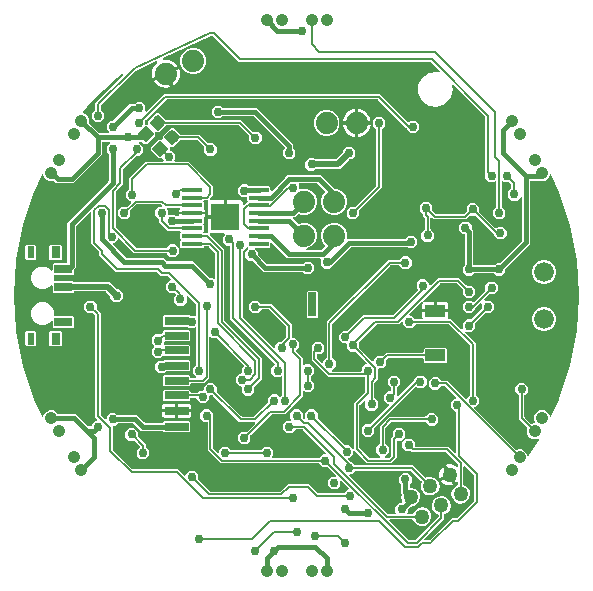
<source format=gbr>
G04 EAGLE Gerber RS-274X export*
G75*
%MOMM*%
%FSLAX34Y34*%
%LPD*%
%INBottom Copper*%
%IPPOS*%
%AMOC8*
5,1,8,0,0,1.08239X$1,22.5*%
G01*
%ADD10R,2.000000X0.650000*%
%ADD11R,0.650000X2.000000*%
%ADD12C,1.879600*%
%ADD13R,1.500000X0.700000*%
%ADD14R,0.600000X1.000000*%
%ADD15R,0.800000X1.000000*%
%ADD16C,1.270000*%
%ADD17C,1.058000*%
%ADD18C,1.676400*%
%ADD19C,0.300000*%
%ADD20R,1.700000X1.000000*%
%ADD21R,1.676400X0.355600*%
%ADD22R,2.460000X2.310000*%
%ADD23C,0.406400*%
%ADD24C,0.756400*%
%ADD25C,0.254000*%
%ADD26C,0.508000*%
%ADD27C,0.152400*%

G36*
X281400Y86888D02*
X281400Y86888D01*
X281491Y86896D01*
X281521Y86908D01*
X281553Y86913D01*
X281633Y86956D01*
X281717Y86992D01*
X281749Y87018D01*
X281770Y87029D01*
X281792Y87052D01*
X281848Y87097D01*
X284645Y89894D01*
X285047Y89894D01*
X285117Y89905D01*
X285189Y89907D01*
X285238Y89925D01*
X285289Y89933D01*
X285353Y89967D01*
X285420Y89992D01*
X285461Y90024D01*
X285507Y90049D01*
X285556Y90100D01*
X285612Y90145D01*
X285640Y90189D01*
X285676Y90227D01*
X285706Y90292D01*
X285745Y90352D01*
X285758Y90403D01*
X285780Y90450D01*
X285788Y90521D01*
X285805Y90591D01*
X285801Y90643D01*
X285807Y90694D01*
X285792Y90765D01*
X285786Y90836D01*
X285766Y90884D01*
X285755Y90935D01*
X285718Y90996D01*
X285690Y91062D01*
X285645Y91118D01*
X285628Y91146D01*
X285611Y91161D01*
X285585Y91193D01*
X279656Y97122D01*
X279598Y97164D01*
X279546Y97213D01*
X279499Y97235D01*
X279457Y97265D01*
X279388Y97286D01*
X279323Y97317D01*
X279271Y97322D01*
X279221Y97338D01*
X279150Y97336D01*
X279079Y97344D01*
X279028Y97333D01*
X278976Y97331D01*
X278908Y97307D01*
X278838Y97292D01*
X278794Y97265D01*
X278745Y97247D01*
X278689Y97202D01*
X278627Y97165D01*
X278593Y97126D01*
X278553Y97093D01*
X278514Y97033D01*
X278467Y96978D01*
X278448Y96930D01*
X278420Y96886D01*
X278402Y96817D01*
X278375Y96750D01*
X278367Y96679D01*
X278359Y96648D01*
X278361Y96624D01*
X278357Y96584D01*
X278357Y93052D01*
X275248Y89943D01*
X270852Y89943D01*
X267743Y93052D01*
X267743Y97448D01*
X270852Y100557D01*
X274384Y100557D01*
X274454Y100568D01*
X274526Y100570D01*
X274575Y100588D01*
X274626Y100596D01*
X274690Y100630D01*
X274757Y100655D01*
X274798Y100687D01*
X274844Y100712D01*
X274893Y100764D01*
X274949Y100808D01*
X274977Y100852D01*
X275013Y100890D01*
X275043Y100955D01*
X275082Y101015D01*
X275095Y101066D01*
X275117Y101113D01*
X275125Y101184D01*
X275142Y101254D01*
X275138Y101306D01*
X275144Y101357D01*
X275129Y101428D01*
X275123Y101499D01*
X275103Y101547D01*
X275092Y101598D01*
X275055Y101659D01*
X275027Y101725D01*
X274982Y101781D01*
X274965Y101809D01*
X274948Y101824D01*
X274922Y101856D01*
X268008Y108770D01*
X267934Y108823D01*
X267864Y108883D01*
X267834Y108895D01*
X267808Y108914D01*
X267721Y108941D01*
X267636Y108975D01*
X267595Y108979D01*
X267573Y108986D01*
X267541Y108985D01*
X267469Y108993D01*
X263514Y108993D01*
X260717Y111790D01*
X260643Y111843D01*
X260573Y111903D01*
X260543Y111915D01*
X260517Y111934D01*
X260430Y111961D01*
X260345Y111995D01*
X260304Y111999D01*
X260282Y112006D01*
X260250Y112005D01*
X260179Y112013D01*
X176853Y112013D01*
X165988Y122878D01*
X165988Y146332D01*
X165985Y146352D01*
X165987Y146371D01*
X165965Y146473D01*
X165949Y146575D01*
X165939Y146592D01*
X165935Y146612D01*
X165882Y146701D01*
X165833Y146792D01*
X165819Y146806D01*
X165809Y146823D01*
X165730Y146890D01*
X165655Y146962D01*
X165637Y146970D01*
X165622Y146983D01*
X165526Y147022D01*
X165432Y147065D01*
X165412Y147067D01*
X165394Y147075D01*
X165227Y147093D01*
X162902Y147093D01*
X159793Y150202D01*
X159793Y154598D01*
X162902Y157707D01*
X167298Y157707D01*
X170407Y154598D01*
X170407Y150643D01*
X170421Y150552D01*
X170429Y150462D01*
X170441Y150432D01*
X170446Y150400D01*
X170489Y150319D01*
X170525Y150235D01*
X170551Y150203D01*
X170562Y150182D01*
X170562Y125088D01*
X170576Y124997D01*
X170584Y124907D01*
X170596Y124877D01*
X170601Y124845D01*
X170644Y124764D01*
X170680Y124680D01*
X170706Y124648D01*
X170717Y124627D01*
X170740Y124605D01*
X170785Y124549D01*
X174369Y120965D01*
X174427Y120923D01*
X174479Y120874D01*
X174526Y120852D01*
X174568Y120822D01*
X174637Y120801D01*
X174702Y120770D01*
X174754Y120765D01*
X174804Y120749D01*
X174875Y120751D01*
X174946Y120743D01*
X174997Y120754D01*
X175049Y120756D01*
X175117Y120780D01*
X175187Y120795D01*
X175232Y120822D01*
X175280Y120840D01*
X175336Y120885D01*
X175398Y120922D01*
X175432Y120961D01*
X175472Y120994D01*
X175511Y121054D01*
X175558Y121109D01*
X175577Y121157D01*
X175605Y121201D01*
X175623Y121270D01*
X175650Y121337D01*
X175658Y121408D01*
X175666Y121439D01*
X175664Y121463D01*
X175668Y121503D01*
X175668Y122848D01*
X178777Y125957D01*
X183173Y125957D01*
X185970Y123160D01*
X186044Y123107D01*
X186114Y123047D01*
X186144Y123035D01*
X186170Y123016D01*
X186257Y122989D01*
X186342Y122955D01*
X186383Y122951D01*
X186405Y122944D01*
X186437Y122945D01*
X186508Y122937D01*
X210367Y122937D01*
X210457Y122951D01*
X210548Y122959D01*
X210577Y122971D01*
X210609Y122976D01*
X210690Y123019D01*
X210774Y123055D01*
X210806Y123081D01*
X210827Y123092D01*
X210849Y123115D01*
X210905Y123160D01*
X213702Y125957D01*
X218098Y125957D01*
X221207Y122848D01*
X221207Y118452D01*
X220641Y117886D01*
X220599Y117828D01*
X220550Y117776D01*
X220528Y117729D01*
X220498Y117687D01*
X220476Y117618D01*
X220446Y117553D01*
X220441Y117501D01*
X220425Y117451D01*
X220427Y117380D01*
X220419Y117309D01*
X220430Y117258D01*
X220432Y117206D01*
X220456Y117138D01*
X220471Y117068D01*
X220498Y117023D01*
X220516Y116975D01*
X220561Y116919D01*
X220598Y116857D01*
X220637Y116823D01*
X220670Y116783D01*
X220730Y116744D01*
X220785Y116697D01*
X220833Y116678D01*
X220877Y116650D01*
X220946Y116632D01*
X221013Y116605D01*
X221084Y116597D01*
X221115Y116589D01*
X221138Y116591D01*
X221179Y116587D01*
X260179Y116587D01*
X260269Y116601D01*
X260360Y116609D01*
X260389Y116621D01*
X260421Y116626D01*
X260502Y116669D01*
X260586Y116705D01*
X260618Y116731D01*
X260639Y116742D01*
X260661Y116765D01*
X260717Y116810D01*
X263514Y119607D01*
X265847Y119607D01*
X265917Y119618D01*
X265989Y119620D01*
X266038Y119638D01*
X266089Y119646D01*
X266153Y119680D01*
X266220Y119705D01*
X266261Y119737D01*
X266307Y119762D01*
X266356Y119814D01*
X266412Y119858D01*
X266440Y119902D01*
X266476Y119940D01*
X266506Y120005D01*
X266545Y120065D01*
X266558Y120116D01*
X266580Y120163D01*
X266588Y120234D01*
X266605Y120304D01*
X266601Y120356D01*
X266607Y120407D01*
X266592Y120478D01*
X266586Y120549D01*
X266566Y120597D01*
X266555Y120648D01*
X266518Y120709D01*
X266490Y120775D01*
X266445Y120831D01*
X266428Y120859D01*
X266411Y120874D01*
X266385Y120906D01*
X246926Y140365D01*
X246852Y140418D01*
X246782Y140478D01*
X246752Y140490D01*
X246726Y140509D01*
X246639Y140536D01*
X246554Y140570D01*
X246513Y140574D01*
X246491Y140581D01*
X246459Y140580D01*
X246387Y140588D01*
X240483Y140588D01*
X240393Y140574D01*
X240302Y140566D01*
X240273Y140554D01*
X240241Y140549D01*
X240160Y140506D01*
X240076Y140470D01*
X240044Y140444D01*
X240023Y140433D01*
X240001Y140410D01*
X239945Y140365D01*
X237148Y137568D01*
X232752Y137568D01*
X229643Y140677D01*
X229643Y145073D01*
X232752Y148182D01*
X236176Y148182D01*
X236246Y148193D01*
X236318Y148195D01*
X236367Y148213D01*
X236418Y148221D01*
X236482Y148255D01*
X236549Y148280D01*
X236590Y148312D01*
X236636Y148337D01*
X236685Y148389D01*
X236741Y148433D01*
X236769Y148477D01*
X236805Y148515D01*
X236835Y148580D01*
X236874Y148640D01*
X236887Y148691D01*
X236909Y148738D01*
X236917Y148809D01*
X236934Y148879D01*
X236930Y148931D01*
X236936Y148982D01*
X236921Y149053D01*
X236915Y149124D01*
X236895Y149172D01*
X236884Y149223D01*
X236847Y149284D01*
X236819Y149350D01*
X236774Y149406D01*
X236757Y149434D01*
X236740Y149449D01*
X236714Y149481D01*
X235993Y150202D01*
X235993Y154598D01*
X239102Y157707D01*
X243498Y157707D01*
X246607Y154598D01*
X246607Y150643D01*
X246621Y150553D01*
X246629Y150462D01*
X246641Y150432D01*
X246646Y150400D01*
X246689Y150319D01*
X246725Y150235D01*
X246751Y150203D01*
X246762Y150182D01*
X246785Y150160D01*
X246830Y150104D01*
X247272Y149662D01*
X247330Y149620D01*
X247382Y149571D01*
X247429Y149549D01*
X247472Y149519D01*
X247540Y149497D01*
X247605Y149467D01*
X247657Y149462D01*
X247707Y149446D01*
X247778Y149448D01*
X247850Y149440D01*
X247900Y149451D01*
X247952Y149453D01*
X248020Y149477D01*
X248090Y149492D01*
X248135Y149519D01*
X248183Y149537D01*
X248239Y149582D01*
X248301Y149619D01*
X248335Y149658D01*
X248376Y149691D01*
X248414Y149751D01*
X248461Y149806D01*
X248480Y149854D01*
X248509Y149898D01*
X248526Y149967D01*
X248553Y150034D01*
X248561Y150105D01*
X248569Y150136D01*
X248567Y150159D01*
X248571Y150200D01*
X248571Y154598D01*
X251680Y157707D01*
X256076Y157707D01*
X259185Y154598D01*
X259185Y150643D01*
X259200Y150552D01*
X259207Y150462D01*
X259219Y150432D01*
X259225Y150400D01*
X259267Y150319D01*
X259303Y150235D01*
X259329Y150203D01*
X259340Y150182D01*
X259363Y150160D01*
X259408Y150104D01*
X282217Y127295D01*
X282290Y127242D01*
X282360Y127183D01*
X282390Y127171D01*
X282416Y127152D01*
X282503Y127125D01*
X282588Y127091D01*
X282629Y127086D01*
X282651Y127080D01*
X282684Y127080D01*
X282755Y127072D01*
X285889Y127072D01*
X288514Y124448D01*
X288572Y124406D01*
X288624Y124356D01*
X288671Y124334D01*
X288713Y124304D01*
X288782Y124283D01*
X288847Y124253D01*
X288899Y124247D01*
X288949Y124232D01*
X289020Y124234D01*
X289091Y124226D01*
X289142Y124237D01*
X289194Y124238D01*
X289262Y124263D01*
X289332Y124278D01*
X289377Y124305D01*
X289425Y124323D01*
X289481Y124367D01*
X289543Y124404D01*
X289577Y124444D01*
X289617Y124476D01*
X289656Y124537D01*
X289703Y124591D01*
X289722Y124639D01*
X289750Y124683D01*
X289768Y124753D01*
X289795Y124819D01*
X289803Y124891D01*
X289811Y124922D01*
X289809Y124945D01*
X289813Y124986D01*
X289813Y162872D01*
X299115Y172174D01*
X299168Y172248D01*
X299228Y172318D01*
X299240Y172348D01*
X299259Y172374D01*
X299286Y172461D01*
X299320Y172546D01*
X299324Y172587D01*
X299331Y172609D01*
X299330Y172641D01*
X299338Y172713D01*
X299338Y184277D01*
X299335Y184297D01*
X299337Y184316D01*
X299315Y184418D01*
X299299Y184520D01*
X299289Y184537D01*
X299285Y184557D01*
X299232Y184646D01*
X299183Y184737D01*
X299169Y184751D01*
X299159Y184768D01*
X299080Y184835D01*
X299005Y184907D01*
X298987Y184915D01*
X298972Y184928D01*
X298876Y184967D01*
X298782Y185010D01*
X298762Y185012D01*
X298744Y185020D01*
X298577Y185038D01*
X268113Y185038D01*
X254073Y199078D01*
X254073Y207346D01*
X254118Y207398D01*
X254130Y207428D01*
X254149Y207454D01*
X254176Y207541D01*
X254210Y207626D01*
X254214Y207667D01*
X254221Y207689D01*
X254220Y207721D01*
X254228Y207793D01*
X254228Y211748D01*
X257337Y214857D01*
X261733Y214857D01*
X264842Y211748D01*
X264842Y207352D01*
X261733Y204243D01*
X259408Y204243D01*
X259388Y204240D01*
X259368Y204242D01*
X259267Y204220D01*
X259165Y204204D01*
X259148Y204194D01*
X259128Y204190D01*
X259039Y204137D01*
X258948Y204088D01*
X258934Y204074D01*
X258917Y204064D01*
X258850Y203985D01*
X258778Y203910D01*
X258770Y203892D01*
X258757Y203877D01*
X258718Y203781D01*
X258675Y203687D01*
X258673Y203667D01*
X258665Y203649D01*
X258647Y203482D01*
X258647Y201288D01*
X258661Y201197D01*
X258668Y201107D01*
X258681Y201077D01*
X258686Y201045D01*
X258729Y200964D01*
X258765Y200880D01*
X258791Y200848D01*
X258801Y200827D01*
X258825Y200805D01*
X258837Y200790D01*
X258843Y200780D01*
X258850Y200774D01*
X258870Y200749D01*
X262389Y197229D01*
X262448Y197187D01*
X262500Y197138D01*
X262547Y197116D01*
X262589Y197086D01*
X262658Y197065D01*
X262723Y197034D01*
X262775Y197029D01*
X262824Y197013D01*
X262896Y197015D01*
X262967Y197007D01*
X263018Y197018D01*
X263070Y197020D01*
X263138Y197044D01*
X263208Y197060D01*
X263252Y197086D01*
X263301Y197104D01*
X263357Y197149D01*
X263419Y197186D01*
X263453Y197225D01*
X263493Y197258D01*
X263532Y197318D01*
X263579Y197373D01*
X263598Y197421D01*
X263626Y197465D01*
X263644Y197534D01*
X263671Y197601D01*
X263678Y197672D01*
X263686Y197703D01*
X263684Y197727D01*
X263689Y197768D01*
X263689Y198169D01*
X266486Y200966D01*
X266539Y201040D01*
X266599Y201109D01*
X266611Y201139D01*
X266630Y201166D01*
X266656Y201253D01*
X266691Y201337D01*
X266695Y201378D01*
X266702Y201401D01*
X266701Y201433D01*
X266709Y201504D01*
X266709Y231843D01*
X268271Y233405D01*
X268272Y233405D01*
X317484Y282618D01*
X319047Y284181D01*
X327842Y284181D01*
X327932Y284195D01*
X328023Y284203D01*
X328052Y284215D01*
X328084Y284220D01*
X328165Y284263D01*
X328249Y284299D01*
X328281Y284325D01*
X328302Y284336D01*
X328324Y284359D01*
X328380Y284404D01*
X331177Y287201D01*
X335573Y287201D01*
X338682Y284092D01*
X338682Y279696D01*
X335573Y276587D01*
X331177Y276587D01*
X328380Y279384D01*
X328306Y279437D01*
X328236Y279497D01*
X328206Y279509D01*
X328180Y279528D01*
X328093Y279555D01*
X328008Y279589D01*
X327967Y279593D01*
X327945Y279600D01*
X327913Y279599D01*
X327842Y279607D01*
X321256Y279607D01*
X321166Y279593D01*
X321075Y279585D01*
X321046Y279573D01*
X321014Y279568D01*
X320933Y279525D01*
X320849Y279489D01*
X320817Y279463D01*
X320796Y279452D01*
X320774Y279429D01*
X320718Y279384D01*
X271505Y230172D01*
X271452Y230098D01*
X271393Y230028D01*
X271381Y229998D01*
X271362Y229972D01*
X271335Y229885D01*
X271301Y229800D01*
X271296Y229759D01*
X271290Y229737D01*
X271290Y229705D01*
X271282Y229633D01*
X271282Y201504D01*
X271297Y201414D01*
X271304Y201323D01*
X271317Y201293D01*
X271322Y201261D01*
X271365Y201181D01*
X271401Y201097D01*
X271426Y201065D01*
X271437Y201044D01*
X271461Y201022D01*
X271505Y200966D01*
X274302Y198169D01*
X274302Y193773D01*
X271441Y190911D01*
X271399Y190853D01*
X271350Y190801D01*
X271328Y190754D01*
X271298Y190712D01*
X271276Y190643D01*
X271246Y190578D01*
X271241Y190526D01*
X271225Y190476D01*
X271227Y190405D01*
X271219Y190334D01*
X271230Y190283D01*
X271232Y190231D01*
X271256Y190163D01*
X271271Y190093D01*
X271298Y190048D01*
X271316Y190000D01*
X271361Y189944D01*
X271398Y189882D01*
X271437Y189848D01*
X271470Y189808D01*
X271530Y189769D01*
X271585Y189722D01*
X271633Y189703D01*
X271677Y189675D01*
X271746Y189657D01*
X271813Y189630D01*
X271884Y189622D01*
X271915Y189614D01*
X271938Y189616D01*
X271979Y189612D01*
X295557Y189612D01*
X295577Y189615D01*
X295596Y189613D01*
X295698Y189635D01*
X295800Y189651D01*
X295817Y189661D01*
X295837Y189665D01*
X295926Y189718D01*
X296017Y189767D01*
X296031Y189781D01*
X296048Y189791D01*
X296115Y189870D01*
X296187Y189945D01*
X296195Y189963D01*
X296208Y189978D01*
X296247Y190074D01*
X296290Y190168D01*
X296292Y190188D01*
X296300Y190206D01*
X296318Y190373D01*
X296318Y192698D01*
X299427Y195807D01*
X299923Y195807D01*
X299994Y195818D01*
X300066Y195820D01*
X300115Y195838D01*
X300166Y195846D01*
X300229Y195880D01*
X300297Y195905D01*
X300337Y195937D01*
X300383Y195962D01*
X300433Y196014D01*
X300489Y196058D01*
X300517Y196102D01*
X300553Y196140D01*
X300583Y196205D01*
X300622Y196265D01*
X300634Y196316D01*
X300656Y196363D01*
X300664Y196434D01*
X300682Y196504D01*
X300678Y196556D01*
X300683Y196607D01*
X300668Y196678D01*
X300663Y196749D01*
X300642Y196797D01*
X300631Y196848D01*
X300594Y196909D01*
X300566Y196975D01*
X300522Y197031D01*
X300505Y197059D01*
X300487Y197074D01*
X300461Y197106D01*
X291221Y206347D01*
X291147Y206400D01*
X291077Y206459D01*
X291047Y206472D01*
X291021Y206490D01*
X290934Y206517D01*
X290849Y206551D01*
X290808Y206556D01*
X290786Y206563D01*
X290754Y206562D01*
X290682Y206570D01*
X286727Y206570D01*
X283618Y209678D01*
X283618Y212725D01*
X283615Y212745D01*
X283617Y212765D01*
X283595Y212866D01*
X283579Y212968D01*
X283569Y212985D01*
X283565Y213005D01*
X283512Y213094D01*
X283463Y213185D01*
X283449Y213199D01*
X283439Y213216D01*
X283360Y213283D01*
X283285Y213355D01*
X283267Y213363D01*
X283252Y213376D01*
X283156Y213415D01*
X283062Y213458D01*
X283042Y213460D01*
X283024Y213468D01*
X282857Y213486D01*
X280377Y213486D01*
X277268Y216595D01*
X277268Y220991D01*
X280377Y224100D01*
X284332Y224100D01*
X284423Y224115D01*
X284513Y224122D01*
X284543Y224134D01*
X284575Y224140D01*
X284656Y224182D01*
X284740Y224218D01*
X284772Y224244D01*
X284793Y224255D01*
X284800Y224262D01*
X284801Y224263D01*
X284817Y224279D01*
X284871Y224323D01*
X297785Y237237D01*
X322587Y237237D01*
X322678Y237251D01*
X322768Y237259D01*
X322798Y237271D01*
X322830Y237276D01*
X322911Y237319D01*
X322995Y237355D01*
X323027Y237381D01*
X323048Y237392D01*
X323070Y237415D01*
X323126Y237460D01*
X343814Y258148D01*
X343826Y258164D01*
X343841Y258177D01*
X343897Y258264D01*
X343958Y258348D01*
X343963Y258367D01*
X343974Y258384D01*
X344000Y258484D01*
X344030Y258583D01*
X344029Y258603D01*
X344034Y258622D01*
X344026Y258725D01*
X344024Y258829D01*
X344017Y258848D01*
X344015Y258867D01*
X343975Y258962D01*
X343939Y259060D01*
X343927Y259075D01*
X343919Y259094D01*
X343814Y259225D01*
X342828Y260211D01*
X342828Y264607D01*
X345936Y267716D01*
X350332Y267716D01*
X353441Y264607D01*
X353441Y263263D01*
X353453Y263192D01*
X353454Y263120D01*
X353472Y263071D01*
X353481Y263020D01*
X353514Y262957D01*
X353539Y262889D01*
X353571Y262849D01*
X353596Y262803D01*
X353648Y262753D01*
X353693Y262697D01*
X353736Y262669D01*
X353774Y262633D01*
X353839Y262603D01*
X353899Y262564D01*
X353950Y262552D01*
X353997Y262530D01*
X354068Y262522D01*
X354138Y262504D01*
X354190Y262508D01*
X354242Y262502D01*
X354312Y262518D01*
X354383Y262523D01*
X354431Y262544D01*
X354482Y262555D01*
X354544Y262592D01*
X354610Y262620D01*
X354665Y262664D01*
X354693Y262681D01*
X354708Y262699D01*
X354741Y262724D01*
X361003Y268987D01*
X378772Y268987D01*
X385054Y262705D01*
X385128Y262652D01*
X385198Y262592D01*
X385228Y262580D01*
X385254Y262561D01*
X385341Y262534D01*
X385426Y262500D01*
X385467Y262496D01*
X385489Y262489D01*
X385521Y262490D01*
X385593Y262482D01*
X389548Y262482D01*
X392657Y259373D01*
X392657Y254977D01*
X389548Y251868D01*
X385152Y251868D01*
X382043Y254977D01*
X382043Y258932D01*
X382029Y259023D01*
X382021Y259113D01*
X382009Y259143D01*
X382004Y259175D01*
X381961Y259256D01*
X381925Y259340D01*
X381899Y259372D01*
X381888Y259393D01*
X381865Y259415D01*
X381820Y259471D01*
X377101Y264190D01*
X377027Y264243D01*
X376957Y264303D01*
X376927Y264315D01*
X376901Y264334D01*
X376814Y264361D01*
X376729Y264395D01*
X376688Y264399D01*
X376666Y264406D01*
X376634Y264405D01*
X376562Y264413D01*
X363213Y264413D01*
X363122Y264399D01*
X363032Y264391D01*
X363002Y264379D01*
X362970Y264374D01*
X362889Y264331D01*
X362805Y264295D01*
X362773Y264269D01*
X362752Y264258D01*
X362730Y264235D01*
X362674Y264190D01*
X348195Y249711D01*
X348181Y249691D01*
X348162Y249676D01*
X348109Y249591D01*
X348051Y249511D01*
X348044Y249488D01*
X348031Y249468D01*
X348008Y249371D01*
X347979Y249276D01*
X347979Y249252D01*
X347974Y249228D01*
X347983Y249130D01*
X347985Y249030D01*
X347993Y249007D01*
X347996Y248983D01*
X348035Y248893D01*
X348070Y248799D01*
X348085Y248780D01*
X348094Y248758D01*
X348161Y248685D01*
X348223Y248607D01*
X348244Y248594D01*
X348260Y248576D01*
X348346Y248528D01*
X348430Y248474D01*
X348454Y248468D01*
X348475Y248456D01*
X348572Y248438D01*
X348669Y248414D01*
X348693Y248416D01*
X348716Y248411D01*
X348815Y248425D01*
X348914Y248433D01*
X348936Y248442D01*
X348960Y248446D01*
X349114Y248513D01*
X349294Y248618D01*
X349941Y248791D01*
X357252Y248791D01*
X357252Y242773D01*
X347734Y242773D01*
X347734Y246584D01*
X347907Y247231D01*
X348012Y247411D01*
X348020Y247434D01*
X348034Y247454D01*
X348064Y247548D01*
X348099Y247641D01*
X348100Y247666D01*
X348107Y247689D01*
X348104Y247788D01*
X348108Y247887D01*
X348101Y247910D01*
X348100Y247934D01*
X348066Y248028D01*
X348038Y248123D01*
X348024Y248143D01*
X348016Y248165D01*
X347954Y248243D01*
X347897Y248324D01*
X347877Y248339D01*
X347862Y248358D01*
X347778Y248411D01*
X347698Y248470D01*
X347676Y248477D01*
X347655Y248491D01*
X347559Y248515D01*
X347464Y248545D01*
X347440Y248545D01*
X347417Y248551D01*
X347318Y248543D01*
X347218Y248541D01*
X347195Y248533D01*
X347172Y248531D01*
X347080Y248493D01*
X346986Y248459D01*
X346967Y248445D01*
X346945Y248435D01*
X346814Y248330D01*
X336865Y238381D01*
X336823Y238323D01*
X336774Y238271D01*
X336752Y238224D01*
X336722Y238182D01*
X336701Y238113D01*
X336670Y238048D01*
X336665Y237996D01*
X336649Y237946D01*
X336651Y237875D01*
X336643Y237804D01*
X336654Y237753D01*
X336656Y237701D01*
X336680Y237633D01*
X336695Y237563D01*
X336722Y237519D01*
X336740Y237470D01*
X336785Y237414D01*
X336822Y237352D01*
X336861Y237318D01*
X336894Y237278D01*
X336954Y237239D01*
X337009Y237192D01*
X337057Y237173D01*
X337101Y237145D01*
X337170Y237127D01*
X337237Y237100D01*
X337308Y237092D01*
X337339Y237084D01*
X337363Y237086D01*
X337403Y237082D01*
X338748Y237082D01*
X341545Y234285D01*
X341619Y234232D01*
X341689Y234172D01*
X341719Y234160D01*
X341745Y234141D01*
X341832Y234114D01*
X341917Y234080D01*
X341958Y234076D01*
X341980Y234069D01*
X342012Y234070D01*
X342083Y234062D01*
X347286Y234062D01*
X347380Y234077D01*
X347475Y234086D01*
X347501Y234097D01*
X347529Y234101D01*
X347613Y234146D01*
X347700Y234184D01*
X347721Y234203D01*
X347746Y234217D01*
X347812Y234286D01*
X347882Y234350D01*
X347896Y234374D01*
X347916Y234395D01*
X347956Y234481D01*
X348002Y234565D01*
X348007Y234592D01*
X348019Y234618D01*
X348030Y234713D01*
X348047Y234807D01*
X348043Y234834D01*
X348046Y234862D01*
X348026Y234956D01*
X348013Y235050D01*
X347999Y235082D01*
X347994Y235103D01*
X347977Y235131D01*
X347945Y235204D01*
X347907Y235269D01*
X347734Y235916D01*
X347734Y239727D01*
X358013Y239727D01*
X358033Y239730D01*
X358052Y239728D01*
X358154Y239750D01*
X358256Y239767D01*
X358273Y239776D01*
X358293Y239780D01*
X358382Y239833D01*
X358473Y239882D01*
X358487Y239896D01*
X358504Y239906D01*
X358571Y239985D01*
X358642Y240060D01*
X358651Y240078D01*
X358664Y240093D01*
X358703Y240189D01*
X358746Y240283D01*
X358748Y240303D01*
X358756Y240321D01*
X358774Y240488D01*
X358774Y241251D01*
X358776Y241251D01*
X358776Y240488D01*
X358779Y240468D01*
X358777Y240449D01*
X358799Y240347D01*
X358816Y240245D01*
X358825Y240228D01*
X358829Y240208D01*
X358882Y240119D01*
X358931Y240028D01*
X358945Y240014D01*
X358955Y239997D01*
X359034Y239930D01*
X359109Y239859D01*
X359127Y239850D01*
X359142Y239837D01*
X359238Y239798D01*
X359332Y239755D01*
X359352Y239753D01*
X359370Y239745D01*
X359537Y239727D01*
X369816Y239727D01*
X369816Y235915D01*
X369643Y235269D01*
X369605Y235204D01*
X369571Y235114D01*
X369531Y235028D01*
X369528Y235000D01*
X369518Y234974D01*
X369514Y234878D01*
X369504Y234784D01*
X369510Y234756D01*
X369509Y234728D01*
X369536Y234636D01*
X369556Y234543D01*
X369570Y234519D01*
X369578Y234492D01*
X369633Y234414D01*
X369682Y234332D01*
X369704Y234314D01*
X369720Y234291D01*
X369797Y234234D01*
X369869Y234172D01*
X369895Y234162D01*
X369918Y234145D01*
X370009Y234116D01*
X370097Y234080D01*
X370132Y234076D01*
X370152Y234070D01*
X370185Y234070D01*
X370264Y234062D01*
X372422Y234062D01*
X373985Y232499D01*
X380744Y225740D01*
X380802Y225698D01*
X380854Y225649D01*
X380901Y225627D01*
X380943Y225597D01*
X381012Y225576D01*
X381077Y225545D01*
X381129Y225540D01*
X381179Y225524D01*
X381250Y225526D01*
X381321Y225518D01*
X381372Y225529D01*
X381424Y225531D01*
X381492Y225555D01*
X381562Y225570D01*
X381607Y225597D01*
X381655Y225615D01*
X381711Y225660D01*
X381773Y225697D01*
X381807Y225736D01*
X381847Y225769D01*
X381886Y225829D01*
X381933Y225884D01*
X381952Y225932D01*
X381980Y225976D01*
X381998Y226045D01*
X382025Y226112D01*
X382033Y226183D01*
X382041Y226214D01*
X382039Y226238D01*
X382043Y226278D01*
X382043Y230798D01*
X385152Y233907D01*
X389107Y233907D01*
X389198Y233921D01*
X389288Y233929D01*
X389318Y233941D01*
X389350Y233946D01*
X389431Y233989D01*
X389515Y234025D01*
X389547Y234051D01*
X389568Y234062D01*
X389590Y234085D01*
X389646Y234130D01*
X397695Y242179D01*
X397748Y242253D01*
X397808Y242323D01*
X397820Y242353D01*
X397839Y242379D01*
X397866Y242466D01*
X397900Y242551D01*
X397904Y242592D01*
X397911Y242614D01*
X397910Y242646D01*
X397918Y242718D01*
X397918Y246797D01*
X397907Y246867D01*
X397905Y246939D01*
X397887Y246988D01*
X397879Y247039D01*
X397845Y247103D01*
X397820Y247170D01*
X397788Y247211D01*
X397763Y247257D01*
X397711Y247306D01*
X397667Y247362D01*
X397623Y247390D01*
X397585Y247426D01*
X397520Y247456D01*
X397460Y247495D01*
X397409Y247508D01*
X397362Y247530D01*
X397291Y247538D01*
X397221Y247555D01*
X397169Y247551D01*
X397118Y247557D01*
X397047Y247542D01*
X396976Y247536D01*
X396928Y247516D01*
X396877Y247505D01*
X396816Y247468D01*
X396750Y247440D01*
X396694Y247395D01*
X396666Y247378D01*
X396651Y247361D01*
X396619Y247335D01*
X392880Y243596D01*
X392827Y243522D01*
X392767Y243452D01*
X392755Y243422D01*
X392736Y243396D01*
X392709Y243309D01*
X392675Y243224D01*
X392671Y243183D01*
X392664Y243161D01*
X392665Y243129D01*
X392657Y243057D01*
X392657Y242277D01*
X389548Y239168D01*
X385152Y239168D01*
X382043Y242277D01*
X382043Y246673D01*
X385152Y249782D01*
X389548Y249782D01*
X390535Y248795D01*
X390551Y248784D01*
X390563Y248768D01*
X390651Y248712D01*
X390734Y248652D01*
X390753Y248646D01*
X390770Y248635D01*
X390871Y248610D01*
X390969Y248579D01*
X390989Y248580D01*
X391009Y248575D01*
X391112Y248583D01*
X391215Y248586D01*
X391234Y248593D01*
X391254Y248594D01*
X391349Y248634D01*
X391446Y248670D01*
X391462Y248683D01*
X391480Y248690D01*
X391611Y248795D01*
X400870Y258054D01*
X400923Y258128D01*
X400983Y258198D01*
X400995Y258228D01*
X401014Y258254D01*
X401041Y258341D01*
X401075Y258426D01*
X401079Y258467D01*
X401086Y258489D01*
X401085Y258521D01*
X401093Y258593D01*
X401093Y262548D01*
X404202Y265657D01*
X408598Y265657D01*
X411707Y262548D01*
X411707Y258152D01*
X408598Y255043D01*
X404643Y255043D01*
X404552Y255029D01*
X404462Y255021D01*
X404432Y255009D01*
X404400Y255004D01*
X404319Y254961D01*
X404235Y254925D01*
X404203Y254899D01*
X404182Y254888D01*
X404160Y254865D01*
X404104Y254820D01*
X400365Y251081D01*
X400323Y251023D01*
X400274Y250971D01*
X400252Y250924D01*
X400222Y250882D01*
X400201Y250813D01*
X400170Y250748D01*
X400165Y250696D01*
X400149Y250646D01*
X400151Y250575D01*
X400143Y250504D01*
X400154Y250453D01*
X400156Y250401D01*
X400180Y250333D01*
X400195Y250263D01*
X400222Y250218D01*
X400240Y250170D01*
X400285Y250114D01*
X400322Y250052D01*
X400361Y250018D01*
X400394Y249978D01*
X400454Y249939D01*
X400509Y249892D01*
X400557Y249873D01*
X400601Y249845D01*
X400670Y249827D01*
X400737Y249800D01*
X400808Y249792D01*
X400839Y249784D01*
X400863Y249786D01*
X400903Y249782D01*
X405423Y249782D01*
X408532Y246673D01*
X408532Y242277D01*
X405423Y239168D01*
X401468Y239168D01*
X401377Y239154D01*
X401287Y239146D01*
X401257Y239134D01*
X401225Y239129D01*
X401144Y239086D01*
X401060Y239050D01*
X401028Y239024D01*
X401007Y239013D01*
X400985Y238990D01*
X400929Y238945D01*
X392880Y230896D01*
X392827Y230822D01*
X392767Y230752D01*
X392755Y230722D01*
X392736Y230696D01*
X392709Y230609D01*
X392675Y230524D01*
X392671Y230483D01*
X392664Y230461D01*
X392665Y230429D01*
X392657Y230357D01*
X392657Y226402D01*
X389548Y223293D01*
X385028Y223293D01*
X384958Y223282D01*
X384886Y223280D01*
X384837Y223262D01*
X384786Y223254D01*
X384722Y223220D01*
X384655Y223195D01*
X384614Y223163D01*
X384568Y223138D01*
X384519Y223086D01*
X384463Y223042D01*
X384435Y222998D01*
X384399Y222960D01*
X384369Y222895D01*
X384330Y222835D01*
X384317Y222784D01*
X384295Y222737D01*
X384287Y222666D01*
X384270Y222596D01*
X384274Y222544D01*
X384268Y222493D01*
X384283Y222422D01*
X384289Y222351D01*
X384309Y222303D01*
X384320Y222252D01*
X384357Y222191D01*
X384385Y222125D01*
X384430Y222069D01*
X384447Y222041D01*
X384464Y222026D01*
X384490Y221994D01*
X392812Y213672D01*
X392812Y185413D01*
X392825Y185333D01*
X392825Y170646D01*
X392839Y170556D01*
X392847Y170465D01*
X392859Y170436D01*
X392864Y170404D01*
X392907Y170323D01*
X392943Y170239D01*
X392969Y170207D01*
X392980Y170186D01*
X393003Y170164D01*
X393048Y170108D01*
X395845Y167311D01*
X395845Y162915D01*
X392736Y159806D01*
X392335Y159806D01*
X392264Y159795D01*
X392192Y159793D01*
X392143Y159775D01*
X392092Y159767D01*
X392029Y159733D01*
X391961Y159708D01*
X391921Y159676D01*
X391875Y159651D01*
X391825Y159600D01*
X391769Y159555D01*
X391741Y159511D01*
X391705Y159473D01*
X391675Y159408D01*
X391636Y159348D01*
X391624Y159297D01*
X391602Y159250D01*
X391594Y159179D01*
X391576Y159109D01*
X391580Y159057D01*
X391575Y159006D01*
X391590Y158935D01*
X391595Y158864D01*
X391616Y158816D01*
X391627Y158765D01*
X391664Y158704D01*
X391692Y158638D01*
X391737Y158582D01*
X391753Y158554D01*
X391771Y158539D01*
X391797Y158507D01*
X426779Y123524D01*
X426873Y123457D01*
X426968Y123386D01*
X426974Y123384D01*
X426979Y123381D01*
X427090Y123346D01*
X427202Y123310D01*
X427208Y123310D01*
X427214Y123308D01*
X427331Y123311D01*
X427448Y123312D01*
X427455Y123314D01*
X427460Y123315D01*
X427477Y123321D01*
X427609Y123359D01*
X428712Y123816D01*
X431423Y123816D01*
X433928Y122779D01*
X435845Y120862D01*
X436729Y118729D01*
X436732Y118724D01*
X436733Y118718D01*
X436796Y118620D01*
X436858Y118520D01*
X436863Y118516D01*
X436866Y118511D01*
X436957Y118438D01*
X437048Y118363D01*
X437053Y118361D01*
X437058Y118357D01*
X437168Y118317D01*
X437277Y118275D01*
X437283Y118274D01*
X437289Y118272D01*
X437406Y118269D01*
X437523Y118264D01*
X437529Y118266D01*
X437535Y118266D01*
X437647Y118300D01*
X437759Y118333D01*
X437764Y118336D01*
X437770Y118338D01*
X437865Y118406D01*
X437961Y118473D01*
X437965Y118478D01*
X437970Y118481D01*
X438075Y118612D01*
X446312Y131592D01*
X446318Y131605D01*
X446327Y131616D01*
X446364Y131714D01*
X446400Y131792D01*
X446401Y131802D01*
X446409Y131819D01*
X446410Y131832D01*
X446415Y131846D01*
X446419Y131955D01*
X446422Y131985D01*
X446427Y132036D01*
X446426Y132042D01*
X446428Y132064D01*
X446425Y132077D01*
X446425Y132091D01*
X446395Y132197D01*
X446379Y132258D01*
X446375Y132277D01*
X446374Y132278D01*
X446368Y132302D01*
X446361Y132314D01*
X446357Y132328D01*
X446294Y132417D01*
X446235Y132509D01*
X446224Y132518D01*
X446216Y132530D01*
X446129Y132595D01*
X446043Y132663D01*
X446030Y132668D01*
X446019Y132676D01*
X445915Y132710D01*
X445813Y132748D01*
X445798Y132748D01*
X445785Y132753D01*
X445722Y132752D01*
X445667Y132758D01*
X445661Y132758D01*
X445629Y132753D01*
X445567Y132754D01*
X445553Y132750D01*
X445539Y132750D01*
X445443Y132722D01*
X445418Y132718D01*
X445406Y132711D01*
X445378Y132703D01*
X444123Y132184D01*
X441412Y132184D01*
X438908Y133221D01*
X436991Y135138D01*
X435953Y137643D01*
X435953Y140354D01*
X436410Y141458D01*
X436437Y141571D01*
X436466Y141685D01*
X436465Y141691D01*
X436466Y141697D01*
X436455Y141814D01*
X436446Y141930D01*
X436444Y141936D01*
X436443Y141942D01*
X436396Y142050D01*
X436350Y142156D01*
X436345Y142162D01*
X436343Y142167D01*
X436331Y142180D01*
X436245Y142287D01*
X429513Y149019D01*
X429513Y169092D01*
X429499Y169182D01*
X429491Y169273D01*
X429479Y169302D01*
X429474Y169334D01*
X429431Y169415D01*
X429395Y169499D01*
X429369Y169531D01*
X429358Y169552D01*
X429335Y169574D01*
X429290Y169630D01*
X426493Y172427D01*
X426493Y176823D01*
X429602Y179932D01*
X433998Y179932D01*
X437107Y176823D01*
X437107Y172427D01*
X434310Y169630D01*
X434257Y169556D01*
X434197Y169486D01*
X434185Y169456D01*
X434166Y169430D01*
X434139Y169343D01*
X434105Y169258D01*
X434101Y169217D01*
X434094Y169195D01*
X434095Y169163D01*
X434087Y169092D01*
X434087Y151229D01*
X434101Y151139D01*
X434109Y151048D01*
X434121Y151018D01*
X434126Y150986D01*
X434169Y150906D01*
X434205Y150822D01*
X434231Y150790D01*
X434242Y150769D01*
X434265Y150747D01*
X434310Y150691D01*
X439479Y145521D01*
X439574Y145453D01*
X439668Y145383D01*
X439674Y145381D01*
X439679Y145378D01*
X439790Y145343D01*
X439902Y145307D01*
X439908Y145307D01*
X439914Y145305D01*
X440031Y145308D01*
X440148Y145309D01*
X440155Y145311D01*
X440160Y145312D01*
X440177Y145318D01*
X440309Y145356D01*
X441412Y145813D01*
X442335Y145813D01*
X442381Y145821D01*
X442427Y145819D01*
X442501Y145840D01*
X442578Y145853D01*
X442619Y145874D01*
X442663Y145887D01*
X442727Y145932D01*
X442796Y145968D01*
X442827Y146001D01*
X442865Y146028D01*
X442911Y146090D01*
X442965Y146146D01*
X442984Y146188D01*
X443012Y146225D01*
X443036Y146299D01*
X443069Y146369D01*
X443074Y146415D01*
X443088Y146459D01*
X443087Y146537D01*
X443096Y146614D01*
X443086Y146659D01*
X443085Y146705D01*
X443047Y146836D01*
X443043Y146854D01*
X443041Y146859D01*
X443039Y146866D01*
X442303Y148641D01*
X442303Y151353D01*
X443341Y153857D01*
X445258Y155774D01*
X447762Y156812D01*
X450473Y156812D01*
X452978Y155774D01*
X454895Y153857D01*
X455675Y151974D01*
X455704Y151928D01*
X455723Y151878D01*
X455768Y151824D01*
X455805Y151765D01*
X455846Y151730D01*
X455881Y151689D01*
X455941Y151652D01*
X455994Y151608D01*
X456045Y151589D01*
X456091Y151560D01*
X456159Y151545D01*
X456224Y151520D01*
X456278Y151517D01*
X456330Y151505D01*
X456400Y151512D01*
X456470Y151509D01*
X456522Y151524D01*
X456575Y151530D01*
X456639Y151558D01*
X456706Y151578D01*
X456750Y151608D01*
X456799Y151631D01*
X456851Y151678D01*
X456908Y151718D01*
X456940Y151761D01*
X456980Y151798D01*
X457037Y151892D01*
X457055Y151915D01*
X457058Y151926D01*
X457067Y151941D01*
X463644Y165916D01*
X463652Y165946D01*
X463679Y166005D01*
X472930Y194478D01*
X472935Y194509D01*
X472954Y194571D01*
X478564Y223978D01*
X478565Y224009D01*
X478576Y224073D01*
X480456Y253952D01*
X480453Y253983D01*
X480456Y254048D01*
X478576Y283927D01*
X478569Y283957D01*
X478564Y284022D01*
X472954Y313429D01*
X472943Y313459D01*
X472930Y313522D01*
X463679Y341995D01*
X463665Y342022D01*
X463644Y342084D01*
X457067Y356059D01*
X457037Y356103D01*
X457015Y356153D01*
X456968Y356204D01*
X456928Y356262D01*
X456885Y356294D01*
X456849Y356334D01*
X456787Y356367D01*
X456731Y356409D01*
X456680Y356426D01*
X456633Y356452D01*
X456564Y356465D01*
X456498Y356487D01*
X456444Y356486D01*
X456391Y356496D01*
X456322Y356486D01*
X456252Y356486D01*
X456201Y356468D01*
X456148Y356460D01*
X456085Y356429D01*
X456019Y356406D01*
X455977Y356373D01*
X455928Y356349D01*
X455879Y356299D01*
X455824Y356256D01*
X455794Y356212D01*
X455756Y356173D01*
X455703Y356076D01*
X455687Y356052D01*
X455684Y356042D01*
X455675Y356026D01*
X454895Y354143D01*
X452978Y352226D01*
X450473Y351188D01*
X447762Y351188D01*
X447702Y351213D01*
X447638Y351228D01*
X447577Y351253D01*
X447494Y351262D01*
X447462Y351269D01*
X447443Y351268D01*
X447411Y351271D01*
X440065Y351271D01*
X440045Y351268D01*
X440026Y351270D01*
X439924Y351248D01*
X439822Y351231D01*
X439805Y351222D01*
X439785Y351218D01*
X439696Y351165D01*
X439605Y351116D01*
X439591Y351102D01*
X439574Y351092D01*
X439507Y351013D01*
X439436Y350938D01*
X439427Y350920D01*
X439414Y350905D01*
X439375Y350809D01*
X439332Y350715D01*
X439330Y350695D01*
X439322Y350677D01*
X439304Y350510D01*
X439304Y297749D01*
X418280Y276725D01*
X418227Y276651D01*
X418167Y276581D01*
X418155Y276551D01*
X418136Y276525D01*
X418109Y276438D01*
X418075Y276353D01*
X418071Y276312D01*
X418064Y276290D01*
X418065Y276258D01*
X418057Y276186D01*
X418057Y274027D01*
X414948Y270918D01*
X410552Y270918D01*
X409025Y272445D01*
X408951Y272498D01*
X408881Y272558D01*
X408851Y272570D01*
X408825Y272589D01*
X408738Y272616D01*
X408653Y272650D01*
X408612Y272654D01*
X408590Y272661D01*
X408558Y272660D01*
X408487Y272668D01*
X391613Y272668D01*
X391523Y272654D01*
X391432Y272646D01*
X391403Y272634D01*
X391371Y272629D01*
X391290Y272586D01*
X391206Y272550D01*
X391174Y272524D01*
X391153Y272513D01*
X391131Y272490D01*
X391075Y272445D01*
X389548Y270918D01*
X385152Y270918D01*
X382043Y274027D01*
X382043Y278423D01*
X383570Y279950D01*
X383623Y280024D01*
X383683Y280094D01*
X383695Y280124D01*
X383714Y280150D01*
X383741Y280237D01*
X383775Y280322D01*
X383779Y280363D01*
X383786Y280385D01*
X383785Y280417D01*
X383793Y280488D01*
X383793Y305082D01*
X383790Y305102D01*
X383792Y305121D01*
X383770Y305223D01*
X383754Y305325D01*
X383744Y305342D01*
X383740Y305362D01*
X383687Y305451D01*
X383638Y305542D01*
X383624Y305556D01*
X383614Y305573D01*
X383535Y305640D01*
X383460Y305712D01*
X383442Y305720D01*
X383427Y305733D01*
X383331Y305772D01*
X383237Y305815D01*
X383217Y305817D01*
X383199Y305825D01*
X383032Y305843D01*
X381977Y305843D01*
X378868Y308952D01*
X378868Y313348D01*
X381977Y316457D01*
X386373Y316457D01*
X389482Y313348D01*
X389482Y311189D01*
X389496Y311098D01*
X389504Y311008D01*
X389516Y310978D01*
X389521Y310946D01*
X389564Y310865D01*
X389600Y310781D01*
X389626Y310749D01*
X389637Y310728D01*
X389660Y310706D01*
X389705Y310650D01*
X390907Y309448D01*
X390907Y280543D01*
X390910Y280523D01*
X390908Y280504D01*
X390930Y280402D01*
X390946Y280300D01*
X390956Y280283D01*
X390960Y280263D01*
X391013Y280174D01*
X391062Y280083D01*
X391076Y280069D01*
X391086Y280052D01*
X391165Y279985D01*
X391240Y279913D01*
X391258Y279905D01*
X391273Y279892D01*
X391369Y279853D01*
X391463Y279810D01*
X391483Y279808D01*
X391501Y279800D01*
X391668Y279782D01*
X408487Y279782D01*
X408577Y279796D01*
X408668Y279804D01*
X408697Y279816D01*
X408729Y279821D01*
X408810Y279864D01*
X408894Y279900D01*
X408926Y279926D01*
X408947Y279937D01*
X408969Y279960D01*
X409025Y280005D01*
X410552Y281532D01*
X412711Y281532D01*
X412802Y281546D01*
X412892Y281554D01*
X412922Y281566D01*
X412954Y281571D01*
X413035Y281614D01*
X413119Y281650D01*
X413151Y281676D01*
X413172Y281687D01*
X413194Y281710D01*
X413250Y281755D01*
X431967Y300472D01*
X432012Y300534D01*
X432042Y300566D01*
X432048Y300578D01*
X432080Y300616D01*
X432092Y300646D01*
X432111Y300672D01*
X432138Y300759D01*
X432172Y300844D01*
X432176Y300885D01*
X432183Y300907D01*
X432182Y300939D01*
X432190Y301011D01*
X432190Y337123D01*
X432179Y337193D01*
X432177Y337265D01*
X432159Y337314D01*
X432151Y337365D01*
X432117Y337429D01*
X432092Y337496D01*
X432060Y337537D01*
X432036Y337583D01*
X431984Y337632D01*
X431939Y337688D01*
X431895Y337716D01*
X431857Y337752D01*
X431792Y337782D01*
X431732Y337821D01*
X431681Y337834D01*
X431634Y337856D01*
X431563Y337864D01*
X431493Y337881D01*
X431441Y337877D01*
X431390Y337883D01*
X431319Y337868D01*
X431248Y337862D01*
X431200Y337842D01*
X431149Y337831D01*
X431088Y337794D01*
X431022Y337766D01*
X430966Y337721D01*
X430938Y337704D01*
X430923Y337687D01*
X430891Y337661D01*
X427648Y334418D01*
X423252Y334418D01*
X420143Y337527D01*
X420143Y341923D01*
X422940Y344720D01*
X422993Y344794D01*
X423053Y344864D01*
X423065Y344894D01*
X423084Y344920D01*
X423111Y345007D01*
X423145Y345092D01*
X423149Y345133D01*
X423156Y345155D01*
X423155Y345187D01*
X423163Y345258D01*
X423163Y347987D01*
X423149Y348078D01*
X423141Y348168D01*
X423129Y348198D01*
X423124Y348230D01*
X423081Y348311D01*
X423045Y348395D01*
X423019Y348427D01*
X423008Y348448D01*
X422985Y348470D01*
X422940Y348526D01*
X421396Y350070D01*
X421322Y350123D01*
X421252Y350183D01*
X421222Y350195D01*
X421196Y350214D01*
X421109Y350241D01*
X421024Y350275D01*
X420983Y350279D01*
X420961Y350286D01*
X420929Y350285D01*
X420857Y350293D01*
X416902Y350293D01*
X416336Y350859D01*
X416278Y350901D01*
X416226Y350950D01*
X416179Y350972D01*
X416137Y351002D01*
X416068Y351024D01*
X416003Y351054D01*
X415951Y351059D01*
X415901Y351075D01*
X415830Y351073D01*
X415759Y351081D01*
X415708Y351070D01*
X415656Y351068D01*
X415588Y351044D01*
X415518Y351029D01*
X415473Y351002D01*
X415425Y350984D01*
X415369Y350939D01*
X415307Y350902D01*
X415273Y350863D01*
X415233Y350830D01*
X415194Y350770D01*
X415147Y350715D01*
X415128Y350667D01*
X415100Y350623D01*
X415082Y350554D01*
X415055Y350487D01*
X415047Y350416D01*
X415039Y350385D01*
X415041Y350362D01*
X415037Y350321D01*
X415037Y329383D01*
X415051Y329293D01*
X415059Y329202D01*
X415071Y329173D01*
X415076Y329141D01*
X415119Y329060D01*
X415155Y328976D01*
X415181Y328944D01*
X415192Y328923D01*
X415215Y328901D01*
X415260Y328845D01*
X418057Y326048D01*
X418057Y321652D01*
X414948Y318543D01*
X410552Y318543D01*
X407443Y321652D01*
X407443Y326048D01*
X410240Y328845D01*
X410293Y328919D01*
X410353Y328989D01*
X410365Y329019D01*
X410384Y329045D01*
X410411Y329132D01*
X410445Y329217D01*
X410449Y329258D01*
X410456Y329280D01*
X410455Y329312D01*
X410463Y329383D01*
X410463Y350321D01*
X410452Y350391D01*
X410450Y350463D01*
X410432Y350512D01*
X410424Y350563D01*
X410390Y350627D01*
X410365Y350694D01*
X410333Y350735D01*
X410308Y350781D01*
X410256Y350830D01*
X410212Y350886D01*
X410168Y350914D01*
X410130Y350950D01*
X410065Y350980D01*
X410005Y351019D01*
X409954Y351032D01*
X409907Y351054D01*
X409836Y351062D01*
X409766Y351079D01*
X409714Y351075D01*
X409663Y351081D01*
X409592Y351066D01*
X409521Y351060D01*
X409473Y351040D01*
X409422Y351029D01*
X409361Y350992D01*
X409295Y350964D01*
X409239Y350919D01*
X409211Y350902D01*
X409196Y350885D01*
X409164Y350859D01*
X408598Y350293D01*
X404202Y350293D01*
X401093Y353402D01*
X401093Y357357D01*
X401092Y357365D01*
X401092Y357366D01*
X401091Y357374D01*
X401079Y357448D01*
X401071Y357538D01*
X401059Y357568D01*
X401054Y357600D01*
X401011Y357681D01*
X400975Y357765D01*
X400949Y357797D01*
X400938Y357818D01*
X400938Y405137D01*
X400924Y405228D01*
X400916Y405318D01*
X400904Y405348D01*
X400899Y405380D01*
X400856Y405461D01*
X400820Y405545D01*
X400794Y405577D01*
X400783Y405598D01*
X400760Y405620D01*
X400715Y405676D01*
X374161Y432230D01*
X374129Y432253D01*
X374102Y432283D01*
X374029Y432325D01*
X373962Y432373D01*
X373923Y432385D01*
X373888Y432405D01*
X373806Y432421D01*
X373727Y432446D01*
X373686Y432444D01*
X373647Y432452D01*
X373564Y432441D01*
X373481Y432439D01*
X373443Y432425D01*
X373403Y432420D01*
X373328Y432383D01*
X373250Y432355D01*
X373218Y432330D01*
X373182Y432312D01*
X373123Y432253D01*
X373058Y432201D01*
X373036Y432167D01*
X373007Y432139D01*
X372970Y432064D01*
X372925Y431994D01*
X372915Y431955D01*
X372897Y431919D01*
X372885Y431836D01*
X372865Y431756D01*
X372868Y431715D01*
X372862Y431675D01*
X372884Y431513D01*
X372884Y431510D01*
X372884Y431509D01*
X373595Y428625D01*
X371897Y421738D01*
X367194Y416428D01*
X360561Y413913D01*
X353520Y414768D01*
X347682Y418798D01*
X344386Y425078D01*
X344386Y432172D01*
X347682Y438452D01*
X353520Y442482D01*
X360561Y443337D01*
X361261Y443071D01*
X361346Y443054D01*
X361428Y443029D01*
X361466Y443030D01*
X361502Y443022D01*
X361588Y443033D01*
X361674Y443035D01*
X361709Y443048D01*
X361747Y443053D01*
X361824Y443090D01*
X361905Y443120D01*
X361934Y443143D01*
X361968Y443160D01*
X362030Y443220D01*
X362097Y443273D01*
X362117Y443305D01*
X362144Y443331D01*
X362183Y443408D01*
X362230Y443480D01*
X362239Y443517D01*
X362256Y443550D01*
X362269Y443636D01*
X362290Y443719D01*
X362287Y443756D01*
X362293Y443794D01*
X362277Y443879D01*
X362271Y443964D01*
X362256Y443999D01*
X362249Y444036D01*
X362208Y444111D01*
X362174Y444190D01*
X362144Y444228D01*
X362131Y444252D01*
X362109Y444273D01*
X362070Y444321D01*
X354876Y451515D01*
X354802Y451568D01*
X354732Y451628D01*
X354702Y451640D01*
X354676Y451659D01*
X354589Y451686D01*
X354504Y451720D01*
X354463Y451724D01*
X354441Y451731D01*
X354409Y451730D01*
X354337Y451738D01*
X192728Y451738D01*
X170726Y473740D01*
X170652Y473793D01*
X170582Y473853D01*
X170552Y473865D01*
X170526Y473884D01*
X170439Y473911D01*
X170354Y473945D01*
X170313Y473949D01*
X170291Y473956D01*
X170259Y473955D01*
X170187Y473963D01*
X168951Y473963D01*
X168870Y473950D01*
X168788Y473946D01*
X168736Y473928D01*
X168708Y473924D01*
X168682Y473910D01*
X168629Y473892D01*
X128099Y454992D01*
X128084Y454983D01*
X128068Y454977D01*
X127983Y454913D01*
X127896Y454854D01*
X127885Y454840D01*
X127871Y454829D01*
X127811Y454742D01*
X127747Y454658D01*
X127742Y454641D01*
X127732Y454627D01*
X127703Y454524D01*
X127669Y454424D01*
X127669Y454407D01*
X127664Y454390D01*
X127669Y454284D01*
X127670Y454178D01*
X127675Y454162D01*
X127676Y454145D01*
X127715Y454045D01*
X127748Y453945D01*
X127759Y453932D01*
X127765Y453915D01*
X127833Y453834D01*
X127897Y453750D01*
X127912Y453740D01*
X127923Y453727D01*
X128013Y453671D01*
X128101Y453612D01*
X128118Y453607D01*
X128132Y453598D01*
X128236Y453574D01*
X128338Y453546D01*
X128355Y453547D01*
X128372Y453543D01*
X128540Y453551D01*
X129830Y453755D01*
X131710Y453755D01*
X133566Y453461D01*
X135353Y452880D01*
X137027Y452027D01*
X138548Y450923D01*
X139876Y449594D01*
X140881Y448212D01*
X130817Y443519D01*
X130800Y443508D01*
X130782Y443501D01*
X130699Y443439D01*
X130614Y443380D01*
X130602Y443364D01*
X130586Y443352D01*
X130528Y443267D01*
X130465Y443184D01*
X130459Y443165D01*
X130448Y443149D01*
X130420Y443049D01*
X130387Y442951D01*
X130387Y442931D01*
X130382Y442912D01*
X130387Y442808D01*
X130388Y442705D01*
X130394Y442686D01*
X130395Y442666D01*
X130449Y442507D01*
X130771Y441816D01*
X130769Y441815D01*
X130447Y442507D01*
X130436Y442523D01*
X130429Y442542D01*
X130367Y442624D01*
X130308Y442710D01*
X130293Y442722D01*
X130281Y442738D01*
X130195Y442796D01*
X130112Y442858D01*
X130093Y442864D01*
X130077Y442876D01*
X129978Y442903D01*
X129879Y442936D01*
X129859Y442936D01*
X129840Y442942D01*
X129737Y442936D01*
X129633Y442936D01*
X129614Y442929D01*
X129594Y442928D01*
X129435Y442875D01*
X119394Y438192D01*
X119125Y439021D01*
X118831Y440877D01*
X118831Y442756D01*
X119125Y444612D01*
X119706Y446399D01*
X120559Y448073D01*
X121664Y449594D01*
X122992Y450923D01*
X123085Y450990D01*
X123121Y451026D01*
X123162Y451054D01*
X123206Y451113D01*
X123258Y451165D01*
X123280Y451210D01*
X123311Y451251D01*
X123334Y451320D01*
X123366Y451386D01*
X123373Y451436D01*
X123389Y451484D01*
X123389Y451557D01*
X123398Y451629D01*
X123389Y451679D01*
X123388Y451730D01*
X123365Y451799D01*
X123351Y451871D01*
X123326Y451915D01*
X123310Y451963D01*
X123265Y452021D01*
X123229Y452084D01*
X123191Y452118D01*
X123161Y452159D01*
X123100Y452200D01*
X123046Y452248D01*
X122999Y452268D01*
X122957Y452297D01*
X122887Y452316D01*
X122820Y452345D01*
X122769Y452349D01*
X122720Y452362D01*
X122647Y452359D01*
X122574Y452364D01*
X122525Y452352D01*
X122475Y452349D01*
X122361Y452311D01*
X122336Y452305D01*
X122326Y452299D01*
X122316Y452296D01*
X105625Y444513D01*
X105599Y444495D01*
X105510Y444446D01*
X103130Y442780D01*
X103107Y442758D01*
X103028Y442694D01*
X75535Y415201D01*
X75482Y415127D01*
X75422Y415057D01*
X75410Y415027D01*
X75391Y415001D01*
X75364Y414914D01*
X75330Y414829D01*
X75326Y414788D01*
X75319Y414766D01*
X75320Y414734D01*
X75312Y414663D01*
X75312Y411933D01*
X75326Y411843D01*
X75334Y411752D01*
X75346Y411723D01*
X75351Y411691D01*
X75394Y411610D01*
X75430Y411526D01*
X75456Y411494D01*
X75467Y411473D01*
X75490Y411451D01*
X75535Y411395D01*
X78332Y408598D01*
X78332Y404202D01*
X75223Y401093D01*
X70827Y401093D01*
X67718Y404202D01*
X67718Y408598D01*
X70515Y411395D01*
X70568Y411469D01*
X70628Y411539D01*
X70640Y411569D01*
X70659Y411595D01*
X70686Y411682D01*
X70720Y411767D01*
X70724Y411808D01*
X70731Y411830D01*
X70730Y411862D01*
X70738Y411933D01*
X70738Y416872D01*
X72301Y418435D01*
X94034Y440168D01*
X94071Y440220D01*
X94116Y440265D01*
X94142Y440319D01*
X94177Y440367D01*
X94196Y440428D01*
X94224Y440486D01*
X94232Y440545D01*
X94250Y440603D01*
X94248Y440666D01*
X94256Y440730D01*
X94245Y440788D01*
X94243Y440848D01*
X94221Y440908D01*
X94209Y440971D01*
X94179Y441023D01*
X94159Y441079D01*
X94119Y441129D01*
X94087Y441185D01*
X94043Y441225D01*
X94005Y441271D01*
X93951Y441306D01*
X93904Y441348D01*
X93849Y441372D01*
X93798Y441404D01*
X93736Y441420D01*
X93678Y441445D01*
X93618Y441450D01*
X93560Y441465D01*
X93496Y441460D01*
X93432Y441465D01*
X93374Y441450D01*
X93315Y441445D01*
X93256Y441420D01*
X93194Y441405D01*
X93118Y441362D01*
X93088Y441349D01*
X93069Y441334D01*
X93048Y441322D01*
X88893Y438303D01*
X88871Y438281D01*
X88820Y438242D01*
X66996Y417748D01*
X66977Y417724D01*
X66930Y417679D01*
X60416Y409804D01*
X60411Y409796D01*
X60404Y409789D01*
X60349Y409689D01*
X60292Y409592D01*
X60290Y409582D01*
X60285Y409573D01*
X60265Y409461D01*
X60242Y409351D01*
X60243Y409341D01*
X60241Y409331D01*
X60258Y409219D01*
X60271Y409107D01*
X60276Y409098D01*
X60277Y409088D01*
X60328Y408987D01*
X60377Y408885D01*
X60384Y408878D01*
X60389Y408869D01*
X60470Y408789D01*
X60548Y408708D01*
X60557Y408703D01*
X60564Y408696D01*
X60711Y408616D01*
X62742Y407774D01*
X64659Y405857D01*
X65697Y403353D01*
X65697Y400528D01*
X65712Y400437D01*
X65719Y400347D01*
X65731Y400317D01*
X65737Y400285D01*
X65779Y400204D01*
X65815Y400120D01*
X65841Y400088D01*
X65852Y400067D01*
X65875Y400045D01*
X65920Y399989D01*
X74275Y391634D01*
X74349Y391581D01*
X74419Y391521D01*
X74449Y391509D01*
X74475Y391490D01*
X74562Y391463D01*
X74647Y391429D01*
X74688Y391425D01*
X74710Y391418D01*
X74742Y391419D01*
X74814Y391411D01*
X81847Y391411D01*
X81917Y391422D01*
X81989Y391424D01*
X82038Y391442D01*
X82089Y391451D01*
X82153Y391484D01*
X82220Y391509D01*
X82261Y391541D01*
X82307Y391566D01*
X82356Y391618D01*
X82412Y391662D01*
X82440Y391706D01*
X82476Y391744D01*
X82506Y391809D01*
X82545Y391869D01*
X82558Y391920D01*
X82580Y391967D01*
X82588Y392038D01*
X82605Y392108D01*
X82601Y392160D01*
X82607Y392212D01*
X82592Y392282D01*
X82586Y392353D01*
X82566Y392401D01*
X82555Y392452D01*
X82518Y392513D01*
X82490Y392579D01*
X82445Y392635D01*
X82428Y392663D01*
X82411Y392678D01*
X82385Y392710D01*
X80418Y394677D01*
X80418Y399073D01*
X83527Y402182D01*
X85686Y402182D01*
X85777Y402196D01*
X85867Y402204D01*
X85897Y402216D01*
X85929Y402221D01*
X86010Y402264D01*
X86094Y402300D01*
X86126Y402326D01*
X86147Y402337D01*
X86169Y402360D01*
X86225Y402405D01*
X100127Y416307D01*
X103687Y416307D01*
X103777Y416321D01*
X103868Y416329D01*
X103897Y416341D01*
X103929Y416346D01*
X104010Y416389D01*
X104094Y416425D01*
X104126Y416451D01*
X104147Y416462D01*
X104169Y416485D01*
X104225Y416530D01*
X105752Y418057D01*
X110148Y418057D01*
X113257Y414948D01*
X113257Y410428D01*
X113268Y410358D01*
X113270Y410286D01*
X113288Y410237D01*
X113296Y410186D01*
X113330Y410122D01*
X113355Y410055D01*
X113387Y410014D01*
X113412Y409968D01*
X113464Y409919D01*
X113508Y409863D01*
X113552Y409835D01*
X113590Y409799D01*
X113655Y409769D01*
X113715Y409730D01*
X113766Y409717D01*
X113813Y409695D01*
X113884Y409687D01*
X113954Y409670D01*
X114006Y409674D01*
X114057Y409668D01*
X114128Y409683D01*
X114199Y409689D01*
X114247Y409709D01*
X114298Y409720D01*
X114359Y409757D01*
X114425Y409785D01*
X114481Y409830D01*
X114509Y409847D01*
X114524Y409864D01*
X114556Y409890D01*
X127665Y422999D01*
X129228Y424562D01*
X312097Y424562D01*
X335464Y401195D01*
X335480Y401184D01*
X335492Y401168D01*
X335580Y401112D01*
X335664Y401052D01*
X335682Y401046D01*
X335699Y401035D01*
X335800Y401010D01*
X335899Y400979D01*
X335919Y400980D01*
X335938Y400975D01*
X336041Y400983D01*
X336144Y400986D01*
X336163Y400993D01*
X336183Y400994D01*
X336278Y401034D01*
X336375Y401070D01*
X336391Y401083D01*
X336409Y401090D01*
X336540Y401195D01*
X337527Y402182D01*
X341923Y402182D01*
X345032Y399073D01*
X345032Y394677D01*
X341923Y391568D01*
X337527Y391568D01*
X334418Y394677D01*
X334418Y395457D01*
X334404Y395548D01*
X334396Y395638D01*
X334384Y395668D01*
X334379Y395700D01*
X334336Y395781D01*
X334300Y395865D01*
X334274Y395897D01*
X334263Y395918D01*
X334240Y395940D01*
X334195Y395996D01*
X310426Y419765D01*
X310352Y419818D01*
X310282Y419878D01*
X310252Y419890D01*
X310226Y419909D01*
X310139Y419936D01*
X310054Y419970D01*
X310013Y419974D01*
X309991Y419981D01*
X309959Y419980D01*
X309887Y419988D01*
X131438Y419988D01*
X131347Y419974D01*
X131257Y419966D01*
X131227Y419954D01*
X131195Y419949D01*
X131114Y419906D01*
X131030Y419870D01*
X130998Y419844D01*
X130977Y419833D01*
X130955Y419810D01*
X130899Y419765D01*
X113480Y402346D01*
X113427Y402272D01*
X113367Y402202D01*
X113355Y402172D01*
X113336Y402146D01*
X113309Y402059D01*
X113275Y401974D01*
X113271Y401933D01*
X113264Y401911D01*
X113265Y401879D01*
X113257Y401807D01*
X113257Y399247D01*
X113260Y399228D01*
X113258Y399208D01*
X113280Y399107D01*
X113296Y399005D01*
X113306Y398987D01*
X113310Y398968D01*
X113363Y398879D01*
X113412Y398787D01*
X113426Y398774D01*
X113436Y398756D01*
X113515Y398689D01*
X113590Y398618D01*
X113608Y398610D01*
X113623Y398597D01*
X113719Y398558D01*
X113813Y398514D01*
X113833Y398512D01*
X113851Y398505D01*
X114018Y398486D01*
X114861Y398486D01*
X114881Y398489D01*
X114901Y398487D01*
X115002Y398509D01*
X115104Y398526D01*
X115122Y398535D01*
X115141Y398539D01*
X115230Y398593D01*
X115322Y398641D01*
X115335Y398655D01*
X115352Y398666D01*
X115420Y398744D01*
X115491Y398819D01*
X115499Y398837D01*
X115512Y398853D01*
X115551Y398949D01*
X115595Y399042D01*
X115597Y399062D01*
X115604Y399081D01*
X115623Y399247D01*
X115623Y401564D01*
X122344Y408285D01*
X124850Y408285D01*
X130315Y402820D01*
X130389Y402767D01*
X130458Y402708D01*
X130488Y402696D01*
X130515Y402677D01*
X130602Y402650D01*
X130686Y402616D01*
X130727Y402611D01*
X130750Y402604D01*
X130782Y402605D01*
X130853Y402597D01*
X194362Y402597D01*
X204079Y392880D01*
X204153Y392827D01*
X204223Y392767D01*
X204253Y392755D01*
X204279Y392736D01*
X204366Y392709D01*
X204451Y392675D01*
X204492Y392671D01*
X204514Y392664D01*
X204546Y392665D01*
X204618Y392657D01*
X208573Y392657D01*
X211682Y389548D01*
X211682Y385152D01*
X208573Y382043D01*
X204177Y382043D01*
X201068Y385152D01*
X201068Y389107D01*
X201054Y389198D01*
X201046Y389288D01*
X201034Y389318D01*
X201029Y389350D01*
X200986Y389431D01*
X200950Y389515D01*
X200924Y389547D01*
X200913Y389568D01*
X200890Y389590D01*
X200845Y389646D01*
X192690Y397801D01*
X192616Y397854D01*
X192547Y397914D01*
X192517Y397926D01*
X192490Y397944D01*
X192403Y397971D01*
X192319Y398005D01*
X192278Y398010D01*
X192255Y398017D01*
X192223Y398016D01*
X192152Y398024D01*
X130853Y398024D01*
X130763Y398009D01*
X130672Y398002D01*
X130642Y397989D01*
X130610Y397984D01*
X130530Y397941D01*
X130446Y397906D01*
X130414Y397880D01*
X130393Y397869D01*
X130371Y397846D01*
X130315Y397801D01*
X124850Y392336D01*
X122246Y392336D01*
X122226Y392333D01*
X122206Y392335D01*
X122105Y392313D01*
X122003Y392296D01*
X121985Y392287D01*
X121966Y392283D01*
X121877Y392230D01*
X121786Y392181D01*
X121772Y392167D01*
X121755Y392157D01*
X121687Y392078D01*
X121616Y392003D01*
X121608Y391985D01*
X121595Y391970D01*
X121556Y391874D01*
X121513Y391780D01*
X121510Y391760D01*
X121503Y391742D01*
X121484Y391575D01*
X121484Y389259D01*
X114763Y382537D01*
X112257Y382537D01*
X110720Y384074D01*
X110646Y384127D01*
X110577Y384187D01*
X110546Y384199D01*
X110520Y384218D01*
X110433Y384245D01*
X110348Y384279D01*
X110308Y384283D01*
X110285Y384290D01*
X110253Y384289D01*
X110182Y384297D01*
X108633Y384297D01*
X108563Y384286D01*
X108491Y384284D01*
X108442Y384266D01*
X108391Y384258D01*
X108327Y384224D01*
X108260Y384199D01*
X108219Y384167D01*
X108173Y384143D01*
X108124Y384091D01*
X108068Y384046D01*
X108040Y384002D01*
X108004Y383964D01*
X107974Y383899D01*
X107935Y383839D01*
X107922Y383788D01*
X107900Y383741D01*
X107892Y383670D01*
X107875Y383600D01*
X107879Y383548D01*
X107873Y383497D01*
X107888Y383426D01*
X107894Y383355D01*
X107914Y383307D01*
X107925Y383256D01*
X107962Y383195D01*
X107990Y383129D01*
X108035Y383073D01*
X108052Y383045D01*
X108069Y383030D01*
X108095Y382998D01*
X111070Y380023D01*
X111070Y375627D01*
X107961Y372518D01*
X106193Y372518D01*
X106102Y372504D01*
X106012Y372496D01*
X105982Y372484D01*
X105950Y372479D01*
X105869Y372436D01*
X105785Y372400D01*
X105753Y372374D01*
X105732Y372363D01*
X105710Y372340D01*
X105654Y372295D01*
X94585Y361226D01*
X94532Y361152D01*
X94472Y361082D01*
X94460Y361052D01*
X94441Y361026D01*
X94414Y360939D01*
X94380Y360854D01*
X94376Y360813D01*
X94369Y360791D01*
X94370Y360759D01*
X94362Y360687D01*
X94362Y348303D01*
X88235Y342176D01*
X88182Y342102D01*
X88122Y342032D01*
X88110Y342002D01*
X88091Y341976D01*
X88064Y341889D01*
X88030Y341804D01*
X88026Y341763D01*
X88019Y341741D01*
X88020Y341709D01*
X88012Y341637D01*
X88012Y312413D01*
X88015Y312393D01*
X88013Y312374D01*
X88028Y312304D01*
X88034Y312232D01*
X88046Y312202D01*
X88051Y312170D01*
X88061Y312152D01*
X88065Y312133D01*
X88101Y312073D01*
X88130Y312005D01*
X88156Y311973D01*
X88167Y311952D01*
X88182Y311938D01*
X88191Y311922D01*
X88208Y311908D01*
X88235Y311874D01*
X105499Y294610D01*
X105573Y294557D01*
X105643Y294497D01*
X105673Y294485D01*
X105699Y294466D01*
X105786Y294439D01*
X105871Y294405D01*
X105912Y294401D01*
X105934Y294394D01*
X105966Y294395D01*
X106038Y294387D01*
X130992Y294387D01*
X131082Y294401D01*
X131173Y294409D01*
X131202Y294421D01*
X131234Y294426D01*
X131315Y294469D01*
X131399Y294505D01*
X131431Y294531D01*
X131452Y294542D01*
X131474Y294565D01*
X131530Y294610D01*
X134327Y297407D01*
X138723Y297407D01*
X141832Y294298D01*
X141832Y289902D01*
X138723Y286793D01*
X134327Y286793D01*
X131530Y289590D01*
X131456Y289643D01*
X131386Y289703D01*
X131356Y289715D01*
X131330Y289734D01*
X131243Y289761D01*
X131158Y289795D01*
X131117Y289799D01*
X131095Y289806D01*
X131063Y289805D01*
X130992Y289813D01*
X103828Y289813D01*
X91216Y302426D01*
X91157Y302467D01*
X91105Y302517D01*
X91058Y302539D01*
X91016Y302569D01*
X90947Y302590D01*
X90882Y302620D01*
X90830Y302626D01*
X90781Y302641D01*
X90709Y302640D01*
X90638Y302648D01*
X90587Y302636D01*
X90535Y302635D01*
X90467Y302610D01*
X90397Y302595D01*
X90353Y302569D01*
X90304Y302551D01*
X90248Y302506D01*
X90186Y302469D01*
X90152Y302430D01*
X90112Y302397D01*
X90073Y302337D01*
X90026Y302282D01*
X90007Y302234D01*
X89979Y302190D01*
X89961Y302121D01*
X89934Y302054D01*
X89927Y301983D01*
X89919Y301952D01*
X89921Y301928D01*
X89916Y301887D01*
X89916Y301486D01*
X86807Y298378D01*
X86315Y298378D01*
X86245Y298366D01*
X86173Y298364D01*
X86124Y298346D01*
X86073Y298338D01*
X86009Y298304D01*
X85942Y298280D01*
X85901Y298247D01*
X85855Y298223D01*
X85806Y298171D01*
X85750Y298126D01*
X85722Y298082D01*
X85686Y298044D01*
X85656Y297979D01*
X85617Y297919D01*
X85604Y297868D01*
X85582Y297821D01*
X85574Y297750D01*
X85557Y297680D01*
X85561Y297629D01*
X85555Y297577D01*
X85570Y297507D01*
X85576Y297435D01*
X85596Y297387D01*
X85607Y297336D01*
X85644Y297275D01*
X85672Y297209D01*
X85717Y297153D01*
X85733Y297125D01*
X85751Y297110D01*
X85777Y297078D01*
X96500Y286355D01*
X96574Y286302D01*
X96644Y286242D01*
X96674Y286230D01*
X96700Y286211D01*
X96787Y286184D01*
X96872Y286150D01*
X96913Y286146D01*
X96935Y286139D01*
X96967Y286140D01*
X97039Y286132D01*
X128473Y286132D01*
X131425Y283180D01*
X131499Y283127D01*
X131569Y283067D01*
X131599Y283055D01*
X131625Y283036D01*
X131712Y283009D01*
X131797Y282975D01*
X131838Y282971D01*
X131860Y282964D01*
X131892Y282965D01*
X131964Y282957D01*
X153873Y282957D01*
X167775Y269055D01*
X167849Y269002D01*
X167919Y268942D01*
X167949Y268930D01*
X167975Y268911D01*
X168062Y268884D01*
X168147Y268850D01*
X168188Y268846D01*
X168210Y268839D01*
X168242Y268840D01*
X168314Y268832D01*
X170473Y268832D01*
X171166Y268139D01*
X171224Y268097D01*
X171276Y268048D01*
X171323Y268026D01*
X171365Y267996D01*
X171434Y267974D01*
X171499Y267944D01*
X171551Y267939D01*
X171601Y267923D01*
X171672Y267925D01*
X171743Y267917D01*
X171794Y267928D01*
X171846Y267930D01*
X171914Y267954D01*
X171984Y267969D01*
X172029Y267996D01*
X172077Y268014D01*
X172133Y268059D01*
X172195Y268096D01*
X172229Y268135D01*
X172269Y268168D01*
X172308Y268228D01*
X172355Y268283D01*
X172374Y268331D01*
X172402Y268375D01*
X172420Y268444D01*
X172447Y268511D01*
X172455Y268582D01*
X172463Y268613D01*
X172461Y268636D01*
X172465Y268677D01*
X172465Y289575D01*
X172462Y289597D01*
X172464Y289615D01*
X172449Y289682D01*
X172443Y289756D01*
X172431Y289786D01*
X172426Y289818D01*
X172416Y289837D01*
X172411Y289855D01*
X172376Y289915D01*
X172347Y289982D01*
X172321Y290014D01*
X172310Y290035D01*
X172296Y290049D01*
X172285Y290066D01*
X172268Y290081D01*
X172242Y290113D01*
X166940Y295415D01*
X166866Y295468D01*
X166797Y295528D01*
X166767Y295540D01*
X166740Y295559D01*
X166654Y295586D01*
X166569Y295620D01*
X166528Y295624D01*
X166505Y295631D01*
X166473Y295630D01*
X166402Y295638D01*
X163126Y295638D01*
X163036Y295624D01*
X162945Y295616D01*
X162915Y295604D01*
X162883Y295599D01*
X162802Y295556D01*
X162719Y295520D01*
X162686Y295494D01*
X162666Y295483D01*
X162644Y295460D01*
X162588Y295415D01*
X161795Y294622D01*
X143767Y294622D01*
X142874Y295515D01*
X142874Y300335D01*
X143176Y300637D01*
X143188Y300653D01*
X143204Y300665D01*
X143260Y300752D01*
X143320Y300836D01*
X143326Y300855D01*
X143337Y300872D01*
X143362Y300973D01*
X143392Y301071D01*
X143392Y301091D01*
X143397Y301111D01*
X143389Y301214D01*
X143386Y301317D01*
X143379Y301336D01*
X143378Y301356D01*
X143337Y301451D01*
X143302Y301548D01*
X143289Y301564D01*
X143281Y301582D01*
X143176Y301713D01*
X142874Y302015D01*
X142874Y306835D01*
X143176Y307137D01*
X143188Y307153D01*
X143204Y307165D01*
X143260Y307252D01*
X143320Y307336D01*
X143326Y307355D01*
X143337Y307372D01*
X143362Y307473D01*
X143392Y307571D01*
X143392Y307591D01*
X143397Y307611D01*
X143389Y307714D01*
X143386Y307817D01*
X143379Y307836D01*
X143378Y307856D01*
X143337Y307951D01*
X143302Y308048D01*
X143289Y308064D01*
X143281Y308082D01*
X143176Y308213D01*
X142974Y308415D01*
X142900Y308468D01*
X142831Y308528D01*
X142801Y308540D01*
X142775Y308559D01*
X142688Y308586D01*
X142603Y308620D01*
X142562Y308624D01*
X142540Y308631D01*
X142507Y308630D01*
X142436Y308638D01*
X132628Y308638D01*
X124713Y316553D01*
X124713Y318317D01*
X124699Y318407D01*
X124691Y318498D01*
X124679Y318527D01*
X124674Y318559D01*
X124631Y318640D01*
X124595Y318724D01*
X124569Y318756D01*
X124558Y318777D01*
X124535Y318799D01*
X124490Y318855D01*
X121693Y321652D01*
X121693Y326048D01*
X124802Y329157D01*
X126753Y329157D01*
X126823Y329168D01*
X126895Y329170D01*
X126944Y329188D01*
X126995Y329196D01*
X127059Y329230D01*
X127126Y329255D01*
X127167Y329287D01*
X127213Y329312D01*
X127262Y329363D01*
X127318Y329408D01*
X127346Y329452D01*
X127382Y329490D01*
X127412Y329555D01*
X127451Y329615D01*
X127464Y329666D01*
X127486Y329713D01*
X127494Y329784D01*
X127511Y329854D01*
X127507Y329906D01*
X127513Y329957D01*
X127498Y330028D01*
X127492Y330099D01*
X127472Y330147D01*
X127461Y330198D01*
X127424Y330259D01*
X127396Y330325D01*
X127351Y330381D01*
X127334Y330409D01*
X127331Y330412D01*
X127331Y330413D01*
X127315Y330426D01*
X127291Y330456D01*
X126657Y331090D01*
X126583Y331144D01*
X126513Y331203D01*
X126483Y331215D01*
X126457Y331234D01*
X126370Y331261D01*
X126285Y331295D01*
X126244Y331299D01*
X126222Y331306D01*
X126190Y331305D01*
X126118Y331313D01*
X106263Y331313D01*
X106172Y331299D01*
X106082Y331291D01*
X106052Y331279D01*
X106020Y331274D01*
X105939Y331231D01*
X105855Y331195D01*
X105823Y331169D01*
X105802Y331158D01*
X105780Y331135D01*
X105724Y331090D01*
X100780Y326146D01*
X100727Y326072D01*
X100667Y326002D01*
X100655Y325972D01*
X100636Y325946D01*
X100609Y325859D01*
X100575Y325774D01*
X100571Y325733D01*
X100564Y325711D01*
X100565Y325679D01*
X100557Y325607D01*
X100557Y321652D01*
X97448Y318543D01*
X93052Y318543D01*
X89943Y321652D01*
X89943Y326048D01*
X93052Y329157D01*
X97007Y329157D01*
X97098Y329171D01*
X97188Y329179D01*
X97218Y329191D01*
X97250Y329196D01*
X97331Y329239D01*
X97415Y329275D01*
X97447Y329301D01*
X97468Y329312D01*
X97471Y329315D01*
X97491Y329336D01*
X97546Y329380D01*
X100869Y332703D01*
X100911Y332761D01*
X100961Y332813D01*
X100982Y332861D01*
X101013Y332903D01*
X101034Y332971D01*
X101064Y333037D01*
X101070Y333088D01*
X101085Y333138D01*
X101083Y333210D01*
X101091Y333281D01*
X101080Y333332D01*
X101079Y333384D01*
X101054Y333451D01*
X101039Y333521D01*
X101012Y333566D01*
X100994Y333615D01*
X100950Y333671D01*
X100913Y333732D01*
X100873Y333766D01*
X100841Y333807D01*
X100780Y333846D01*
X100726Y333892D01*
X100678Y333912D01*
X100634Y333940D01*
X100564Y333957D01*
X100498Y333984D01*
X100426Y333992D01*
X100395Y334000D01*
X100372Y333998D01*
X100331Y334003D01*
X99839Y334003D01*
X96730Y337111D01*
X96730Y341508D01*
X99527Y344305D01*
X99580Y344379D01*
X99640Y344448D01*
X99652Y344478D01*
X99671Y344504D01*
X99698Y344591D01*
X99732Y344676D01*
X99736Y344717D01*
X99743Y344739D01*
X99742Y344772D01*
X99750Y344843D01*
X99750Y353809D01*
X113353Y367412D01*
X128071Y367412D01*
X128141Y367423D01*
X128213Y367425D01*
X128262Y367443D01*
X128313Y367451D01*
X128377Y367485D01*
X128444Y367510D01*
X128485Y367542D01*
X128531Y367567D01*
X128580Y367619D01*
X128636Y367663D01*
X128664Y367707D01*
X128700Y367745D01*
X128730Y367810D01*
X128769Y367870D01*
X128782Y367921D01*
X128804Y367968D01*
X128812Y368039D01*
X128829Y368109D01*
X128825Y368161D01*
X128831Y368212D01*
X128816Y368283D01*
X128810Y368354D01*
X128790Y368402D01*
X128779Y368453D01*
X128742Y368514D01*
X128714Y368580D01*
X128669Y368636D01*
X128652Y368664D01*
X128635Y368679D01*
X128609Y368711D01*
X128043Y369277D01*
X128043Y369373D01*
X128040Y369393D01*
X128042Y369413D01*
X128020Y369514D01*
X128004Y369616D01*
X127994Y369634D01*
X127990Y369653D01*
X127937Y369742D01*
X127888Y369833D01*
X127874Y369847D01*
X127864Y369864D01*
X127785Y369932D01*
X127710Y370003D01*
X127692Y370011D01*
X127677Y370024D01*
X127581Y370063D01*
X127487Y370106D01*
X127467Y370109D01*
X127449Y370116D01*
X127282Y370135D01*
X124660Y370135D01*
X117938Y376856D01*
X117938Y379362D01*
X124660Y386084D01*
X127264Y386084D01*
X127284Y386087D01*
X127304Y386085D01*
X127405Y386107D01*
X127507Y386123D01*
X127524Y386133D01*
X127544Y386137D01*
X127633Y386190D01*
X127724Y386238D01*
X127738Y386253D01*
X127755Y386263D01*
X127822Y386342D01*
X127894Y386417D01*
X127902Y386435D01*
X127915Y386450D01*
X127954Y386546D01*
X127997Y386640D01*
X127999Y386660D01*
X128007Y386678D01*
X128025Y386845D01*
X128025Y389161D01*
X134747Y395882D01*
X137253Y395882D01*
X142717Y390418D01*
X142791Y390365D01*
X142861Y390305D01*
X142891Y390293D01*
X142917Y390274D01*
X143004Y390247D01*
X143089Y390213D01*
X143130Y390209D01*
X143152Y390202D01*
X143184Y390203D01*
X143256Y390195D01*
X159139Y390195D01*
X165979Y383355D01*
X166053Y383302D01*
X166123Y383242D01*
X166153Y383230D01*
X166179Y383211D01*
X166266Y383184D01*
X166351Y383150D01*
X166392Y383146D01*
X166414Y383139D01*
X166446Y383140D01*
X166518Y383132D01*
X170473Y383132D01*
X173582Y380023D01*
X173582Y375627D01*
X170473Y372518D01*
X166077Y372518D01*
X162968Y375627D01*
X162968Y379582D01*
X162954Y379673D01*
X162946Y379763D01*
X162934Y379793D01*
X162929Y379825D01*
X162886Y379906D01*
X162850Y379990D01*
X162824Y380022D01*
X162813Y380043D01*
X162790Y380065D01*
X162745Y380121D01*
X157468Y385398D01*
X157394Y385451D01*
X157324Y385511D01*
X157294Y385523D01*
X157268Y385542D01*
X157181Y385569D01*
X157096Y385603D01*
X157055Y385607D01*
X157033Y385614D01*
X157001Y385613D01*
X156929Y385621D01*
X143256Y385621D01*
X143166Y385607D01*
X143075Y385599D01*
X143045Y385587D01*
X143013Y385582D01*
X142932Y385539D01*
X142848Y385503D01*
X142816Y385477D01*
X142796Y385466D01*
X142773Y385443D01*
X142717Y385398D01*
X137253Y379934D01*
X134648Y379934D01*
X134629Y379930D01*
X134609Y379933D01*
X134508Y379911D01*
X134406Y379894D01*
X134388Y379885D01*
X134369Y379880D01*
X134280Y379827D01*
X134188Y379779D01*
X134175Y379764D01*
X134157Y379754D01*
X134090Y379675D01*
X134019Y379600D01*
X134011Y379582D01*
X133998Y379567D01*
X133959Y379471D01*
X133915Y379377D01*
X133913Y379358D01*
X133906Y379339D01*
X133887Y379172D01*
X133887Y377543D01*
X133890Y377523D01*
X133888Y377504D01*
X133910Y377402D01*
X133927Y377300D01*
X133936Y377283D01*
X133940Y377263D01*
X133994Y377174D01*
X134042Y377083D01*
X134056Y377069D01*
X134067Y377052D01*
X134145Y376985D01*
X134220Y376913D01*
X134238Y376905D01*
X134254Y376892D01*
X134350Y376853D01*
X134443Y376810D01*
X134463Y376808D01*
X134482Y376800D01*
X134648Y376782D01*
X135548Y376782D01*
X138657Y373673D01*
X138657Y369277D01*
X138091Y368711D01*
X138049Y368653D01*
X138000Y368601D01*
X137978Y368554D01*
X137948Y368512D01*
X137926Y368443D01*
X137896Y368378D01*
X137891Y368326D01*
X137875Y368276D01*
X137877Y368205D01*
X137869Y368134D01*
X137880Y368083D01*
X137882Y368031D01*
X137906Y367963D01*
X137921Y367893D01*
X137948Y367848D01*
X137966Y367800D01*
X138011Y367744D01*
X138048Y367682D01*
X138087Y367648D01*
X138120Y367608D01*
X138180Y367569D01*
X138235Y367522D01*
X138283Y367503D01*
X138327Y367475D01*
X138396Y367457D01*
X138463Y367430D01*
X138534Y367422D01*
X138565Y367414D01*
X138588Y367416D01*
X138629Y367412D01*
X150172Y367412D01*
X170562Y347022D01*
X170562Y338778D01*
X167985Y336201D01*
X167849Y336065D01*
X167807Y336007D01*
X167758Y335955D01*
X167736Y335908D01*
X167706Y335866D01*
X167685Y335797D01*
X167654Y335732D01*
X167649Y335680D01*
X167633Y335631D01*
X167635Y335559D01*
X167627Y335488D01*
X167638Y335437D01*
X167640Y335385D01*
X167664Y335317D01*
X167679Y335247D01*
X167706Y335202D01*
X167724Y335154D01*
X167769Y335098D01*
X167806Y335036D01*
X167845Y335002D01*
X167878Y334962D01*
X167938Y334923D01*
X167993Y334876D01*
X168041Y334857D01*
X168085Y334829D01*
X168154Y334811D01*
X168221Y334784D01*
X168292Y334776D01*
X168323Y334768D01*
X168346Y334770D01*
X168387Y334766D01*
X179452Y334766D01*
X179452Y322198D01*
X166134Y322198D01*
X166134Y332559D01*
X166307Y333206D01*
X166475Y333496D01*
X166509Y333585D01*
X166549Y333672D01*
X166552Y333700D01*
X166562Y333726D01*
X166566Y333822D01*
X166576Y333916D01*
X166570Y333944D01*
X166571Y333972D01*
X166544Y334064D01*
X166524Y334157D01*
X166510Y334181D01*
X166502Y334208D01*
X166447Y334286D01*
X166398Y334368D01*
X166376Y334386D01*
X166360Y334409D01*
X166283Y334466D01*
X166211Y334528D01*
X166185Y334538D01*
X166162Y334555D01*
X166071Y334584D01*
X165983Y334620D01*
X165947Y334624D01*
X165928Y334630D01*
X165895Y334629D01*
X165816Y334638D01*
X163126Y334638D01*
X163036Y334624D01*
X162945Y334616D01*
X162915Y334604D01*
X162883Y334598D01*
X162803Y334556D01*
X162719Y334520D01*
X162686Y334494D01*
X162666Y334483D01*
X162644Y334460D01*
X162588Y334415D01*
X162386Y334213D01*
X162374Y334197D01*
X162358Y334185D01*
X162303Y334098D01*
X162242Y334014D01*
X162236Y333994D01*
X162225Y333978D01*
X162200Y333878D01*
X162170Y333779D01*
X162170Y333758D01*
X162165Y333739D01*
X162173Y333636D01*
X162176Y333533D01*
X162183Y333514D01*
X162184Y333494D01*
X162225Y333399D01*
X162260Y333302D01*
X162273Y333286D01*
X162281Y333268D01*
X162386Y333137D01*
X162688Y332835D01*
X162688Y328087D01*
X162702Y327997D01*
X162710Y327906D01*
X162722Y327876D01*
X162727Y327844D01*
X162770Y327763D01*
X162806Y327679D01*
X162832Y327647D01*
X162843Y327627D01*
X162866Y327604D01*
X162911Y327548D01*
X163196Y327263D01*
X163531Y326684D01*
X163704Y326037D01*
X163704Y324813D01*
X152908Y324813D01*
X152889Y324810D01*
X152869Y324812D01*
X152799Y324797D01*
X152654Y324813D01*
X141858Y324813D01*
X141858Y326037D01*
X142031Y326684D01*
X142212Y326996D01*
X142246Y327086D01*
X142286Y327172D01*
X142289Y327200D01*
X142299Y327226D01*
X142302Y327322D01*
X142313Y327416D01*
X142307Y327444D01*
X142308Y327472D01*
X142281Y327564D01*
X142261Y327657D01*
X142246Y327681D01*
X142238Y327708D01*
X142183Y327786D01*
X142135Y327868D01*
X142113Y327886D01*
X142097Y327909D01*
X142020Y327966D01*
X141948Y328028D01*
X141921Y328038D01*
X141899Y328055D01*
X141808Y328084D01*
X141719Y328120D01*
X141684Y328124D01*
X141664Y328130D01*
X141632Y328130D01*
X141553Y328138D01*
X132054Y328138D01*
X131984Y328127D01*
X131912Y328125D01*
X131863Y328107D01*
X131812Y328099D01*
X131748Y328065D01*
X131681Y328040D01*
X131640Y328008D01*
X131594Y327983D01*
X131545Y327931D01*
X131489Y327887D01*
X131461Y327843D01*
X131425Y327805D01*
X131395Y327740D01*
X131356Y327680D01*
X131343Y327629D01*
X131321Y327582D01*
X131313Y327511D01*
X131296Y327441D01*
X131300Y327389D01*
X131294Y327338D01*
X131309Y327267D01*
X131315Y327196D01*
X131335Y327148D01*
X131346Y327097D01*
X131383Y327036D01*
X131411Y326970D01*
X131456Y326914D01*
X131473Y326886D01*
X131490Y326871D01*
X131516Y326839D01*
X132307Y326048D01*
X132307Y322895D01*
X132318Y322824D01*
X132320Y322752D01*
X132338Y322703D01*
X132346Y322652D01*
X132380Y322589D01*
X132405Y322521D01*
X132437Y322481D01*
X132462Y322435D01*
X132513Y322385D01*
X132558Y322329D01*
X132602Y322301D01*
X132640Y322265D01*
X132705Y322235D01*
X132765Y322196D01*
X132816Y322184D01*
X132863Y322162D01*
X132934Y322154D01*
X133004Y322136D01*
X133056Y322140D01*
X133107Y322135D01*
X133178Y322150D01*
X133249Y322155D01*
X133297Y322176D01*
X133348Y322187D01*
X133409Y322224D01*
X133475Y322252D01*
X133531Y322297D01*
X133559Y322313D01*
X133574Y322331D01*
X133606Y322357D01*
X133720Y322470D01*
X138116Y322470D01*
X139382Y321205D01*
X139456Y321152D01*
X139525Y321092D01*
X139555Y321080D01*
X139581Y321061D01*
X139668Y321034D01*
X139753Y321000D01*
X139794Y320996D01*
X139816Y320989D01*
X139849Y320990D01*
X139920Y320982D01*
X141097Y320982D01*
X141117Y320985D01*
X141136Y320983D01*
X141238Y321005D01*
X141340Y321021D01*
X141357Y321031D01*
X141377Y321035D01*
X141466Y321088D01*
X141557Y321137D01*
X141571Y321151D01*
X141588Y321161D01*
X141655Y321240D01*
X141727Y321315D01*
X141735Y321333D01*
X141748Y321348D01*
X141787Y321444D01*
X141830Y321538D01*
X141832Y321558D01*
X141840Y321576D01*
X141858Y321743D01*
X141858Y323037D01*
X152654Y323037D01*
X152673Y323040D01*
X152693Y323038D01*
X152763Y323053D01*
X152908Y323037D01*
X163704Y323037D01*
X163704Y321812D01*
X163531Y321166D01*
X163196Y320587D01*
X162911Y320302D01*
X162858Y320228D01*
X162798Y320158D01*
X162786Y320128D01*
X162767Y320102D01*
X162740Y320015D01*
X162706Y319930D01*
X162702Y319889D01*
X162695Y319867D01*
X162696Y319835D01*
X162688Y319763D01*
X162688Y315015D01*
X162386Y314713D01*
X162374Y314697D01*
X162358Y314685D01*
X162302Y314598D01*
X162242Y314514D01*
X162236Y314495D01*
X162225Y314478D01*
X162200Y314377D01*
X162170Y314278D01*
X162170Y314258D01*
X162165Y314239D01*
X162173Y314136D01*
X162176Y314033D01*
X162183Y314014D01*
X162184Y313994D01*
X162225Y313899D01*
X162260Y313802D01*
X162273Y313786D01*
X162281Y313768D01*
X162386Y313637D01*
X162688Y313335D01*
X162688Y308515D01*
X162386Y308213D01*
X162374Y308197D01*
X162358Y308185D01*
X162302Y308097D01*
X162242Y308014D01*
X162236Y307995D01*
X162225Y307978D01*
X162200Y307877D01*
X162170Y307778D01*
X162170Y307758D01*
X162165Y307739D01*
X162173Y307636D01*
X162176Y307533D01*
X162183Y307514D01*
X162184Y307494D01*
X162225Y307399D01*
X162260Y307302D01*
X162273Y307286D01*
X162281Y307268D01*
X162386Y307137D01*
X162588Y306935D01*
X162662Y306882D01*
X162731Y306822D01*
X162761Y306810D01*
X162787Y306791D01*
X162874Y306764D01*
X162959Y306730D01*
X163000Y306726D01*
X163022Y306719D01*
X163055Y306720D01*
X163126Y306712D01*
X165816Y306712D01*
X165910Y306727D01*
X166005Y306736D01*
X166031Y306747D01*
X166059Y306751D01*
X166143Y306796D01*
X166230Y306834D01*
X166251Y306853D01*
X166276Y306867D01*
X166342Y306936D01*
X166412Y307000D01*
X166426Y307024D01*
X166446Y307045D01*
X166486Y307131D01*
X166532Y307215D01*
X166537Y307242D01*
X166549Y307268D01*
X166560Y307363D01*
X166577Y307456D01*
X166573Y307484D01*
X166576Y307512D01*
X166556Y307606D01*
X166543Y307700D01*
X166528Y307732D01*
X166524Y307753D01*
X166507Y307781D01*
X166475Y307854D01*
X166307Y308144D01*
X166134Y308791D01*
X166134Y319152D01*
X180213Y319152D01*
X180233Y319155D01*
X180252Y319153D01*
X180354Y319175D01*
X180456Y319192D01*
X180473Y319201D01*
X180493Y319205D01*
X180582Y319258D01*
X180673Y319307D01*
X180687Y319321D01*
X180704Y319331D01*
X180771Y319410D01*
X180842Y319485D01*
X180851Y319503D01*
X180864Y319518D01*
X180903Y319614D01*
X180946Y319708D01*
X180948Y319728D01*
X180956Y319746D01*
X180974Y319913D01*
X180974Y320676D01*
X181737Y320676D01*
X181757Y320679D01*
X181776Y320677D01*
X181878Y320699D01*
X181980Y320716D01*
X181997Y320725D01*
X182017Y320729D01*
X182106Y320782D01*
X182197Y320831D01*
X182211Y320845D01*
X182228Y320855D01*
X182295Y320934D01*
X182366Y321009D01*
X182375Y321027D01*
X182388Y321042D01*
X182427Y321138D01*
X182470Y321232D01*
X182472Y321252D01*
X182480Y321270D01*
X182498Y321437D01*
X182498Y334766D01*
X193609Y334766D01*
X194256Y334593D01*
X194835Y334258D01*
X195308Y333785D01*
X195643Y333206D01*
X195816Y332559D01*
X195816Y331062D01*
X195827Y330992D01*
X195829Y330920D01*
X195847Y330871D01*
X195855Y330820D01*
X195889Y330756D01*
X195914Y330689D01*
X195946Y330648D01*
X195971Y330602D01*
X196023Y330553D01*
X196067Y330497D01*
X196111Y330469D01*
X196149Y330433D01*
X196214Y330403D01*
X196274Y330364D01*
X196325Y330351D01*
X196372Y330329D01*
X196443Y330321D01*
X196513Y330304D01*
X196565Y330308D01*
X196616Y330302D01*
X196687Y330317D01*
X196758Y330323D01*
X196806Y330343D01*
X196857Y330354D01*
X196918Y330391D01*
X196984Y330419D01*
X197040Y330464D01*
X197068Y330481D01*
X197083Y330498D01*
X197115Y330524D01*
X199039Y332448D01*
X199084Y332511D01*
X199111Y332539D01*
X199116Y332549D01*
X199152Y332592D01*
X199164Y332622D01*
X199183Y332648D01*
X199210Y332735D01*
X199241Y332814D01*
X199564Y333137D01*
X199576Y333153D01*
X199592Y333165D01*
X199648Y333252D01*
X199708Y333336D01*
X199714Y333355D01*
X199725Y333372D01*
X199750Y333473D01*
X199780Y333572D01*
X199780Y333592D01*
X199785Y333611D01*
X199777Y333714D01*
X199774Y333817D01*
X199767Y333836D01*
X199766Y333856D01*
X199725Y333951D01*
X199690Y334048D01*
X199677Y334064D01*
X199669Y334082D01*
X199564Y334213D01*
X199262Y334515D01*
X199262Y336832D01*
X199259Y336852D01*
X199261Y336871D01*
X199239Y336973D01*
X199223Y337075D01*
X199213Y337092D01*
X199209Y337112D01*
X199156Y337201D01*
X199107Y337292D01*
X199093Y337306D01*
X199083Y337323D01*
X199004Y337390D01*
X198929Y337462D01*
X198911Y337470D01*
X198896Y337483D01*
X198800Y337522D01*
X198706Y337565D01*
X198686Y337567D01*
X198668Y337575D01*
X198501Y337593D01*
X194652Y337593D01*
X191543Y340702D01*
X191543Y345098D01*
X194652Y348207D01*
X199048Y348207D01*
X200050Y347205D01*
X200124Y347152D01*
X200194Y347092D01*
X200224Y347080D01*
X200250Y347061D01*
X200337Y347034D01*
X200422Y347000D01*
X200463Y346996D01*
X200485Y346989D01*
X200517Y346990D01*
X200588Y346982D01*
X210642Y346982D01*
X210673Y346951D01*
X210747Y346898D01*
X210817Y346838D01*
X210847Y346826D01*
X210873Y346807D01*
X210960Y346780D01*
X211045Y346746D01*
X211086Y346742D01*
X211108Y346735D01*
X211140Y346736D01*
X211212Y346728D01*
X218183Y346728D01*
X219076Y345835D01*
X219076Y343419D01*
X219087Y343348D01*
X219089Y343276D01*
X219107Y343227D01*
X219115Y343176D01*
X219149Y343112D01*
X219174Y343045D01*
X219206Y343004D01*
X219231Y342958D01*
X219283Y342909D01*
X219327Y342853D01*
X219371Y342825D01*
X219409Y342789D01*
X219474Y342759D01*
X219534Y342720D01*
X219585Y342707D01*
X219632Y342685D01*
X219703Y342677D01*
X219773Y342660D01*
X219825Y342664D01*
X219876Y342658D01*
X219947Y342674D01*
X220018Y342679D01*
X220066Y342699D01*
X220117Y342711D01*
X220178Y342747D01*
X220244Y342775D01*
X220300Y342820D01*
X220328Y342837D01*
X220343Y342855D01*
X220375Y342880D01*
X231170Y353675D01*
X233477Y355982D01*
X261823Y355982D01*
X273284Y344521D01*
X273358Y344468D01*
X273428Y344408D01*
X273458Y344396D01*
X273484Y344377D01*
X273571Y344350D01*
X273656Y344316D01*
X273697Y344312D01*
X273719Y344305D01*
X273751Y344306D01*
X273823Y344298D01*
X275223Y344298D01*
X279237Y342635D01*
X282310Y339562D01*
X283973Y335548D01*
X283973Y331202D01*
X282310Y327188D01*
X279237Y324115D01*
X275223Y322452D01*
X270877Y322452D01*
X266863Y324115D01*
X263790Y327188D01*
X262127Y331202D01*
X262127Y335548D01*
X263790Y339562D01*
X265448Y341220D01*
X265460Y341236D01*
X265475Y341249D01*
X265531Y341336D01*
X265592Y341420D01*
X265598Y341439D01*
X265608Y341456D01*
X265634Y341556D01*
X265664Y341655D01*
X265664Y341675D01*
X265668Y341694D01*
X265660Y341797D01*
X265658Y341901D01*
X265651Y341920D01*
X265649Y341940D01*
X265609Y342034D01*
X265573Y342132D01*
X265561Y342148D01*
X265553Y342166D01*
X265448Y342297D01*
X259100Y348645D01*
X259026Y348698D01*
X258956Y348758D01*
X258926Y348770D01*
X258900Y348789D01*
X258813Y348816D01*
X258728Y348850D01*
X258687Y348854D01*
X258665Y348861D01*
X258633Y348860D01*
X258561Y348868D01*
X243686Y348868D01*
X243616Y348857D01*
X243544Y348855D01*
X243495Y348837D01*
X243444Y348829D01*
X243380Y348795D01*
X243313Y348770D01*
X243272Y348738D01*
X243226Y348713D01*
X243177Y348661D01*
X243121Y348617D01*
X243093Y348573D01*
X243057Y348535D01*
X243027Y348470D01*
X242988Y348410D01*
X242975Y348359D01*
X242953Y348312D01*
X242945Y348241D01*
X242928Y348171D01*
X242932Y348119D01*
X242926Y348068D01*
X242941Y347997D01*
X242947Y347926D01*
X242967Y347878D01*
X242978Y347827D01*
X243015Y347766D01*
X243043Y347700D01*
X243088Y347644D01*
X243105Y347616D01*
X243122Y347601D01*
X243148Y347569D01*
X243432Y347285D01*
X243432Y344590D01*
X243439Y344544D01*
X243437Y344499D01*
X243459Y344424D01*
X243471Y344347D01*
X243493Y344306D01*
X243506Y344262D01*
X243550Y344198D01*
X243587Y344130D01*
X243620Y344098D01*
X243646Y344060D01*
X243708Y344014D01*
X243765Y343960D01*
X243807Y343941D01*
X243843Y343913D01*
X243917Y343889D01*
X243988Y343857D01*
X244034Y343852D01*
X244077Y343837D01*
X244155Y343838D01*
X244232Y343829D01*
X244277Y343839D01*
X244323Y343840D01*
X244455Y343878D01*
X244473Y343882D01*
X244477Y343884D01*
X244484Y343886D01*
X245477Y344298D01*
X249823Y344298D01*
X253837Y342635D01*
X256910Y339562D01*
X258573Y335548D01*
X258573Y331202D01*
X256910Y327188D01*
X253837Y324115D01*
X249823Y322452D01*
X245477Y322452D01*
X243317Y323347D01*
X243203Y323374D01*
X243090Y323402D01*
X243083Y323402D01*
X243077Y323403D01*
X242961Y323392D01*
X242844Y323383D01*
X242839Y323381D01*
X242832Y323380D01*
X242725Y323333D01*
X242618Y323287D01*
X242612Y323282D01*
X242608Y323280D01*
X242594Y323268D01*
X242487Y323182D01*
X239673Y320368D01*
X238950Y320368D01*
X238879Y320357D01*
X238807Y320355D01*
X238758Y320337D01*
X238707Y320329D01*
X238644Y320295D01*
X238576Y320270D01*
X238535Y320238D01*
X238489Y320213D01*
X238440Y320162D01*
X238384Y320117D01*
X238356Y320073D01*
X238320Y320035D01*
X238290Y319970D01*
X238251Y319910D01*
X238238Y319859D01*
X238216Y319812D01*
X238208Y319741D01*
X238191Y319671D01*
X238195Y319619D01*
X238189Y319568D01*
X238205Y319497D01*
X238210Y319426D01*
X238230Y319378D01*
X238242Y319327D01*
X238278Y319266D01*
X238306Y319200D01*
X238351Y319144D01*
X238368Y319116D01*
X238386Y319101D01*
X238411Y319069D01*
X242487Y314993D01*
X242582Y314925D01*
X242676Y314855D01*
X242682Y314853D01*
X242687Y314849D01*
X242798Y314815D01*
X242910Y314779D01*
X242916Y314779D01*
X242922Y314777D01*
X243039Y314780D01*
X243156Y314781D01*
X243163Y314783D01*
X243168Y314783D01*
X243185Y314790D01*
X243317Y314828D01*
X245477Y315723D01*
X249823Y315723D01*
X253837Y314060D01*
X256910Y310987D01*
X258573Y306973D01*
X258573Y302627D01*
X256910Y298613D01*
X253837Y295540D01*
X249989Y293946D01*
X249906Y293895D01*
X249820Y293849D01*
X249802Y293830D01*
X249780Y293817D01*
X249718Y293742D01*
X249651Y293671D01*
X249640Y293647D01*
X249623Y293627D01*
X249588Y293536D01*
X249547Y293448D01*
X249545Y293422D01*
X249535Y293398D01*
X249531Y293300D01*
X249520Y293204D01*
X249526Y293178D01*
X249525Y293152D01*
X249552Y293058D01*
X249573Y292963D01*
X249586Y292941D01*
X249593Y292916D01*
X249649Y292836D01*
X249699Y292752D01*
X249719Y292735D01*
X249734Y292714D01*
X249812Y292655D01*
X249886Y292592D01*
X249910Y292582D01*
X249931Y292567D01*
X250023Y292537D01*
X250114Y292500D01*
X250146Y292497D01*
X250165Y292491D01*
X250198Y292491D01*
X250281Y292482D01*
X261736Y292482D01*
X261827Y292496D01*
X261917Y292504D01*
X261947Y292516D01*
X261979Y292521D01*
X262060Y292564D01*
X262144Y292600D01*
X262176Y292626D01*
X262197Y292637D01*
X262219Y292660D01*
X262275Y292705D01*
X265448Y295878D01*
X265460Y295894D01*
X265475Y295907D01*
X265531Y295994D01*
X265592Y296078D01*
X265598Y296097D01*
X265608Y296114D01*
X265634Y296214D01*
X265664Y296313D01*
X265664Y296333D01*
X265668Y296352D01*
X265660Y296455D01*
X265658Y296559D01*
X265651Y296578D01*
X265649Y296597D01*
X265612Y296684D01*
X265608Y296707D01*
X265598Y296723D01*
X265573Y296790D01*
X265561Y296806D01*
X265553Y296824D01*
X265492Y296900D01*
X265481Y296918D01*
X265470Y296927D01*
X265448Y296955D01*
X263790Y298613D01*
X262127Y302627D01*
X262127Y306973D01*
X263790Y310987D01*
X266863Y314060D01*
X270877Y315723D01*
X275223Y315723D01*
X279237Y314060D01*
X282310Y310987D01*
X283973Y306973D01*
X283973Y302768D01*
X283976Y302748D01*
X283974Y302729D01*
X283996Y302627D01*
X284012Y302525D01*
X284022Y302508D01*
X284026Y302488D01*
X284079Y302399D01*
X284128Y302308D01*
X284142Y302294D01*
X284152Y302277D01*
X284231Y302210D01*
X284306Y302138D01*
X284324Y302130D01*
X284339Y302117D01*
X284435Y302078D01*
X284529Y302035D01*
X284549Y302033D01*
X284567Y302025D01*
X284734Y302007D01*
X332609Y302007D01*
X332699Y302021D01*
X332790Y302029D01*
X332820Y302041D01*
X332852Y302046D01*
X332933Y302089D01*
X333017Y302125D01*
X333049Y302151D01*
X333069Y302162D01*
X333092Y302185D01*
X333148Y302230D01*
X335743Y304825D01*
X340139Y304825D01*
X343248Y301716D01*
X343248Y297320D01*
X340139Y294211D01*
X335743Y294211D01*
X335284Y294670D01*
X335210Y294723D01*
X335140Y294783D01*
X335110Y294795D01*
X335084Y294814D01*
X334997Y294841D01*
X334912Y294875D01*
X334871Y294879D01*
X334849Y294886D01*
X334817Y294885D01*
X334745Y294893D01*
X287539Y294893D01*
X287448Y294879D01*
X287358Y294871D01*
X287328Y294859D01*
X287296Y294854D01*
X287215Y294811D01*
X287131Y294775D01*
X287099Y294749D01*
X287078Y294738D01*
X287056Y294715D01*
X287000Y294670D01*
X272656Y280326D01*
X272603Y280252D01*
X272543Y280183D01*
X272531Y280152D01*
X272512Y280126D01*
X272486Y280039D01*
X272461Y279979D01*
X269324Y276842D01*
X264928Y276842D01*
X261820Y279951D01*
X261820Y284607D01*
X261816Y284627D01*
X261818Y284646D01*
X261796Y284748D01*
X261780Y284850D01*
X261770Y284867D01*
X261766Y284887D01*
X261713Y284976D01*
X261665Y285067D01*
X261650Y285081D01*
X261640Y285098D01*
X261561Y285165D01*
X261486Y285237D01*
X261468Y285245D01*
X261453Y285258D01*
X261357Y285297D01*
X261263Y285340D01*
X261244Y285342D01*
X261225Y285350D01*
X261058Y285368D01*
X233477Y285368D01*
X231170Y287675D01*
X220375Y298470D01*
X220317Y298512D01*
X220265Y298561D01*
X220218Y298583D01*
X220176Y298613D01*
X220107Y298634D01*
X220042Y298665D01*
X219990Y298670D01*
X219940Y298686D01*
X219869Y298684D01*
X219798Y298692D01*
X219747Y298681D01*
X219695Y298679D01*
X219627Y298655D01*
X219557Y298639D01*
X219512Y298613D01*
X219464Y298595D01*
X219408Y298550D01*
X219346Y298513D01*
X219312Y298474D01*
X219272Y298441D01*
X219233Y298381D01*
X219186Y298326D01*
X219167Y298278D01*
X219139Y298234D01*
X219121Y298165D01*
X219094Y298098D01*
X219086Y298027D01*
X219078Y297996D01*
X219080Y297972D01*
X219076Y297931D01*
X219076Y295515D01*
X218183Y294622D01*
X206845Y294622D01*
X206775Y294611D01*
X206703Y294609D01*
X206654Y294591D01*
X206603Y294583D01*
X206539Y294549D01*
X206472Y294524D01*
X206431Y294492D01*
X206385Y294467D01*
X206336Y294415D01*
X206280Y294371D01*
X206252Y294327D01*
X206216Y294289D01*
X206186Y294224D01*
X206147Y294164D01*
X206134Y294113D01*
X206112Y294066D01*
X206104Y293995D01*
X206087Y293925D01*
X206091Y293873D01*
X206085Y293822D01*
X206100Y293751D01*
X206106Y293680D01*
X206126Y293632D01*
X206137Y293581D01*
X206174Y293520D01*
X206202Y293454D01*
X206247Y293398D01*
X206264Y293370D01*
X206281Y293355D01*
X206307Y293323D01*
X208507Y291123D01*
X208507Y288964D01*
X208521Y288873D01*
X208529Y288783D01*
X208541Y288753D01*
X208546Y288721D01*
X208589Y288640D01*
X208625Y288556D01*
X208651Y288524D01*
X208662Y288503D01*
X208685Y288481D01*
X208730Y288425D01*
X216078Y281077D01*
X216152Y281023D01*
X216222Y280964D01*
X216252Y280952D01*
X216278Y280933D01*
X216365Y280906D01*
X216450Y280872D01*
X216491Y280867D01*
X216513Y280861D01*
X216545Y280861D01*
X216617Y280854D01*
X246280Y280854D01*
X246370Y280868D01*
X246461Y280875D01*
X246490Y280888D01*
X246522Y280893D01*
X246603Y280936D01*
X246687Y280972D01*
X246719Y280997D01*
X246740Y281008D01*
X246762Y281032D01*
X246818Y281077D01*
X248345Y282604D01*
X252741Y282604D01*
X255850Y279495D01*
X255850Y275099D01*
X252741Y271990D01*
X248345Y271990D01*
X246818Y273517D01*
X246744Y273570D01*
X246674Y273630D01*
X246644Y273642D01*
X246618Y273661D01*
X246531Y273687D01*
X246446Y273722D01*
X246405Y273726D01*
X246383Y273733D01*
X246351Y273732D01*
X246280Y273740D01*
X213355Y273740D01*
X203700Y283395D01*
X203626Y283448D01*
X203556Y283508D01*
X203526Y283520D01*
X203500Y283539D01*
X203413Y283566D01*
X203328Y283600D01*
X203287Y283604D01*
X203265Y283611D01*
X203233Y283610D01*
X203161Y283618D01*
X201002Y283618D01*
X197893Y286727D01*
X197893Y291123D01*
X200236Y293466D01*
X200247Y293482D01*
X200263Y293494D01*
X200319Y293582D01*
X200379Y293665D01*
X200385Y293684D01*
X200396Y293701D01*
X200421Y293802D01*
X200452Y293900D01*
X200451Y293920D01*
X200456Y293940D01*
X200448Y294043D01*
X200445Y294146D01*
X200438Y294165D01*
X200437Y294185D01*
X200396Y294280D01*
X200361Y294377D01*
X200348Y294393D01*
X200340Y294411D01*
X200236Y294542D01*
X200132Y294646D01*
X200115Y294658D01*
X200103Y294673D01*
X200016Y294729D01*
X199932Y294790D01*
X199913Y294796D01*
X199896Y294806D01*
X199796Y294832D01*
X199697Y294862D01*
X199677Y294862D01*
X199658Y294866D01*
X199555Y294858D01*
X199451Y294856D01*
X199432Y294849D01*
X199412Y294847D01*
X199318Y294807D01*
X199220Y294771D01*
X199204Y294759D01*
X199186Y294751D01*
X199055Y294646D01*
X196185Y291776D01*
X196132Y291702D01*
X196072Y291632D01*
X196060Y291602D01*
X196041Y291576D01*
X196014Y291489D01*
X195980Y291404D01*
X195976Y291363D01*
X195969Y291341D01*
X195970Y291309D01*
X195962Y291238D01*
X195962Y236213D01*
X195976Y236122D01*
X195984Y236032D01*
X195996Y236002D01*
X196001Y235970D01*
X196044Y235889D01*
X196080Y235805D01*
X196106Y235773D01*
X196117Y235752D01*
X196140Y235730D01*
X196185Y235674D01*
X221994Y209865D01*
X222052Y209823D01*
X222104Y209774D01*
X222123Y209765D01*
X222135Y209755D01*
X222163Y209743D01*
X222193Y209722D01*
X222262Y209701D01*
X222327Y209670D01*
X222351Y209668D01*
X222363Y209663D01*
X222397Y209659D01*
X222429Y209649D01*
X222474Y209650D01*
X222530Y209644D01*
X222532Y209644D01*
X222544Y209646D01*
X222571Y209643D01*
X222622Y209654D01*
X222674Y209656D01*
X222733Y209677D01*
X222775Y209684D01*
X222786Y209690D01*
X222812Y209695D01*
X222857Y209722D01*
X222905Y209740D01*
X222954Y209779D01*
X222992Y209799D01*
X223001Y209809D01*
X223023Y209822D01*
X223057Y209861D01*
X223097Y209894D01*
X223130Y209944D01*
X223162Y209977D01*
X223168Y209991D01*
X223183Y210009D01*
X223202Y210057D01*
X223230Y210101D01*
X223244Y210156D01*
X223265Y210200D01*
X223267Y210217D01*
X223275Y210237D01*
X223283Y210308D01*
X223291Y210339D01*
X223289Y210363D01*
X223293Y210403D01*
X223293Y211748D01*
X226402Y214857D01*
X228126Y214857D01*
X228216Y214871D01*
X228307Y214879D01*
X228337Y214891D01*
X228369Y214896D01*
X228449Y214939D01*
X228533Y214975D01*
X228565Y215001D01*
X228586Y215012D01*
X228608Y215035D01*
X228664Y215080D01*
X232440Y218856D01*
X232493Y218930D01*
X232553Y218999D01*
X232565Y219029D01*
X232584Y219055D01*
X232611Y219142D01*
X232645Y219227D01*
X232649Y219268D01*
X232656Y219291D01*
X232655Y219323D01*
X232663Y219394D01*
X232663Y227337D01*
X232649Y227428D01*
X232641Y227518D01*
X232629Y227548D01*
X232624Y227580D01*
X232581Y227661D01*
X232545Y227745D01*
X232519Y227777D01*
X232508Y227798D01*
X232485Y227820D01*
X232440Y227876D01*
X218351Y241965D01*
X218277Y242018D01*
X218207Y242078D01*
X218177Y242090D01*
X218151Y242109D01*
X218064Y242136D01*
X217979Y242170D01*
X217938Y242174D01*
X217916Y242181D01*
X217884Y242180D01*
X217812Y242188D01*
X211908Y242188D01*
X211818Y242174D01*
X211727Y242166D01*
X211698Y242154D01*
X211666Y242149D01*
X211585Y242106D01*
X211501Y242070D01*
X211469Y242044D01*
X211448Y242033D01*
X211426Y242010D01*
X211370Y241965D01*
X208573Y239168D01*
X204177Y239168D01*
X201068Y242277D01*
X201068Y246673D01*
X204177Y249782D01*
X208573Y249782D01*
X211370Y246985D01*
X211444Y246932D01*
X211514Y246872D01*
X211544Y246860D01*
X211570Y246841D01*
X211657Y246814D01*
X211742Y246780D01*
X211783Y246776D01*
X211805Y246769D01*
X211837Y246770D01*
X211908Y246762D01*
X220022Y246762D01*
X237237Y229547D01*
X237237Y218793D01*
X237240Y218773D01*
X237238Y218754D01*
X237260Y218652D01*
X237276Y218550D01*
X237286Y218533D01*
X237290Y218513D01*
X237343Y218424D01*
X237392Y218333D01*
X237406Y218319D01*
X237416Y218302D01*
X237495Y218235D01*
X237570Y218163D01*
X237588Y218155D01*
X237603Y218142D01*
X237699Y218103D01*
X237793Y218060D01*
X237813Y218058D01*
X237831Y218050D01*
X237998Y218032D01*
X240323Y218032D01*
X243432Y214923D01*
X243432Y210527D01*
X240858Y207953D01*
X240846Y207937D01*
X240830Y207924D01*
X240774Y207837D01*
X240714Y207753D01*
X240708Y207734D01*
X240697Y207717D01*
X240672Y207617D01*
X240642Y207518D01*
X240642Y207498D01*
X240637Y207479D01*
X240645Y207376D01*
X240648Y207272D01*
X240655Y207253D01*
X240657Y207234D01*
X240697Y207139D01*
X240733Y207041D01*
X240745Y207025D01*
X240753Y207007D01*
X240858Y206876D01*
X246762Y200972D01*
X246762Y195779D01*
X246773Y195709D01*
X246775Y195637D01*
X246793Y195588D01*
X246801Y195537D01*
X246835Y195473D01*
X246860Y195406D01*
X246892Y195365D01*
X246917Y195319D01*
X246969Y195270D01*
X247013Y195214D01*
X247057Y195186D01*
X247095Y195150D01*
X247160Y195120D01*
X247220Y195081D01*
X247271Y195068D01*
X247318Y195046D01*
X247389Y195038D01*
X247459Y195021D01*
X247511Y195025D01*
X247562Y195019D01*
X247633Y195034D01*
X247704Y195040D01*
X247752Y195060D01*
X247803Y195071D01*
X247864Y195108D01*
X247930Y195136D01*
X247986Y195181D01*
X248014Y195198D01*
X248029Y195215D01*
X248061Y195241D01*
X248627Y195807D01*
X253023Y195807D01*
X256132Y192698D01*
X256132Y188302D01*
X253335Y185505D01*
X253282Y185431D01*
X253222Y185361D01*
X253210Y185331D01*
X253191Y185305D01*
X253164Y185218D01*
X253130Y185133D01*
X253126Y185092D01*
X253119Y185070D01*
X253120Y185038D01*
X253112Y184967D01*
X253112Y183333D01*
X253126Y183243D01*
X253134Y183152D01*
X253146Y183123D01*
X253151Y183091D01*
X253194Y183010D01*
X253230Y182926D01*
X253256Y182894D01*
X253267Y182873D01*
X253290Y182851D01*
X253335Y182795D01*
X256132Y179998D01*
X256132Y175602D01*
X253023Y172493D01*
X248627Y172493D01*
X248061Y173059D01*
X248003Y173101D01*
X247951Y173150D01*
X247904Y173172D01*
X247862Y173202D01*
X247793Y173224D01*
X247728Y173254D01*
X247676Y173259D01*
X247626Y173275D01*
X247555Y173273D01*
X247484Y173281D01*
X247433Y173270D01*
X247381Y173268D01*
X247313Y173244D01*
X247243Y173229D01*
X247198Y173202D01*
X247150Y173184D01*
X247094Y173139D01*
X247032Y173102D01*
X246998Y173063D01*
X246958Y173030D01*
X246919Y172970D01*
X246872Y172915D01*
X246853Y172867D01*
X246825Y172823D01*
X246807Y172754D01*
X246780Y172687D01*
X246772Y172616D01*
X246764Y172585D01*
X246766Y172562D01*
X246762Y172521D01*
X246762Y168463D01*
X231587Y153288D01*
X220338Y153288D01*
X220247Y153274D01*
X220157Y153266D01*
X220127Y153254D01*
X220095Y153249D01*
X220014Y153206D01*
X219930Y153170D01*
X219898Y153144D01*
X219877Y153133D01*
X219855Y153110D01*
X219799Y153065D01*
X202380Y135646D01*
X202327Y135572D01*
X202267Y135502D01*
X202255Y135472D01*
X202236Y135446D01*
X202209Y135359D01*
X202175Y135274D01*
X202171Y135233D01*
X202164Y135211D01*
X202165Y135179D01*
X202157Y135107D01*
X202157Y131152D01*
X199048Y128043D01*
X194652Y128043D01*
X191543Y131152D01*
X191543Y135548D01*
X194652Y138657D01*
X198607Y138657D01*
X198698Y138671D01*
X198788Y138679D01*
X198818Y138691D01*
X198850Y138696D01*
X198931Y138739D01*
X199015Y138775D01*
X199047Y138801D01*
X199068Y138812D01*
X199090Y138835D01*
X199146Y138880D01*
X205905Y145639D01*
X205947Y145697D01*
X205996Y145749D01*
X206018Y145796D01*
X206048Y145838D01*
X206069Y145907D01*
X206100Y145972D01*
X206105Y146024D01*
X206121Y146074D01*
X206119Y146145D01*
X206127Y146216D01*
X206116Y146267D01*
X206114Y146319D01*
X206090Y146387D01*
X206075Y146457D01*
X206048Y146502D01*
X206030Y146550D01*
X205985Y146606D01*
X205948Y146668D01*
X205909Y146702D01*
X205876Y146742D01*
X205816Y146781D01*
X205761Y146828D01*
X205713Y146847D01*
X205669Y146875D01*
X205600Y146893D01*
X205533Y146920D01*
X205462Y146928D01*
X205431Y146936D01*
X205407Y146934D01*
X205367Y146938D01*
X192880Y146938D01*
X170647Y169171D01*
X170573Y169225D01*
X170504Y169284D01*
X170473Y169296D01*
X170447Y169315D01*
X170360Y169342D01*
X170275Y169376D01*
X170234Y169381D01*
X170212Y169387D01*
X170180Y169387D01*
X170109Y169394D01*
X167993Y169394D01*
X167973Y169391D01*
X167954Y169393D01*
X167852Y169371D01*
X167750Y169355D01*
X167733Y169345D01*
X167713Y169341D01*
X167624Y169288D01*
X167533Y169240D01*
X167519Y169225D01*
X167502Y169215D01*
X167435Y169136D01*
X167363Y169061D01*
X167355Y169043D01*
X167342Y169028D01*
X167303Y168932D01*
X167260Y168838D01*
X167258Y168818D01*
X167250Y168800D01*
X167232Y168633D01*
X167232Y166077D01*
X164123Y162968D01*
X159727Y162968D01*
X156618Y166077D01*
X156618Y166452D01*
X156615Y166472D01*
X156617Y166491D01*
X156595Y166593D01*
X156579Y166695D01*
X156569Y166712D01*
X156565Y166732D01*
X156512Y166821D01*
X156463Y166912D01*
X156449Y166926D01*
X156439Y166943D01*
X156360Y167010D01*
X156285Y167082D01*
X156267Y167090D01*
X156252Y167103D01*
X156156Y167142D01*
X156062Y167185D01*
X156042Y167187D01*
X156024Y167195D01*
X155857Y167213D01*
X151986Y167213D01*
X151966Y167210D01*
X151947Y167212D01*
X151845Y167190D01*
X151743Y167174D01*
X151726Y167164D01*
X151706Y167160D01*
X151617Y167107D01*
X151526Y167058D01*
X151512Y167044D01*
X151495Y167034D01*
X151428Y166955D01*
X151356Y166880D01*
X151348Y166862D01*
X151335Y166847D01*
X151296Y166751D01*
X151253Y166657D01*
X151251Y166637D01*
X151243Y166619D01*
X151225Y166452D01*
X151225Y165618D01*
X150332Y164725D01*
X129068Y164725D01*
X128175Y165618D01*
X128175Y173382D01*
X129068Y174275D01*
X150332Y174275D01*
X151225Y173382D01*
X151225Y172548D01*
X151228Y172528D01*
X151226Y172509D01*
X151248Y172407D01*
X151264Y172305D01*
X151274Y172288D01*
X151278Y172268D01*
X151331Y172179D01*
X151380Y172088D01*
X151394Y172074D01*
X151404Y172057D01*
X151483Y171990D01*
X151558Y171918D01*
X151576Y171910D01*
X151591Y171897D01*
X151687Y171858D01*
X151781Y171815D01*
X151801Y171813D01*
X151819Y171805D01*
X151986Y171787D01*
X157617Y171787D01*
X157707Y171801D01*
X157798Y171809D01*
X157827Y171821D01*
X157859Y171826D01*
X157940Y171869D01*
X158024Y171905D01*
X158056Y171931D01*
X158077Y171942D01*
X158099Y171965D01*
X158155Y172010D01*
X159727Y173582D01*
X162283Y173582D01*
X162303Y173585D01*
X162323Y173583D01*
X162424Y173605D01*
X162526Y173621D01*
X162544Y173631D01*
X162563Y173635D01*
X162652Y173688D01*
X162743Y173737D01*
X162757Y173751D01*
X162774Y173761D01*
X162841Y173840D01*
X162913Y173915D01*
X162921Y173933D01*
X162934Y173948D01*
X162973Y174044D01*
X163016Y174138D01*
X163019Y174158D01*
X163026Y174176D01*
X163044Y174343D01*
X163044Y176899D01*
X166153Y180008D01*
X170549Y180008D01*
X173658Y176899D01*
X173658Y172944D01*
X173673Y172854D01*
X173680Y172763D01*
X173692Y172733D01*
X173698Y172701D01*
X173740Y172620D01*
X173776Y172536D01*
X173802Y172504D01*
X173813Y172484D01*
X173836Y172461D01*
X173881Y172405D01*
X194552Y151735D01*
X194626Y151682D01*
X194695Y151622D01*
X194725Y151610D01*
X194751Y151591D01*
X194838Y151564D01*
X194923Y151530D01*
X194964Y151526D01*
X194986Y151519D01*
X195019Y151520D01*
X195090Y151512D01*
X205112Y151512D01*
X205203Y151526D01*
X205293Y151534D01*
X205323Y151546D01*
X205355Y151551D01*
X205436Y151594D01*
X205520Y151630D01*
X205552Y151656D01*
X205573Y151667D01*
X205595Y151690D01*
X205651Y151735D01*
X216720Y162804D01*
X216773Y162878D01*
X216833Y162948D01*
X216845Y162978D01*
X216864Y163004D01*
X216891Y163091D01*
X216925Y163176D01*
X216929Y163217D01*
X216936Y163239D01*
X216935Y163271D01*
X216943Y163343D01*
X216943Y167298D01*
X220052Y170407D01*
X224448Y170407D01*
X226378Y168477D01*
X226394Y168465D01*
X226407Y168449D01*
X226494Y168393D01*
X226578Y168333D01*
X226597Y168327D01*
X226614Y168316D01*
X226714Y168291D01*
X226813Y168261D01*
X226833Y168261D01*
X226852Y168256D01*
X226955Y168264D01*
X227059Y168267D01*
X227078Y168274D01*
X227097Y168276D01*
X227192Y168316D01*
X227290Y168352D01*
X227306Y168364D01*
X227324Y168372D01*
X227455Y168477D01*
X228828Y169850D01*
X228881Y169924D01*
X228941Y169994D01*
X228953Y170024D01*
X228972Y170050D01*
X228999Y170137D01*
X229033Y170222D01*
X229037Y170263D01*
X229044Y170285D01*
X229043Y170317D01*
X229051Y170389D01*
X229051Y184939D01*
X229040Y185009D01*
X229038Y185081D01*
X229020Y185130D01*
X229012Y185181D01*
X228978Y185245D01*
X228953Y185312D01*
X228921Y185353D01*
X228896Y185399D01*
X228844Y185448D01*
X228800Y185504D01*
X228756Y185532D01*
X228718Y185568D01*
X228653Y185598D01*
X228593Y185637D01*
X228542Y185650D01*
X228495Y185672D01*
X228424Y185680D01*
X228354Y185697D01*
X228302Y185693D01*
X228251Y185699D01*
X228180Y185684D01*
X228109Y185678D01*
X228061Y185658D01*
X228010Y185647D01*
X227949Y185610D01*
X227883Y185582D01*
X227827Y185537D01*
X227799Y185520D01*
X227784Y185503D01*
X227752Y185477D01*
X227468Y185193D01*
X223072Y185193D01*
X219963Y188302D01*
X219963Y192698D01*
X222615Y195350D01*
X222626Y195366D01*
X222642Y195378D01*
X222698Y195466D01*
X222758Y195549D01*
X222764Y195568D01*
X222775Y195585D01*
X222800Y195686D01*
X222831Y195784D01*
X222830Y195804D01*
X222835Y195824D01*
X222827Y195927D01*
X222824Y196030D01*
X222817Y196049D01*
X222816Y196069D01*
X222776Y196164D01*
X222740Y196261D01*
X222727Y196277D01*
X222720Y196295D01*
X222615Y196426D01*
X185038Y234003D01*
X185038Y295557D01*
X185035Y295577D01*
X185037Y295596D01*
X185015Y295698D01*
X184999Y295800D01*
X184989Y295817D01*
X184985Y295837D01*
X184932Y295926D01*
X184883Y296017D01*
X184869Y296031D01*
X184859Y296048D01*
X184780Y296115D01*
X184705Y296187D01*
X184687Y296195D01*
X184672Y296208D01*
X184576Y296247D01*
X184482Y296290D01*
X184462Y296292D01*
X184444Y296300D01*
X184277Y296318D01*
X181952Y296318D01*
X178843Y299427D01*
X178843Y303823D01*
X180305Y305285D01*
X180347Y305343D01*
X180396Y305395D01*
X180418Y305442D01*
X180448Y305484D01*
X180470Y305553D01*
X180500Y305618D01*
X180505Y305670D01*
X180521Y305720D01*
X180519Y305791D01*
X180527Y305862D01*
X180516Y305913D01*
X180514Y305965D01*
X180490Y306033D01*
X180475Y306103D01*
X180448Y306148D01*
X180430Y306196D01*
X180385Y306252D01*
X180348Y306314D01*
X180309Y306348D01*
X180276Y306388D01*
X180216Y306427D01*
X180161Y306474D01*
X180113Y306493D01*
X180069Y306521D01*
X180000Y306539D01*
X179933Y306566D01*
X179862Y306574D01*
X179831Y306582D01*
X179808Y306580D01*
X179767Y306584D01*
X168387Y306584D01*
X168317Y306573D01*
X168245Y306571D01*
X168196Y306553D01*
X168145Y306545D01*
X168081Y306511D01*
X168014Y306486D01*
X167973Y306454D01*
X167927Y306429D01*
X167878Y306377D01*
X167822Y306333D01*
X167794Y306289D01*
X167758Y306251D01*
X167728Y306186D01*
X167689Y306126D01*
X167676Y306075D01*
X167654Y306028D01*
X167646Y305957D01*
X167629Y305887D01*
X167633Y305835D01*
X167627Y305784D01*
X167642Y305713D01*
X167648Y305642D01*
X167668Y305594D01*
X167679Y305543D01*
X167716Y305482D01*
X167744Y305416D01*
X167789Y305360D01*
X167806Y305332D01*
X167823Y305317D01*
X167849Y305285D01*
X180087Y293047D01*
X180087Y233038D01*
X180101Y232947D01*
X180109Y232857D01*
X180121Y232827D01*
X180126Y232795D01*
X180169Y232714D01*
X180205Y232630D01*
X180231Y232598D01*
X180242Y232577D01*
X180265Y232555D01*
X180310Y232499D01*
X211837Y200972D01*
X211837Y183203D01*
X205555Y176921D01*
X205502Y176847D01*
X205442Y176777D01*
X205430Y176747D01*
X205411Y176721D01*
X205384Y176634D01*
X205350Y176549D01*
X205346Y176508D01*
X205339Y176486D01*
X205340Y176454D01*
X205332Y176382D01*
X205332Y172427D01*
X202223Y169318D01*
X197827Y169318D01*
X194718Y172427D01*
X194718Y176571D01*
X194715Y176590D01*
X194717Y176610D01*
X194695Y176711D01*
X194679Y176813D01*
X194669Y176831D01*
X194665Y176851D01*
X194612Y176940D01*
X194563Y177031D01*
X194549Y177045D01*
X194539Y177062D01*
X194460Y177129D01*
X194385Y177200D01*
X194367Y177209D01*
X194352Y177222D01*
X194256Y177260D01*
X194162Y177304D01*
X194142Y177306D01*
X194124Y177313D01*
X193957Y177332D01*
X192988Y177332D01*
X189880Y180441D01*
X189880Y184837D01*
X192988Y187945D01*
X194239Y187945D01*
X194259Y187949D01*
X194278Y187946D01*
X194380Y187968D01*
X194482Y187985D01*
X194499Y187994D01*
X194519Y187999D01*
X194608Y188052D01*
X194699Y188100D01*
X194713Y188115D01*
X194730Y188125D01*
X194797Y188204D01*
X194869Y188279D01*
X194877Y188297D01*
X194890Y188312D01*
X194929Y188408D01*
X194972Y188502D01*
X194974Y188521D01*
X194982Y188540D01*
X195000Y188707D01*
X195000Y192569D01*
X196524Y194092D01*
X196536Y194108D01*
X196551Y194121D01*
X196607Y194208D01*
X196668Y194292D01*
X196673Y194311D01*
X196684Y194328D01*
X196710Y194428D01*
X196740Y194527D01*
X196739Y194547D01*
X196744Y194566D01*
X196736Y194669D01*
X196734Y194773D01*
X196727Y194792D01*
X196725Y194812D01*
X196685Y194906D01*
X196649Y195004D01*
X196637Y195020D01*
X196629Y195038D01*
X196524Y195169D01*
X174209Y217484D01*
X174135Y217537D01*
X174065Y217597D01*
X174035Y217609D01*
X174009Y217628D01*
X173922Y217655D01*
X173837Y217689D01*
X173796Y217693D01*
X173774Y217700D01*
X173742Y217699D01*
X173670Y217707D01*
X169715Y217707D01*
X168686Y218736D01*
X168628Y218778D01*
X168576Y218827D01*
X168529Y218849D01*
X168487Y218879D01*
X168418Y218900D01*
X168353Y218931D01*
X168301Y218936D01*
X168251Y218952D01*
X168180Y218950D01*
X168109Y218958D01*
X168058Y218947D01*
X168006Y218945D01*
X167938Y218921D01*
X167868Y218905D01*
X167823Y218879D01*
X167775Y218861D01*
X167719Y218816D01*
X167657Y218779D01*
X167623Y218740D01*
X167583Y218707D01*
X167544Y218647D01*
X167497Y218592D01*
X167478Y218544D01*
X167450Y218500D01*
X167432Y218431D01*
X167405Y218364D01*
X167397Y218293D01*
X167389Y218262D01*
X167391Y218238D01*
X167387Y218197D01*
X167387Y184228D01*
X162872Y179713D01*
X151986Y179713D01*
X151966Y179710D01*
X151947Y179712D01*
X151845Y179690D01*
X151743Y179674D01*
X151726Y179664D01*
X151706Y179660D01*
X151617Y179607D01*
X151526Y179558D01*
X151512Y179544D01*
X151495Y179534D01*
X151428Y179455D01*
X151356Y179380D01*
X151348Y179362D01*
X151335Y179347D01*
X151296Y179251D01*
X151253Y179157D01*
X151251Y179137D01*
X151243Y179119D01*
X151225Y178952D01*
X151225Y178118D01*
X150332Y177225D01*
X129068Y177225D01*
X128175Y178118D01*
X128175Y185882D01*
X129068Y186775D01*
X150332Y186775D01*
X151225Y185882D01*
X151225Y185048D01*
X151228Y185028D01*
X151226Y185009D01*
X151248Y184907D01*
X151264Y184805D01*
X151274Y184788D01*
X151278Y184768D01*
X151331Y184679D01*
X151380Y184588D01*
X151394Y184574D01*
X151404Y184557D01*
X151483Y184490D01*
X151558Y184418D01*
X151576Y184410D01*
X151591Y184397D01*
X151687Y184358D01*
X151781Y184315D01*
X151801Y184313D01*
X151819Y184305D01*
X151986Y184287D01*
X155621Y184287D01*
X155691Y184298D01*
X155763Y184300D01*
X155812Y184318D01*
X155863Y184326D01*
X155927Y184360D01*
X155994Y184385D01*
X156035Y184417D01*
X156081Y184442D01*
X156130Y184494D01*
X156186Y184538D01*
X156214Y184582D01*
X156250Y184620D01*
X156280Y184685D01*
X156319Y184745D01*
X156332Y184796D01*
X156354Y184843D01*
X156362Y184914D01*
X156379Y184984D01*
X156375Y185036D01*
X156381Y185087D01*
X156366Y185158D01*
X156360Y185229D01*
X156340Y185277D01*
X156329Y185328D01*
X156292Y185389D01*
X156264Y185455D01*
X156219Y185511D01*
X156202Y185539D01*
X156185Y185554D01*
X156159Y185586D01*
X153443Y188302D01*
X153443Y192698D01*
X156240Y195495D01*
X156293Y195569D01*
X156353Y195639D01*
X156365Y195669D01*
X156384Y195695D01*
X156411Y195782D01*
X156445Y195867D01*
X156449Y195908D01*
X156456Y195930D01*
X156455Y195962D01*
X156463Y196033D01*
X156463Y226496D01*
X156452Y226566D01*
X156450Y226638D01*
X156432Y226687D01*
X156424Y226738D01*
X156390Y226802D01*
X156365Y226869D01*
X156333Y226910D01*
X156308Y226956D01*
X156256Y227005D01*
X156212Y227061D01*
X156168Y227089D01*
X156130Y227125D01*
X156065Y227155D01*
X156005Y227194D01*
X155954Y227207D01*
X155907Y227229D01*
X155836Y227237D01*
X155766Y227254D01*
X155714Y227250D01*
X155663Y227256D01*
X155592Y227241D01*
X155521Y227235D01*
X155473Y227215D01*
X155422Y227204D01*
X155361Y227167D01*
X155295Y227139D01*
X155239Y227094D01*
X155211Y227077D01*
X155196Y227060D01*
X155164Y227034D01*
X154598Y226468D01*
X150202Y226468D01*
X149168Y227502D01*
X149094Y227555D01*
X149024Y227615D01*
X148994Y227627D01*
X148968Y227646D01*
X148881Y227673D01*
X148796Y227707D01*
X148755Y227711D01*
X148733Y227718D01*
X148701Y227717D01*
X148630Y227725D01*
X129068Y227725D01*
X128175Y228618D01*
X128175Y236382D01*
X129068Y237275D01*
X150343Y237275D01*
X150376Y237251D01*
X150445Y237192D01*
X150475Y237180D01*
X150501Y237161D01*
X150588Y237134D01*
X150673Y237100D01*
X150714Y237096D01*
X150736Y237089D01*
X150769Y237090D01*
X150840Y237082D01*
X154598Y237082D01*
X155164Y236516D01*
X155222Y236474D01*
X155274Y236425D01*
X155321Y236403D01*
X155363Y236373D01*
X155432Y236351D01*
X155497Y236321D01*
X155549Y236316D01*
X155599Y236300D01*
X155670Y236302D01*
X155741Y236294D01*
X155792Y236305D01*
X155844Y236307D01*
X155912Y236331D01*
X155982Y236346D01*
X156027Y236373D01*
X156075Y236391D01*
X156131Y236436D01*
X156193Y236473D01*
X156227Y236512D01*
X156267Y236545D01*
X156306Y236605D01*
X156353Y236660D01*
X156372Y236708D01*
X156400Y236752D01*
X156418Y236821D01*
X156445Y236888D01*
X156453Y236959D01*
X156461Y236990D01*
X156459Y237013D01*
X156463Y237054D01*
X156463Y246387D01*
X156449Y246478D01*
X156441Y246568D01*
X156429Y246598D01*
X156424Y246630D01*
X156381Y246711D01*
X156345Y246795D01*
X156319Y246827D01*
X156308Y246848D01*
X156285Y246870D01*
X156240Y246926D01*
X149481Y253685D01*
X149423Y253727D01*
X149371Y253776D01*
X149324Y253798D01*
X149282Y253828D01*
X149213Y253849D01*
X149148Y253880D01*
X149096Y253885D01*
X149046Y253901D01*
X148975Y253899D01*
X148904Y253907D01*
X148853Y253896D01*
X148801Y253894D01*
X148733Y253870D01*
X148663Y253855D01*
X148618Y253828D01*
X148570Y253810D01*
X148514Y253765D01*
X148452Y253728D01*
X148418Y253689D01*
X148378Y253656D01*
X148339Y253596D01*
X148292Y253541D01*
X148273Y253493D01*
X148245Y253449D01*
X148227Y253380D01*
X148200Y253313D01*
X148192Y253242D01*
X148184Y253211D01*
X148186Y253187D01*
X148182Y253147D01*
X148182Y248627D01*
X145073Y245518D01*
X140677Y245518D01*
X137568Y248627D01*
X137568Y253023D01*
X139027Y254481D01*
X139038Y254498D01*
X139054Y254510D01*
X139110Y254597D01*
X139170Y254681D01*
X139176Y254700D01*
X139187Y254717D01*
X139212Y254817D01*
X139242Y254916D01*
X139242Y254936D01*
X139247Y254955D01*
X139239Y255058D01*
X139236Y255162D01*
X139229Y255181D01*
X139228Y255201D01*
X139187Y255296D01*
X139152Y255393D01*
X139139Y255409D01*
X139131Y255427D01*
X139027Y255558D01*
X138490Y256094D01*
X138417Y256147D01*
X138347Y256207D01*
X138317Y256219D01*
X138291Y256238D01*
X138204Y256264D01*
X138119Y256299D01*
X138078Y256303D01*
X138056Y256310D01*
X138023Y256309D01*
X137952Y256317D01*
X133997Y256317D01*
X130888Y259426D01*
X130888Y263822D01*
X133997Y266931D01*
X134398Y266931D01*
X134468Y266942D01*
X134540Y266944D01*
X134589Y266962D01*
X134641Y266970D01*
X134704Y267004D01*
X134771Y267028D01*
X134812Y267061D01*
X134858Y267085D01*
X134907Y267137D01*
X134963Y267182D01*
X134991Y267226D01*
X135027Y267264D01*
X135057Y267329D01*
X135096Y267389D01*
X135109Y267440D01*
X135131Y267487D01*
X135139Y267558D01*
X135156Y267628D01*
X135152Y267679D01*
X135158Y267731D01*
X135143Y267801D01*
X135137Y267873D01*
X135117Y267921D01*
X135106Y267972D01*
X135069Y268033D01*
X135041Y268099D01*
X134996Y268155D01*
X134980Y268183D01*
X134962Y268198D01*
X134936Y268230D01*
X132626Y270540D01*
X132552Y270593D01*
X132482Y270653D01*
X132452Y270665D01*
X132426Y270684D01*
X132339Y270711D01*
X132254Y270745D01*
X132213Y270749D01*
X132191Y270756D01*
X132159Y270755D01*
X132087Y270763D01*
X126053Y270763D01*
X123101Y273715D01*
X123027Y273768D01*
X122957Y273828D01*
X122927Y273840D01*
X122901Y273859D01*
X122814Y273886D01*
X122729Y273920D01*
X122688Y273924D01*
X122666Y273931D01*
X122634Y273930D01*
X122562Y273938D01*
X87953Y273938D01*
X73913Y287978D01*
X73913Y290837D01*
X73899Y290928D01*
X73891Y291018D01*
X73879Y291048D01*
X73874Y291080D01*
X73831Y291161D01*
X73795Y291245D01*
X73769Y291277D01*
X73758Y291298D01*
X73735Y291320D01*
X73690Y291376D01*
X67563Y297503D01*
X67563Y324220D01*
X67552Y324291D01*
X67550Y324363D01*
X67532Y324412D01*
X67524Y324463D01*
X67490Y324527D01*
X67465Y324594D01*
X67433Y324635D01*
X67408Y324681D01*
X67356Y324730D01*
X67312Y324786D01*
X67268Y324814D01*
X67230Y324850D01*
X67165Y324880D01*
X67105Y324919D01*
X67054Y324932D01*
X67007Y324954D01*
X66936Y324962D01*
X66866Y324979D01*
X66814Y324975D01*
X66763Y324981D01*
X66692Y324965D01*
X66621Y324960D01*
X66573Y324940D01*
X66522Y324928D01*
X66461Y324892D01*
X66395Y324864D01*
X66339Y324819D01*
X66311Y324802D01*
X66296Y324784D01*
X66264Y324759D01*
X54580Y313075D01*
X54527Y313001D01*
X54467Y312931D01*
X54455Y312901D01*
X54436Y312875D01*
X54409Y312788D01*
X54375Y312703D01*
X54371Y312662D01*
X54364Y312640D01*
X54365Y312608D01*
X54357Y312536D01*
X54357Y277927D01*
X52998Y276568D01*
X52945Y276494D01*
X52886Y276425D01*
X52874Y276395D01*
X52855Y276369D01*
X52828Y276282D01*
X52794Y276197D01*
X52789Y276156D01*
X52783Y276134D01*
X52783Y276101D01*
X52775Y276030D01*
X52775Y272368D01*
X51882Y271475D01*
X36593Y271475D01*
X36573Y271472D01*
X36553Y271474D01*
X36452Y271452D01*
X36350Y271436D01*
X36332Y271426D01*
X36313Y271422D01*
X36224Y271369D01*
X36133Y271320D01*
X36119Y271306D01*
X36102Y271296D01*
X36034Y271217D01*
X35963Y271142D01*
X35955Y271124D01*
X35942Y271109D01*
X35903Y271013D01*
X35860Y270919D01*
X35857Y270899D01*
X35850Y270881D01*
X35831Y270714D01*
X35831Y267286D01*
X35835Y267266D01*
X35832Y267247D01*
X35854Y267145D01*
X35871Y267043D01*
X35880Y267026D01*
X35885Y267006D01*
X35938Y266917D01*
X35986Y266826D01*
X36001Y266812D01*
X36011Y266795D01*
X36090Y266728D01*
X36165Y266656D01*
X36183Y266648D01*
X36198Y266635D01*
X36294Y266596D01*
X36388Y266553D01*
X36407Y266551D01*
X36426Y266543D01*
X36593Y266525D01*
X51882Y266525D01*
X52619Y265788D01*
X52693Y265735D01*
X52763Y265675D01*
X52793Y265663D01*
X52819Y265644D01*
X52906Y265617D01*
X52991Y265583D01*
X53032Y265579D01*
X53054Y265572D01*
X53086Y265573D01*
X53158Y265565D01*
X83084Y265565D01*
X85688Y262961D01*
X89119Y259530D01*
X89193Y259477D01*
X89262Y259417D01*
X89292Y259405D01*
X89318Y259386D01*
X89405Y259359D01*
X89490Y259325D01*
X89531Y259321D01*
X89553Y259314D01*
X89586Y259315D01*
X89657Y259307D01*
X91098Y259307D01*
X94207Y256198D01*
X94207Y251802D01*
X91098Y248693D01*
X86702Y248693D01*
X83593Y251802D01*
X83593Y253243D01*
X83579Y253333D01*
X83571Y253424D01*
X83559Y253454D01*
X83554Y253486D01*
X83511Y253566D01*
X83475Y253650D01*
X83449Y253682D01*
X83438Y253703D01*
X83415Y253725D01*
X83370Y253781D01*
X79939Y257212D01*
X79865Y257265D01*
X79796Y257325D01*
X79766Y257337D01*
X79740Y257356D01*
X79653Y257383D01*
X79568Y257417D01*
X79527Y257421D01*
X79505Y257428D01*
X79472Y257427D01*
X79401Y257435D01*
X53158Y257435D01*
X53067Y257421D01*
X52977Y257413D01*
X52947Y257401D01*
X52915Y257396D01*
X52834Y257353D01*
X52750Y257317D01*
X52718Y257291D01*
X52697Y257280D01*
X52675Y257257D01*
X52619Y257212D01*
X51882Y256475D01*
X35619Y256475D01*
X34726Y257368D01*
X34726Y262088D01*
X34714Y262159D01*
X34713Y262231D01*
X34695Y262280D01*
X34686Y262331D01*
X34653Y262394D01*
X34628Y262462D01*
X34596Y262502D01*
X34571Y262548D01*
X34519Y262598D01*
X34474Y262654D01*
X34431Y262682D01*
X34393Y262718D01*
X34328Y262748D01*
X34267Y262787D01*
X34217Y262799D01*
X34170Y262821D01*
X34098Y262829D01*
X34029Y262847D01*
X33977Y262843D01*
X33925Y262848D01*
X33855Y262833D01*
X33784Y262828D01*
X33736Y262807D01*
X33685Y262796D01*
X33623Y262759D01*
X33557Y262731D01*
X33501Y262687D01*
X33474Y262670D01*
X33459Y262652D01*
X33426Y262627D01*
X31678Y260878D01*
X28156Y259419D01*
X24345Y259419D01*
X20824Y260878D01*
X18129Y263573D01*
X16670Y267094D01*
X16670Y270906D01*
X18129Y274427D01*
X20824Y277122D01*
X24345Y278581D01*
X28156Y278581D01*
X31678Y277122D01*
X33426Y275373D01*
X33485Y275332D01*
X33537Y275282D01*
X33584Y275260D01*
X33626Y275230D01*
X33695Y275209D01*
X33760Y275179D01*
X33811Y275173D01*
X33861Y275158D01*
X33933Y275159D01*
X34004Y275152D01*
X34055Y275163D01*
X34107Y275164D01*
X34174Y275189D01*
X34245Y275204D01*
X34289Y275230D01*
X34338Y275248D01*
X34394Y275293D01*
X34456Y275330D01*
X34490Y275370D01*
X34530Y275402D01*
X34569Y275462D01*
X34616Y275517D01*
X34635Y275565D01*
X34663Y275609D01*
X34681Y275678D01*
X34708Y275745D01*
X34715Y275816D01*
X34723Y275848D01*
X34721Y275871D01*
X34726Y275912D01*
X34726Y280632D01*
X35619Y281525D01*
X46482Y281525D01*
X46502Y281528D01*
X46521Y281526D01*
X46623Y281548D01*
X46725Y281564D01*
X46742Y281574D01*
X46762Y281578D01*
X46851Y281631D01*
X46942Y281680D01*
X46956Y281694D01*
X46973Y281704D01*
X47040Y281783D01*
X47112Y281858D01*
X47120Y281876D01*
X47133Y281891D01*
X47172Y281987D01*
X47215Y282081D01*
X47217Y282101D01*
X47225Y282119D01*
X47243Y282286D01*
X47243Y315798D01*
X81945Y350500D01*
X81998Y350574D01*
X82058Y350644D01*
X82070Y350674D01*
X82089Y350700D01*
X82116Y350787D01*
X82150Y350872D01*
X82154Y350913D01*
X82161Y350935D01*
X82160Y350967D01*
X82168Y351039D01*
X82168Y373562D01*
X82154Y373652D01*
X82146Y373743D01*
X82134Y373772D01*
X82129Y373804D01*
X82086Y373885D01*
X82050Y373969D01*
X82024Y374001D01*
X82013Y374022D01*
X81990Y374044D01*
X81945Y374100D01*
X80418Y375627D01*
X80418Y380023D01*
X83393Y382998D01*
X83435Y383056D01*
X83484Y383108D01*
X83506Y383155D01*
X83536Y383198D01*
X83558Y383266D01*
X83588Y383331D01*
X83594Y383383D01*
X83609Y383433D01*
X83607Y383504D01*
X83615Y383576D01*
X83604Y383626D01*
X83602Y383678D01*
X83578Y383746D01*
X83563Y383816D01*
X83536Y383861D01*
X83518Y383910D01*
X83473Y383966D01*
X83436Y384027D01*
X83397Y384061D01*
X83364Y384102D01*
X83304Y384140D01*
X83250Y384187D01*
X83201Y384206D01*
X83157Y384235D01*
X83088Y384252D01*
X83021Y384279D01*
X82950Y384287D01*
X82919Y384295D01*
X82896Y384293D01*
X82855Y384297D01*
X77343Y384297D01*
X77323Y384294D01*
X77304Y384296D01*
X77202Y384274D01*
X77100Y384258D01*
X77083Y384248D01*
X77063Y384244D01*
X76974Y384191D01*
X76883Y384143D01*
X76869Y384128D01*
X76852Y384118D01*
X76785Y384039D01*
X76713Y383964D01*
X76705Y383946D01*
X76692Y383931D01*
X76653Y383835D01*
X76610Y383741D01*
X76608Y383721D01*
X76600Y383703D01*
X76582Y383536D01*
X76582Y373177D01*
X52273Y348868D01*
X37587Y348868D01*
X35490Y350965D01*
X35416Y351018D01*
X35346Y351078D01*
X35316Y351090D01*
X35290Y351109D01*
X35203Y351136D01*
X35118Y351170D01*
X35077Y351174D01*
X35055Y351181D01*
X35023Y351180D01*
X34951Y351188D01*
X32126Y351188D01*
X29622Y352226D01*
X27705Y354143D01*
X26925Y356026D01*
X26896Y356072D01*
X26877Y356122D01*
X26832Y356176D01*
X26795Y356235D01*
X26754Y356270D01*
X26719Y356311D01*
X26659Y356347D01*
X26606Y356392D01*
X26555Y356411D01*
X26509Y356440D01*
X26441Y356455D01*
X26376Y356480D01*
X26322Y356483D01*
X26270Y356495D01*
X26200Y356488D01*
X26130Y356491D01*
X26078Y356476D01*
X26025Y356470D01*
X25961Y356442D01*
X25894Y356422D01*
X25850Y356391D01*
X25801Y356369D01*
X25749Y356322D01*
X25692Y356282D01*
X25660Y356239D01*
X25620Y356202D01*
X25563Y356108D01*
X25545Y356084D01*
X25542Y356074D01*
X25533Y356059D01*
X18956Y342084D01*
X18948Y342054D01*
X18921Y341995D01*
X9670Y313522D01*
X9665Y313491D01*
X9646Y313429D01*
X4036Y284022D01*
X4035Y283990D01*
X4024Y283927D01*
X2144Y254048D01*
X2147Y254017D01*
X2144Y253952D01*
X4024Y224073D01*
X4031Y224043D01*
X4036Y223978D01*
X9646Y194571D01*
X9657Y194541D01*
X9670Y194478D01*
X18921Y166005D01*
X18930Y165988D01*
X18933Y165973D01*
X18942Y165958D01*
X18956Y165916D01*
X25533Y151941D01*
X25563Y151897D01*
X25585Y151847D01*
X25632Y151796D01*
X25672Y151738D01*
X25715Y151706D01*
X25751Y151666D01*
X25813Y151633D01*
X25869Y151591D01*
X25920Y151574D01*
X25967Y151548D01*
X26036Y151535D01*
X26102Y151513D01*
X26156Y151514D01*
X26209Y151504D01*
X26278Y151514D01*
X26348Y151514D01*
X26399Y151532D01*
X26452Y151540D01*
X26515Y151571D01*
X26581Y151594D01*
X26623Y151627D01*
X26672Y151651D01*
X26721Y151701D01*
X26776Y151744D01*
X26806Y151788D01*
X26844Y151827D01*
X26897Y151924D01*
X26913Y151948D01*
X26916Y151958D01*
X26925Y151974D01*
X27705Y153857D01*
X29622Y155774D01*
X32126Y156812D01*
X34838Y156812D01*
X37342Y155774D01*
X39340Y153777D01*
X39414Y153724D01*
X39483Y153664D01*
X39513Y153652D01*
X39540Y153633D01*
X39627Y153606D01*
X39711Y153572D01*
X39752Y153568D01*
X39775Y153561D01*
X39807Y153562D01*
X39878Y153554D01*
X54676Y153554D01*
X64750Y143480D01*
X64824Y143427D01*
X64894Y143367D01*
X64924Y143355D01*
X64950Y143336D01*
X65037Y143309D01*
X65122Y143275D01*
X65163Y143271D01*
X65185Y143264D01*
X65217Y143265D01*
X65289Y143257D01*
X66957Y143257D01*
X66977Y143260D01*
X66996Y143258D01*
X67098Y143280D01*
X67200Y143296D01*
X67217Y143306D01*
X67237Y143310D01*
X67326Y143363D01*
X67417Y143412D01*
X67431Y143426D01*
X67448Y143436D01*
X67515Y143515D01*
X67587Y143590D01*
X67595Y143608D01*
X67608Y143623D01*
X67647Y143719D01*
X67690Y143813D01*
X67692Y143833D01*
X67700Y143851D01*
X67718Y144018D01*
X67718Y145073D01*
X70827Y148182D01*
X71928Y148182D01*
X71999Y148193D01*
X72071Y148195D01*
X72120Y148213D01*
X72171Y148221D01*
X72234Y148255D01*
X72302Y148280D01*
X72342Y148312D01*
X72388Y148337D01*
X72438Y148389D01*
X72494Y148433D01*
X72522Y148477D01*
X72558Y148515D01*
X72588Y148580D01*
X72627Y148640D01*
X72640Y148691D01*
X72661Y148738D01*
X72669Y148809D01*
X72687Y148879D01*
X72683Y148931D01*
X72689Y148982D01*
X72673Y149053D01*
X72668Y149124D01*
X72647Y149172D01*
X72636Y149223D01*
X72599Y149284D01*
X72571Y149350D01*
X72527Y149406D01*
X72510Y149434D01*
X72492Y149449D01*
X72467Y149481D01*
X72301Y149647D01*
X70738Y151210D01*
X70738Y236862D01*
X70724Y236953D01*
X70716Y237043D01*
X70704Y237073D01*
X70699Y237105D01*
X70656Y237186D01*
X70620Y237270D01*
X70594Y237302D01*
X70583Y237323D01*
X70560Y237345D01*
X70515Y237401D01*
X68971Y238945D01*
X68897Y238998D01*
X68827Y239058D01*
X68797Y239070D01*
X68771Y239089D01*
X68684Y239116D01*
X68599Y239150D01*
X68558Y239154D01*
X68536Y239161D01*
X68504Y239160D01*
X68432Y239168D01*
X64477Y239168D01*
X61368Y242277D01*
X61368Y246673D01*
X64477Y249782D01*
X68873Y249782D01*
X71982Y246673D01*
X71982Y242718D01*
X71996Y242627D01*
X72004Y242537D01*
X72016Y242507D01*
X72021Y242475D01*
X72064Y242394D01*
X72100Y242310D01*
X72126Y242278D01*
X72137Y242257D01*
X72160Y242235D01*
X72205Y242179D01*
X75312Y239072D01*
X75312Y153419D01*
X75326Y153329D01*
X75334Y153238D01*
X75346Y153208D01*
X75351Y153177D01*
X75394Y153096D01*
X75430Y153012D01*
X75456Y152980D01*
X75467Y152959D01*
X75490Y152937D01*
X75535Y152881D01*
X79119Y149297D01*
X79177Y149255D01*
X79229Y149206D01*
X79276Y149184D01*
X79318Y149153D01*
X79387Y149132D01*
X79452Y149102D01*
X79504Y149096D01*
X79554Y149081D01*
X79625Y149083D01*
X79696Y149075D01*
X79747Y149086D01*
X79799Y149087D01*
X79867Y149112D01*
X79937Y149127D01*
X79982Y149154D01*
X80030Y149172D01*
X80086Y149217D01*
X80148Y149253D01*
X80182Y149293D01*
X80222Y149326D01*
X80261Y149386D01*
X80308Y149440D01*
X80327Y149489D01*
X80355Y149532D01*
X80373Y149602D01*
X80400Y149668D01*
X80408Y149740D01*
X80416Y149771D01*
X80414Y149794D01*
X80418Y149835D01*
X80418Y151423D01*
X83527Y154532D01*
X87923Y154532D01*
X89450Y153005D01*
X89524Y152952D01*
X89594Y152892D01*
X89624Y152880D01*
X89650Y152861D01*
X89737Y152834D01*
X89822Y152800D01*
X89863Y152796D01*
X89885Y152789D01*
X89917Y152790D01*
X89988Y152782D01*
X106248Y152782D01*
X112375Y146655D01*
X112449Y146602D01*
X112519Y146542D01*
X112549Y146530D01*
X112575Y146511D01*
X112662Y146484D01*
X112747Y146450D01*
X112788Y146446D01*
X112810Y146439D01*
X112842Y146440D01*
X112914Y146432D01*
X127414Y146432D01*
X127434Y146435D01*
X127453Y146433D01*
X127552Y146454D01*
X127595Y146457D01*
X127610Y146464D01*
X127657Y146471D01*
X127674Y146481D01*
X127694Y146485D01*
X127778Y146535D01*
X127821Y146554D01*
X127839Y146568D01*
X127874Y146587D01*
X127888Y146601D01*
X127905Y146611D01*
X127931Y146641D01*
X127952Y146659D01*
X129068Y147775D01*
X150332Y147775D01*
X151225Y146882D01*
X151225Y139118D01*
X150332Y138225D01*
X129068Y138225D01*
X128198Y139095D01*
X128124Y139148D01*
X128055Y139208D01*
X128025Y139220D01*
X127999Y139239D01*
X127912Y139266D01*
X127827Y139300D01*
X127786Y139304D01*
X127764Y139311D01*
X127731Y139310D01*
X127660Y139318D01*
X109652Y139318D01*
X103525Y145445D01*
X103451Y145498D01*
X103381Y145558D01*
X103351Y145570D01*
X103325Y145589D01*
X103238Y145616D01*
X103153Y145650D01*
X103112Y145654D01*
X103090Y145661D01*
X103058Y145660D01*
X102986Y145668D01*
X89988Y145668D01*
X89898Y145654D01*
X89807Y145646D01*
X89778Y145634D01*
X89746Y145629D01*
X89665Y145586D01*
X89581Y145550D01*
X89549Y145524D01*
X89528Y145513D01*
X89506Y145490D01*
X89450Y145445D01*
X87923Y143918D01*
X86335Y143918D01*
X86264Y143907D01*
X86193Y143905D01*
X86144Y143887D01*
X86092Y143879D01*
X86029Y143845D01*
X85962Y143820D01*
X85921Y143788D01*
X85875Y143763D01*
X85826Y143712D01*
X85770Y143667D01*
X85742Y143623D01*
X85706Y143585D01*
X85675Y143520D01*
X85637Y143460D01*
X85624Y143409D01*
X85602Y143362D01*
X85594Y143291D01*
X85577Y143221D01*
X85581Y143169D01*
X85575Y143118D01*
X85590Y143047D01*
X85596Y142976D01*
X85616Y142928D01*
X85627Y142877D01*
X85664Y142816D01*
X85692Y142750D01*
X85737Y142694D01*
X85753Y142666D01*
X85771Y142651D01*
X85797Y142619D01*
X85980Y142436D01*
X85980Y123944D01*
X85995Y123854D01*
X86002Y123763D01*
X86014Y123734D01*
X86020Y123702D01*
X86062Y123621D01*
X86098Y123537D01*
X86124Y123505D01*
X86135Y123484D01*
X86158Y123462D01*
X86203Y123406D01*
X102324Y107285D01*
X102398Y107232D01*
X102468Y107172D01*
X102498Y107160D01*
X102524Y107141D01*
X102611Y107114D01*
X102696Y107080D01*
X102737Y107076D01*
X102759Y107069D01*
X102791Y107070D01*
X102863Y107062D01*
X140647Y107062D01*
X146076Y101633D01*
X146134Y101591D01*
X146186Y101542D01*
X146233Y101520D01*
X146275Y101490D01*
X146344Y101469D01*
X146409Y101438D01*
X146461Y101433D01*
X146511Y101417D01*
X146582Y101419D01*
X146653Y101411D01*
X146704Y101422D01*
X146756Y101424D01*
X146824Y101448D01*
X146894Y101463D01*
X146939Y101490D01*
X146987Y101508D01*
X147043Y101553D01*
X147105Y101590D01*
X147139Y101629D01*
X147179Y101662D01*
X147218Y101722D01*
X147265Y101777D01*
X147284Y101825D01*
X147312Y101869D01*
X147330Y101938D01*
X147357Y102005D01*
X147365Y102076D01*
X147373Y102107D01*
X147371Y102131D01*
X147375Y102171D01*
X147375Y102573D01*
X150484Y105681D01*
X154880Y105681D01*
X157989Y102573D01*
X157989Y98617D01*
X158003Y98527D01*
X158011Y98436D01*
X158023Y98406D01*
X158028Y98374D01*
X158071Y98294D01*
X158107Y98210D01*
X158133Y98178D01*
X158144Y98157D01*
X158167Y98135D01*
X158212Y98079D01*
X168183Y88108D01*
X168257Y88055D01*
X168326Y87995D01*
X168356Y87983D01*
X168382Y87964D01*
X168469Y87937D01*
X168554Y87903D01*
X168595Y87899D01*
X168618Y87892D01*
X168650Y87893D01*
X168721Y87885D01*
X227210Y87885D01*
X227301Y87899D01*
X227391Y87907D01*
X227421Y87919D01*
X227453Y87924D01*
X227534Y87967D01*
X227618Y88003D01*
X227650Y88029D01*
X227671Y88040D01*
X227693Y88063D01*
X227749Y88108D01*
X234003Y94362D01*
X251772Y94362D01*
X259037Y87097D01*
X259111Y87044D01*
X259181Y86984D01*
X259211Y86972D01*
X259237Y86953D01*
X259324Y86926D01*
X259409Y86892D01*
X259450Y86888D01*
X259472Y86881D01*
X259504Y86882D01*
X259576Y86874D01*
X281310Y86874D01*
X281400Y86888D01*
G37*
G36*
X341728Y46751D02*
X341728Y46751D01*
X341818Y46759D01*
X341848Y46771D01*
X341880Y46776D01*
X341961Y46819D01*
X342045Y46855D01*
X342077Y46881D01*
X342098Y46892D01*
X342120Y46915D01*
X342176Y46960D01*
X361312Y66096D01*
X361365Y66170D01*
X361424Y66239D01*
X361436Y66269D01*
X361455Y66295D01*
X361482Y66382D01*
X361516Y66467D01*
X361521Y66508D01*
X361528Y66530D01*
X361527Y66563D01*
X361535Y66634D01*
X361535Y68114D01*
X361528Y68158D01*
X361530Y68201D01*
X361508Y68278D01*
X361495Y68357D01*
X361474Y68396D01*
X361462Y68438D01*
X361417Y68504D01*
X361380Y68574D01*
X361348Y68605D01*
X361323Y68641D01*
X361259Y68689D01*
X361201Y68744D01*
X361162Y68762D01*
X361127Y68789D01*
X360991Y68842D01*
X360978Y68847D01*
X360975Y68848D01*
X360970Y68850D01*
X360270Y69037D01*
X357785Y70944D01*
X356219Y73657D01*
X355810Y76763D01*
X356620Y79789D01*
X358527Y82275D01*
X361241Y83841D01*
X364347Y84250D01*
X367373Y83439D01*
X369858Y81532D01*
X371424Y78819D01*
X371833Y75713D01*
X371022Y72687D01*
X369115Y70202D01*
X366489Y68685D01*
X366459Y68661D01*
X366454Y68658D01*
X366447Y68651D01*
X366437Y68642D01*
X366378Y68608D01*
X366342Y68565D01*
X366298Y68529D01*
X366263Y68472D01*
X366219Y68421D01*
X366198Y68369D01*
X366168Y68321D01*
X366152Y68255D01*
X366127Y68193D01*
X366118Y68114D01*
X366110Y68082D01*
X366112Y68061D01*
X366108Y68026D01*
X366108Y64424D01*
X349720Y48036D01*
X349678Y47978D01*
X349629Y47926D01*
X349607Y47879D01*
X349577Y47837D01*
X349556Y47768D01*
X349525Y47703D01*
X349520Y47651D01*
X349504Y47601D01*
X349506Y47530D01*
X349498Y47459D01*
X349509Y47408D01*
X349511Y47356D01*
X349535Y47288D01*
X349550Y47218D01*
X349577Y47173D01*
X349595Y47125D01*
X349640Y47069D01*
X349677Y47007D01*
X349716Y46973D01*
X349749Y46933D01*
X349809Y46894D01*
X349864Y46847D01*
X349912Y46828D01*
X349956Y46800D01*
X350025Y46782D01*
X350092Y46755D01*
X350163Y46747D01*
X350194Y46739D01*
X350218Y46741D01*
X350258Y46737D01*
X353189Y46737D01*
X353270Y46750D01*
X353352Y46754D01*
X353404Y46772D01*
X353432Y46776D01*
X353457Y46790D01*
X353511Y46808D01*
X353837Y46960D01*
X353877Y46988D01*
X353922Y47007D01*
X354020Y47085D01*
X354040Y47099D01*
X354044Y47104D01*
X354053Y47112D01*
X371166Y64224D01*
X372728Y65787D01*
X376562Y65787D01*
X376653Y65801D01*
X376743Y65809D01*
X376773Y65821D01*
X376805Y65826D01*
X376886Y65869D01*
X376970Y65905D01*
X377002Y65931D01*
X377023Y65942D01*
X377045Y65965D01*
X377101Y66010D01*
X391190Y80099D01*
X391243Y80173D01*
X391303Y80243D01*
X391315Y80273D01*
X391334Y80299D01*
X391361Y80386D01*
X391395Y80471D01*
X391399Y80512D01*
X391406Y80534D01*
X391405Y80566D01*
X391413Y80638D01*
X391413Y101473D01*
X391399Y101563D01*
X391391Y101654D01*
X391379Y101684D01*
X391374Y101716D01*
X391331Y101796D01*
X391295Y101880D01*
X391269Y101912D01*
X391258Y101933D01*
X391235Y101955D01*
X391190Y102011D01*
X383905Y109296D01*
X383847Y109338D01*
X383795Y109387D01*
X383748Y109409D01*
X383706Y109440D01*
X383637Y109461D01*
X383572Y109491D01*
X383520Y109497D01*
X383471Y109512D01*
X383399Y109510D01*
X383328Y109518D01*
X383277Y109507D01*
X383225Y109506D01*
X383157Y109481D01*
X383087Y109466D01*
X383043Y109439D01*
X382994Y109421D01*
X382938Y109376D01*
X382876Y109340D01*
X382842Y109300D01*
X382802Y109268D01*
X382763Y109207D01*
X382716Y109153D01*
X382697Y109104D01*
X382669Y109061D01*
X382651Y108991D01*
X382624Y108925D01*
X382616Y108853D01*
X382609Y108822D01*
X382610Y108799D01*
X382606Y108758D01*
X382606Y93887D01*
X382613Y93844D01*
X382611Y93800D01*
X382633Y93723D01*
X382646Y93644D01*
X382666Y93606D01*
X382678Y93563D01*
X382723Y93497D01*
X382761Y93427D01*
X382792Y93397D01*
X382817Y93361D01*
X382881Y93313D01*
X382939Y93258D01*
X382979Y93239D01*
X383014Y93213D01*
X383150Y93160D01*
X383162Y93154D01*
X383166Y93154D01*
X383170Y93152D01*
X383870Y92964D01*
X386356Y91057D01*
X387922Y88344D01*
X388331Y85238D01*
X387520Y82212D01*
X385613Y79727D01*
X382900Y78160D01*
X379794Y77751D01*
X376768Y78562D01*
X374283Y80469D01*
X372716Y83182D01*
X372307Y86288D01*
X373118Y89314D01*
X375025Y91800D01*
X377652Y93316D01*
X377704Y93359D01*
X377762Y93394D01*
X377799Y93436D01*
X377842Y93472D01*
X377878Y93529D01*
X377922Y93580D01*
X377943Y93633D01*
X377973Y93680D01*
X377989Y93746D01*
X378014Y93809D01*
X378023Y93887D01*
X378030Y93919D01*
X378029Y93940D01*
X378032Y93975D01*
X378032Y95103D01*
X378025Y95150D01*
X378027Y95197D01*
X378005Y95270D01*
X377993Y95346D01*
X377971Y95388D01*
X377958Y95433D01*
X377914Y95496D01*
X377878Y95563D01*
X377844Y95596D01*
X377817Y95634D01*
X377755Y95680D01*
X377699Y95733D01*
X377657Y95753D01*
X377619Y95780D01*
X377546Y95804D01*
X377476Y95836D01*
X377430Y95842D01*
X377385Y95856D01*
X377308Y95855D01*
X377232Y95864D01*
X377186Y95854D01*
X377139Y95853D01*
X377066Y95828D01*
X376991Y95811D01*
X376951Y95787D01*
X376907Y95772D01*
X376798Y95696D01*
X376780Y95685D01*
X376777Y95681D01*
X376769Y95676D01*
X376494Y95434D01*
X372494Y102363D01*
X372482Y102378D01*
X372474Y102396D01*
X372404Y102473D01*
X372339Y102553D01*
X372322Y102563D01*
X372308Y102578D01*
X372218Y102629D01*
X372130Y102684D01*
X372111Y102688D01*
X372093Y102698D01*
X371992Y102717D01*
X371891Y102741D01*
X371871Y102739D01*
X371852Y102743D01*
X371749Y102728D01*
X371646Y102719D01*
X371628Y102711D01*
X371608Y102709D01*
X371454Y102641D01*
X370794Y102260D01*
X370793Y102261D01*
X371454Y102643D01*
X371469Y102655D01*
X371487Y102663D01*
X371564Y102733D01*
X371644Y102798D01*
X371654Y102815D01*
X371669Y102829D01*
X371720Y102919D01*
X371775Y103007D01*
X371779Y103026D01*
X371789Y103043D01*
X371808Y103145D01*
X371832Y103246D01*
X371830Y103266D01*
X371834Y103285D01*
X371820Y103388D01*
X371810Y103491D01*
X371802Y103509D01*
X371800Y103529D01*
X371732Y103682D01*
X367732Y110611D01*
X368059Y110721D01*
X368059Y110722D01*
X368765Y110961D01*
X370502Y111190D01*
X372249Y111075D01*
X373941Y110622D01*
X375512Y109847D01*
X376808Y108853D01*
X376827Y108843D01*
X376843Y108827D01*
X376935Y108785D01*
X377025Y108737D01*
X377046Y108733D01*
X377066Y108724D01*
X377167Y108713D01*
X377267Y108696D01*
X377289Y108699D01*
X377311Y108697D01*
X377410Y108718D01*
X377510Y108734D01*
X377529Y108744D01*
X377551Y108749D01*
X377638Y108801D01*
X377728Y108848D01*
X377743Y108864D01*
X377762Y108875D01*
X377828Y108952D01*
X377898Y109025D01*
X377908Y109045D01*
X377922Y109062D01*
X377960Y109156D01*
X378003Y109248D01*
X378006Y109270D01*
X378014Y109290D01*
X378032Y109457D01*
X378032Y110543D01*
X378018Y110633D01*
X378011Y110724D01*
X377998Y110754D01*
X377993Y110786D01*
X377950Y110867D01*
X377914Y110951D01*
X377889Y110983D01*
X377878Y111003D01*
X377854Y111026D01*
X377809Y111082D01*
X367576Y121315D01*
X367502Y121368D01*
X367432Y121428D01*
X367402Y121440D01*
X367376Y121459D01*
X367289Y121486D01*
X367204Y121520D01*
X367163Y121524D01*
X367141Y121531D01*
X367109Y121530D01*
X367037Y121538D01*
X338778Y121538D01*
X338420Y121897D01*
X338346Y121950D01*
X338276Y122009D01*
X338246Y122021D01*
X338220Y122040D01*
X338133Y122067D01*
X338048Y122101D01*
X338007Y122106D01*
X337985Y122112D01*
X337953Y122112D01*
X337881Y122120D01*
X333926Y122120D01*
X330817Y125228D01*
X330817Y129624D01*
X333926Y132733D01*
X338322Y132733D01*
X341430Y129624D01*
X341430Y126873D01*
X341434Y126853D01*
X341432Y126834D01*
X341454Y126732D01*
X341470Y126630D01*
X341480Y126613D01*
X341484Y126593D01*
X341537Y126504D01*
X341585Y126413D01*
X341600Y126399D01*
X341610Y126382D01*
X341689Y126315D01*
X341764Y126243D01*
X341782Y126235D01*
X341797Y126222D01*
X341893Y126183D01*
X341987Y126140D01*
X342006Y126138D01*
X342025Y126130D01*
X342192Y126112D01*
X369247Y126112D01*
X370810Y124549D01*
X374807Y120552D01*
X374865Y120511D01*
X374917Y120461D01*
X374964Y120439D01*
X375006Y120409D01*
X375075Y120388D01*
X375140Y120358D01*
X375192Y120352D01*
X375241Y120336D01*
X375313Y120338D01*
X375384Y120330D01*
X375435Y120342D01*
X375487Y120343D01*
X375555Y120367D01*
X375625Y120383D01*
X375669Y120409D01*
X375718Y120427D01*
X375774Y120472D01*
X375836Y120509D01*
X375870Y120548D01*
X375910Y120581D01*
X375949Y120641D01*
X375996Y120696D01*
X376015Y120744D01*
X376043Y120788D01*
X376061Y120857D01*
X376088Y120924D01*
X376095Y120995D01*
X376103Y121026D01*
X376102Y121050D01*
X376106Y121091D01*
X376106Y155226D01*
X376103Y155246D01*
X376105Y155265D01*
X376083Y155367D01*
X376066Y155469D01*
X376057Y155486D01*
X376053Y155506D01*
X376000Y155595D01*
X375951Y155686D01*
X375937Y155700D01*
X375927Y155717D01*
X375848Y155784D01*
X375773Y155855D01*
X375755Y155864D01*
X375740Y155877D01*
X375643Y155916D01*
X375550Y155959D01*
X375530Y155961D01*
X375512Y155969D01*
X375345Y155987D01*
X374996Y155987D01*
X371887Y159096D01*
X371887Y163492D01*
X374996Y166601D01*
X375397Y166601D01*
X375468Y166612D01*
X375539Y166614D01*
X375588Y166632D01*
X375640Y166640D01*
X375703Y166674D01*
X375770Y166699D01*
X375811Y166731D01*
X375857Y166755D01*
X375906Y166807D01*
X375962Y166852D01*
X375991Y166896D01*
X376027Y166934D01*
X376057Y166999D01*
X376095Y167059D01*
X376108Y167110D01*
X376130Y167157D01*
X376138Y167228D01*
X376156Y167298D01*
X376151Y167350D01*
X376157Y167401D01*
X376142Y167472D01*
X376136Y167543D01*
X376116Y167591D01*
X376105Y167642D01*
X376068Y167703D01*
X376040Y167769D01*
X375995Y167825D01*
X375979Y167853D01*
X375961Y167868D01*
X375935Y167900D01*
X366681Y177154D01*
X366607Y177207D01*
X366538Y177267D01*
X366508Y177279D01*
X366482Y177298D01*
X366395Y177324D01*
X366310Y177359D01*
X366269Y177363D01*
X366247Y177370D01*
X366214Y177369D01*
X366143Y177377D01*
X364308Y177377D01*
X364218Y177362D01*
X364127Y177355D01*
X364098Y177343D01*
X364066Y177337D01*
X363985Y177295D01*
X363901Y177259D01*
X363869Y177233D01*
X363848Y177222D01*
X363826Y177199D01*
X363770Y177154D01*
X360973Y174357D01*
X356577Y174357D01*
X353468Y177466D01*
X353468Y181862D01*
X356577Y184971D01*
X360973Y184971D01*
X363770Y182174D01*
X363844Y182120D01*
X363914Y182061D01*
X363944Y182049D01*
X363970Y182030D01*
X364057Y182003D01*
X364142Y181969D01*
X364183Y181964D01*
X364205Y181958D01*
X364237Y181958D01*
X364308Y181951D01*
X368353Y181951D01*
X369915Y180388D01*
X383932Y166372D01*
X383990Y166330D01*
X384042Y166280D01*
X384089Y166258D01*
X384131Y166228D01*
X384200Y166207D01*
X384265Y166177D01*
X384317Y166171D01*
X384367Y166156D01*
X384438Y166158D01*
X384509Y166150D01*
X384560Y166161D01*
X384612Y166162D01*
X384680Y166187D01*
X384750Y166202D01*
X384795Y166229D01*
X384843Y166246D01*
X384899Y166291D01*
X384961Y166328D01*
X384995Y166368D01*
X385035Y166400D01*
X385074Y166460D01*
X385121Y166515D01*
X385140Y166563D01*
X385168Y166607D01*
X385186Y166677D01*
X385213Y166743D01*
X385221Y166814D01*
X385229Y166846D01*
X385227Y166869D01*
X385231Y166910D01*
X385231Y167311D01*
X388028Y170108D01*
X388081Y170182D01*
X388141Y170252D01*
X388153Y170282D01*
X388172Y170308D01*
X388199Y170395D01*
X388233Y170480D01*
X388237Y170521D01*
X388244Y170543D01*
X388243Y170575D01*
X388251Y170646D01*
X388251Y182874D01*
X388238Y182954D01*
X388238Y211462D01*
X388224Y211553D01*
X388216Y211643D01*
X388204Y211673D01*
X388199Y211705D01*
X388156Y211786D01*
X388120Y211870D01*
X388094Y211902D01*
X388083Y211923D01*
X388060Y211945D01*
X388015Y212001D01*
X370751Y229265D01*
X370677Y229318D01*
X370607Y229378D01*
X370577Y229390D01*
X370551Y229409D01*
X370464Y229436D01*
X370379Y229470D01*
X370338Y229474D01*
X370316Y229481D01*
X370284Y229480D01*
X370212Y229488D01*
X342083Y229488D01*
X341993Y229474D01*
X341902Y229466D01*
X341873Y229454D01*
X341841Y229449D01*
X341760Y229406D01*
X341676Y229370D01*
X341644Y229344D01*
X341623Y229333D01*
X341601Y229310D01*
X341545Y229265D01*
X338748Y226468D01*
X334352Y226468D01*
X331243Y229577D01*
X331243Y230922D01*
X331232Y230992D01*
X331230Y231064D01*
X331212Y231113D01*
X331204Y231164D01*
X331170Y231228D01*
X331145Y231295D01*
X331113Y231336D01*
X331088Y231382D01*
X331037Y231431D01*
X330992Y231487D01*
X330948Y231515D01*
X330910Y231551D01*
X330845Y231581D01*
X330785Y231620D01*
X330734Y231633D01*
X330687Y231655D01*
X330616Y231663D01*
X330546Y231680D01*
X330494Y231676D01*
X330443Y231682D01*
X330372Y231667D01*
X330301Y231661D01*
X330253Y231641D01*
X330202Y231630D01*
X330141Y231593D01*
X330075Y231565D01*
X330019Y231520D01*
X329991Y231503D01*
X329976Y231486D01*
X329944Y231460D01*
X329535Y231051D01*
X327972Y229488D01*
X309238Y229488D01*
X309147Y229474D01*
X309057Y229466D01*
X309027Y229454D01*
X308995Y229449D01*
X308914Y229406D01*
X308830Y229370D01*
X308798Y229344D01*
X308777Y229333D01*
X308755Y229310D01*
X308699Y229265D01*
X294408Y214975D01*
X294397Y214958D01*
X294381Y214946D01*
X294325Y214859D01*
X294265Y214775D01*
X294259Y214756D01*
X294248Y214739D01*
X294223Y214638D01*
X294193Y214540D01*
X294193Y214520D01*
X294188Y214500D01*
X294196Y214397D01*
X294199Y214294D01*
X294206Y214275D01*
X294207Y214255D01*
X294232Y214198D01*
X294232Y210119D01*
X294246Y210029D01*
X294254Y209938D01*
X294266Y209908D01*
X294271Y209876D01*
X294314Y209796D01*
X294350Y209712D01*
X294376Y209680D01*
X294387Y209659D01*
X294410Y209637D01*
X294455Y209581D01*
X305235Y198800D01*
X305294Y198758D01*
X305346Y198709D01*
X305393Y198687D01*
X305435Y198657D01*
X305504Y198636D01*
X305569Y198605D01*
X305620Y198600D01*
X305670Y198584D01*
X305742Y198586D01*
X305813Y198578D01*
X305864Y198589D01*
X305916Y198591D01*
X305983Y198615D01*
X306053Y198631D01*
X306098Y198657D01*
X306147Y198675D01*
X306203Y198720D01*
X306265Y198757D01*
X306298Y198796D01*
X306339Y198829D01*
X306378Y198889D01*
X306424Y198944D01*
X306444Y198992D01*
X306472Y199036D01*
X306490Y199105D01*
X306516Y199172D01*
X306524Y199243D01*
X306532Y199274D01*
X306530Y199298D01*
X306535Y199339D01*
X306535Y199740D01*
X309643Y202848D01*
X313599Y202848D01*
X313689Y202863D01*
X313780Y202870D01*
X313810Y202883D01*
X313842Y202888D01*
X313922Y202931D01*
X314006Y202966D01*
X314038Y202992D01*
X314059Y203003D01*
X314081Y203026D01*
X314137Y203071D01*
X316603Y205537D01*
X347989Y205537D01*
X348009Y205540D01*
X348028Y205538D01*
X348130Y205560D01*
X348232Y205576D01*
X348249Y205586D01*
X348269Y205590D01*
X348358Y205643D01*
X348449Y205692D01*
X348463Y205706D01*
X348480Y205716D01*
X348547Y205795D01*
X348619Y205870D01*
X348627Y205888D01*
X348640Y205903D01*
X348679Y205999D01*
X348722Y206093D01*
X348724Y206113D01*
X348732Y206131D01*
X348750Y206298D01*
X348750Y208882D01*
X349643Y209775D01*
X367907Y209775D01*
X368800Y208882D01*
X368800Y197618D01*
X367907Y196725D01*
X349643Y196725D01*
X348750Y197618D01*
X348750Y200202D01*
X348747Y200222D01*
X348749Y200241D01*
X348727Y200343D01*
X348711Y200445D01*
X348701Y200462D01*
X348697Y200482D01*
X348644Y200571D01*
X348595Y200662D01*
X348581Y200676D01*
X348571Y200693D01*
X348492Y200760D01*
X348417Y200832D01*
X348399Y200840D01*
X348384Y200853D01*
X348288Y200892D01*
X348194Y200935D01*
X348174Y200937D01*
X348156Y200945D01*
X347989Y200963D01*
X318813Y200963D01*
X318722Y200949D01*
X318632Y200941D01*
X318602Y200929D01*
X318570Y200924D01*
X318489Y200881D01*
X318405Y200845D01*
X318373Y200819D01*
X318352Y200808D01*
X318330Y200785D01*
X318274Y200740D01*
X317371Y199837D01*
X317318Y199763D01*
X317259Y199694D01*
X317247Y199664D01*
X317228Y199638D01*
X317201Y199551D01*
X317167Y199466D01*
X317162Y199425D01*
X317155Y199403D01*
X317156Y199370D01*
X317148Y199299D01*
X317148Y195343D01*
X314040Y192235D01*
X311023Y192235D01*
X311003Y192232D01*
X310984Y192234D01*
X310882Y192212D01*
X310780Y192195D01*
X310763Y192186D01*
X310743Y192182D01*
X310654Y192128D01*
X310563Y192080D01*
X310549Y192066D01*
X310532Y192055D01*
X310465Y191977D01*
X310393Y191902D01*
X310385Y191884D01*
X310372Y191868D01*
X310333Y191772D01*
X310290Y191679D01*
X310288Y191659D01*
X310280Y191640D01*
X310262Y191474D01*
X310262Y183203D01*
X307310Y180251D01*
X307257Y180177D01*
X307197Y180107D01*
X307185Y180077D01*
X307166Y180051D01*
X307139Y179964D01*
X307105Y179879D01*
X307101Y179838D01*
X307094Y179816D01*
X307095Y179784D01*
X307087Y179712D01*
X307087Y167458D01*
X307101Y167368D01*
X307109Y167277D01*
X307121Y167248D01*
X307126Y167216D01*
X307169Y167135D01*
X307205Y167051D01*
X307231Y167019D01*
X307242Y166998D01*
X307265Y166976D01*
X307310Y166920D01*
X310107Y164123D01*
X310107Y159727D01*
X306998Y156618D01*
X302602Y156618D01*
X299493Y159727D01*
X299493Y164247D01*
X299482Y164317D01*
X299480Y164389D01*
X299462Y164438D01*
X299454Y164489D01*
X299420Y164553D01*
X299395Y164620D01*
X299363Y164661D01*
X299338Y164707D01*
X299286Y164756D01*
X299242Y164812D01*
X299198Y164840D01*
X299160Y164876D01*
X299095Y164906D01*
X299035Y164945D01*
X298984Y164958D01*
X298937Y164980D01*
X298866Y164988D01*
X298796Y165005D01*
X298744Y165001D01*
X298693Y165007D01*
X298622Y164992D01*
X298551Y164986D01*
X298503Y164966D01*
X298452Y164955D01*
X298391Y164918D01*
X298325Y164890D01*
X298269Y164845D01*
X298241Y164828D01*
X298226Y164811D01*
X298194Y164785D01*
X294610Y161201D01*
X294557Y161127D01*
X294497Y161057D01*
X294485Y161027D01*
X294466Y161001D01*
X294439Y160914D01*
X294405Y160829D01*
X294401Y160788D01*
X294394Y160766D01*
X294395Y160734D01*
X294387Y160662D01*
X294387Y125088D01*
X294401Y124997D01*
X294409Y124907D01*
X294421Y124877D01*
X294426Y124845D01*
X294469Y124764D01*
X294505Y124680D01*
X294531Y124648D01*
X294542Y124627D01*
X294565Y124605D01*
X294610Y124549D01*
X302349Y116810D01*
X302423Y116757D01*
X302493Y116697D01*
X302523Y116685D01*
X302549Y116666D01*
X302636Y116639D01*
X302721Y116605D01*
X302762Y116601D01*
X302784Y116594D01*
X302816Y116595D01*
X302888Y116587D01*
X311368Y116587D01*
X311439Y116598D01*
X311511Y116600D01*
X311560Y116618D01*
X311611Y116626D01*
X311674Y116660D01*
X311742Y116685D01*
X311782Y116717D01*
X311828Y116742D01*
X311878Y116794D01*
X311934Y116838D01*
X311962Y116882D01*
X311998Y116920D01*
X312028Y116985D01*
X312067Y117045D01*
X312079Y117096D01*
X312101Y117143D01*
X312109Y117214D01*
X312127Y117284D01*
X312123Y117336D01*
X312128Y117387D01*
X312113Y117458D01*
X312108Y117529D01*
X312087Y117577D01*
X312076Y117628D01*
X312039Y117689D01*
X312011Y117755D01*
X311966Y117811D01*
X311950Y117839D01*
X311932Y117854D01*
X311906Y117886D01*
X308736Y121056D01*
X308736Y125453D01*
X311533Y128250D01*
X311586Y128324D01*
X311646Y128393D01*
X311658Y128423D01*
X311677Y128449D01*
X311704Y128536D01*
X311738Y128621D01*
X311742Y128662D01*
X311749Y128684D01*
X311748Y128717D01*
X311756Y128788D01*
X311756Y143540D01*
X319728Y151512D01*
X350067Y151512D01*
X350157Y151526D01*
X350248Y151534D01*
X350277Y151546D01*
X350309Y151551D01*
X350390Y151594D01*
X350474Y151630D01*
X350506Y151656D01*
X350527Y151667D01*
X350549Y151690D01*
X350605Y151735D01*
X353402Y154532D01*
X357798Y154532D01*
X360907Y151423D01*
X360907Y147027D01*
X357798Y143918D01*
X353402Y143918D01*
X350605Y146715D01*
X350531Y146768D01*
X350461Y146828D01*
X350431Y146840D01*
X350405Y146859D01*
X350318Y146886D01*
X350233Y146920D01*
X350192Y146924D01*
X350170Y146931D01*
X350138Y146930D01*
X350067Y146938D01*
X321938Y146938D01*
X321847Y146924D01*
X321757Y146916D01*
X321727Y146904D01*
X321695Y146899D01*
X321614Y146856D01*
X321530Y146820D01*
X321498Y146794D01*
X321477Y146783D01*
X321455Y146760D01*
X321399Y146715D01*
X316553Y141869D01*
X316500Y141795D01*
X316440Y141725D01*
X316428Y141695D01*
X316409Y141669D01*
X316382Y141582D01*
X316348Y141497D01*
X316344Y141456D01*
X316337Y141434D01*
X316338Y141402D01*
X316330Y141330D01*
X316330Y128788D01*
X316344Y128698D01*
X316352Y128607D01*
X316364Y128577D01*
X316369Y128545D01*
X316412Y128465D01*
X316448Y128381D01*
X316474Y128349D01*
X316485Y128328D01*
X316508Y128306D01*
X316553Y128250D01*
X319350Y125453D01*
X319350Y121056D01*
X316180Y117886D01*
X316138Y117828D01*
X316088Y117776D01*
X316066Y117729D01*
X316036Y117687D01*
X316015Y117618D01*
X315985Y117553D01*
X315979Y117501D01*
X315964Y117451D01*
X315966Y117380D01*
X315958Y117309D01*
X315969Y117258D01*
X315970Y117206D01*
X315995Y117138D01*
X316010Y117068D01*
X316037Y117023D01*
X316055Y116975D01*
X316099Y116919D01*
X316136Y116857D01*
X316176Y116823D01*
X316208Y116783D01*
X316269Y116744D01*
X316323Y116697D01*
X316371Y116678D01*
X316415Y116650D01*
X316485Y116632D01*
X316551Y116605D01*
X316623Y116597D01*
X316654Y116589D01*
X316677Y116591D01*
X316718Y116587D01*
X319412Y116587D01*
X319503Y116601D01*
X319593Y116609D01*
X319623Y116621D01*
X319655Y116626D01*
X319736Y116669D01*
X319820Y116705D01*
X319852Y116731D01*
X319873Y116742D01*
X319895Y116765D01*
X319951Y116810D01*
X321340Y118199D01*
X321393Y118273D01*
X321453Y118343D01*
X321465Y118373D01*
X321484Y118399D01*
X321511Y118486D01*
X321545Y118571D01*
X321549Y118612D01*
X321556Y118634D01*
X321555Y118666D01*
X321563Y118738D01*
X321563Y133309D01*
X322483Y134229D01*
X322536Y134303D01*
X322596Y134373D01*
X322608Y134403D01*
X322627Y134429D01*
X322654Y134516D01*
X322688Y134601D01*
X322692Y134642D01*
X322699Y134664D01*
X322698Y134696D01*
X322706Y134768D01*
X322706Y138723D01*
X325815Y141832D01*
X330211Y141832D01*
X333320Y138723D01*
X333320Y134327D01*
X330211Y131218D01*
X326898Y131218D01*
X326878Y131215D01*
X326859Y131217D01*
X326757Y131195D01*
X326655Y131179D01*
X326638Y131169D01*
X326618Y131165D01*
X326529Y131112D01*
X326438Y131063D01*
X326424Y131049D01*
X326407Y131039D01*
X326340Y130960D01*
X326268Y130885D01*
X326260Y130867D01*
X326247Y130852D01*
X326208Y130756D01*
X326165Y130662D01*
X326163Y130642D01*
X326155Y130624D01*
X326137Y130457D01*
X326137Y116528D01*
X321622Y112013D01*
X300678Y112013D01*
X291376Y121315D01*
X290297Y122394D01*
X290239Y122436D01*
X290187Y122485D01*
X290140Y122507D01*
X290097Y122538D01*
X290029Y122559D01*
X289964Y122589D01*
X289912Y122595D01*
X289862Y122610D01*
X289790Y122608D01*
X289719Y122616D01*
X289668Y122605D01*
X289616Y122604D01*
X289549Y122579D01*
X289479Y122564D01*
X289434Y122537D01*
X289385Y122519D01*
X289329Y122474D01*
X289268Y122438D01*
X289234Y122398D01*
X289193Y122365D01*
X289155Y122305D01*
X289108Y122251D01*
X289088Y122202D01*
X289060Y122159D01*
X289043Y122089D01*
X289016Y122023D01*
X289008Y121951D01*
X289000Y121920D01*
X289002Y121897D01*
X288997Y121856D01*
X288997Y119568D01*
X285889Y116459D01*
X285488Y116459D01*
X285417Y116447D01*
X285345Y116446D01*
X285296Y116428D01*
X285245Y116419D01*
X285182Y116386D01*
X285114Y116361D01*
X285074Y116329D01*
X285028Y116304D01*
X284978Y116252D01*
X284922Y116207D01*
X284894Y116164D01*
X284858Y116126D01*
X284828Y116061D01*
X284789Y116001D01*
X284777Y115950D01*
X284755Y115903D01*
X284747Y115832D01*
X284729Y115762D01*
X284733Y115710D01*
X284727Y115658D01*
X284743Y115588D01*
X284748Y115517D01*
X284769Y115469D01*
X284780Y115418D01*
X284817Y115356D01*
X284845Y115290D01*
X284889Y115234D01*
X284906Y115207D01*
X284924Y115192D01*
X284949Y115159D01*
X286474Y113635D01*
X286629Y113480D01*
X286703Y113427D01*
X286773Y113367D01*
X286803Y113355D01*
X286829Y113336D01*
X286916Y113309D01*
X287001Y113275D01*
X287042Y113271D01*
X287064Y113264D01*
X287096Y113265D01*
X287168Y113257D01*
X287948Y113257D01*
X290745Y110460D01*
X290819Y110407D01*
X290889Y110347D01*
X290919Y110335D01*
X290945Y110316D01*
X291032Y110289D01*
X291117Y110255D01*
X291158Y110251D01*
X291180Y110244D01*
X291212Y110245D01*
X291283Y110237D01*
X340030Y110237D01*
X341592Y108674D01*
X350169Y100097D01*
X350204Y100072D01*
X350234Y100039D01*
X350304Y100000D01*
X350369Y99954D01*
X350411Y99941D01*
X350449Y99920D01*
X350527Y99905D01*
X350604Y99881D01*
X350648Y99883D01*
X350691Y99875D01*
X350770Y99886D01*
X350850Y99888D01*
X350891Y99903D01*
X350934Y99909D01*
X351067Y99967D01*
X351081Y99972D01*
X351083Y99974D01*
X351088Y99976D01*
X351716Y100339D01*
X354822Y100748D01*
X357848Y99937D01*
X360333Y98030D01*
X361899Y95317D01*
X362308Y92211D01*
X361497Y89185D01*
X359590Y86699D01*
X356877Y85133D01*
X353771Y84724D01*
X350745Y85535D01*
X348260Y87442D01*
X346694Y90155D01*
X346285Y93261D01*
X347070Y96191D01*
X347076Y96258D01*
X347093Y96323D01*
X347088Y96379D01*
X347094Y96435D01*
X347079Y96501D01*
X347074Y96569D01*
X347052Y96620D01*
X347039Y96675D01*
X347004Y96733D01*
X346977Y96795D01*
X346928Y96857D01*
X346911Y96885D01*
X346895Y96898D01*
X346873Y96926D01*
X338358Y105440D01*
X338284Y105493D01*
X338215Y105553D01*
X338185Y105565D01*
X338158Y105584D01*
X338071Y105611D01*
X337987Y105645D01*
X337946Y105649D01*
X337923Y105656D01*
X337891Y105655D01*
X337820Y105663D01*
X291283Y105663D01*
X291193Y105649D01*
X291102Y105641D01*
X291073Y105629D01*
X291041Y105624D01*
X290960Y105581D01*
X290876Y105545D01*
X290844Y105519D01*
X290823Y105508D01*
X290801Y105485D01*
X290745Y105440D01*
X287948Y102643D01*
X286751Y102643D01*
X286680Y102632D01*
X286609Y102630D01*
X286560Y102612D01*
X286508Y102604D01*
X286445Y102570D01*
X286378Y102545D01*
X286337Y102513D01*
X286291Y102488D01*
X286242Y102436D01*
X286186Y102392D01*
X286157Y102348D01*
X286122Y102310D01*
X286091Y102245D01*
X286053Y102185D01*
X286040Y102134D01*
X286018Y102087D01*
X286010Y102016D01*
X285992Y101946D01*
X285997Y101894D01*
X285991Y101843D01*
X286006Y101772D01*
X286012Y101701D01*
X286032Y101653D01*
X286043Y101602D01*
X286080Y101541D01*
X286108Y101475D01*
X286153Y101419D01*
X286169Y101391D01*
X286187Y101376D01*
X286213Y101344D01*
X318334Y69223D01*
X318408Y69170D01*
X318477Y69110D01*
X318507Y69098D01*
X318533Y69079D01*
X318620Y69053D01*
X318705Y69018D01*
X318746Y69014D01*
X318768Y69007D01*
X318801Y69008D01*
X318872Y69000D01*
X324882Y69000D01*
X324953Y69011D01*
X325025Y69013D01*
X325074Y69031D01*
X325125Y69040D01*
X325189Y69073D01*
X325256Y69098D01*
X325297Y69130D01*
X325343Y69155D01*
X325392Y69207D01*
X325448Y69251D01*
X325476Y69295D01*
X325512Y69333D01*
X325542Y69398D01*
X325581Y69458D01*
X325594Y69509D01*
X325616Y69556D01*
X325624Y69627D01*
X325641Y69697D01*
X325637Y69749D01*
X325643Y69801D01*
X325627Y69871D01*
X325622Y69942D01*
X325602Y69990D01*
X325590Y70041D01*
X325554Y70103D01*
X325526Y70168D01*
X325481Y70224D01*
X325464Y70252D01*
X325446Y70267D01*
X325421Y70299D01*
X324893Y70827D01*
X324893Y75223D01*
X328002Y78332D01*
X330161Y78332D01*
X330252Y78346D01*
X330342Y78354D01*
X330372Y78366D01*
X330404Y78371D01*
X330485Y78414D01*
X330569Y78450D01*
X330601Y78476D01*
X330622Y78487D01*
X330644Y78510D01*
X330700Y78555D01*
X330727Y78582D01*
X330752Y78617D01*
X330785Y78647D01*
X330824Y78717D01*
X330870Y78782D01*
X330883Y78823D01*
X330905Y78862D01*
X330919Y78940D01*
X330943Y79017D01*
X330942Y79060D01*
X330950Y79104D01*
X330938Y79183D01*
X330936Y79262D01*
X330921Y79304D01*
X330915Y79347D01*
X330857Y79480D01*
X330852Y79493D01*
X330850Y79496D01*
X330848Y79501D01*
X330196Y80630D01*
X329787Y83736D01*
X330192Y85249D01*
X330199Y85316D01*
X330215Y85382D01*
X330211Y85438D01*
X330217Y85494D01*
X330202Y85560D01*
X330196Y85627D01*
X330174Y85679D01*
X330162Y85734D01*
X330126Y85791D01*
X330100Y85853D01*
X330050Y85915D01*
X330033Y85943D01*
X330017Y85957D01*
X329995Y85984D01*
X329818Y86161D01*
X329818Y94162D01*
X329804Y94252D01*
X329796Y94343D01*
X329784Y94372D01*
X329779Y94404D01*
X329736Y94485D01*
X329700Y94569D01*
X329674Y94601D01*
X329663Y94622D01*
X329640Y94644D01*
X329595Y94700D01*
X328068Y96227D01*
X328068Y100623D01*
X331177Y103732D01*
X335573Y103732D01*
X338682Y100623D01*
X338682Y96227D01*
X337155Y94700D01*
X337102Y94626D01*
X337042Y94556D01*
X337030Y94526D01*
X337011Y94500D01*
X336984Y94413D01*
X336950Y94328D01*
X336946Y94287D01*
X336939Y94265D01*
X336940Y94233D01*
X336932Y94162D01*
X336932Y91907D01*
X336943Y91839D01*
X336944Y91769D01*
X336963Y91718D01*
X336971Y91665D01*
X337004Y91603D01*
X337028Y91538D01*
X337061Y91495D01*
X337087Y91447D01*
X337137Y91399D01*
X337180Y91345D01*
X337226Y91315D01*
X337265Y91278D01*
X337328Y91249D01*
X337386Y91211D01*
X337439Y91197D01*
X337488Y91174D01*
X337557Y91167D01*
X337625Y91149D01*
X337700Y91151D01*
X337732Y91147D01*
X337754Y91152D01*
X337792Y91153D01*
X338324Y91223D01*
X341350Y90412D01*
X343835Y88505D01*
X345401Y85792D01*
X345810Y82686D01*
X345000Y79660D01*
X343093Y77174D01*
X340379Y75608D01*
X337680Y75253D01*
X337640Y75241D01*
X337598Y75237D01*
X337523Y75205D01*
X337445Y75182D01*
X337410Y75157D01*
X337372Y75141D01*
X337251Y75044D01*
X337244Y75039D01*
X337243Y75038D01*
X337241Y75036D01*
X335730Y73525D01*
X335677Y73451D01*
X335617Y73381D01*
X335605Y73351D01*
X335586Y73325D01*
X335559Y73238D01*
X335525Y73153D01*
X335521Y73112D01*
X335514Y73090D01*
X335515Y73058D01*
X335507Y72986D01*
X335507Y70827D01*
X334979Y70299D01*
X334937Y70241D01*
X334888Y70189D01*
X334866Y70142D01*
X334836Y70100D01*
X334815Y70031D01*
X334784Y69966D01*
X334779Y69914D01*
X334763Y69865D01*
X334765Y69793D01*
X334757Y69722D01*
X334768Y69671D01*
X334770Y69619D01*
X334794Y69551D01*
X334810Y69481D01*
X334836Y69437D01*
X334854Y69388D01*
X334899Y69332D01*
X334936Y69270D01*
X334975Y69236D01*
X335008Y69196D01*
X335068Y69157D01*
X335123Y69110D01*
X335171Y69091D01*
X335215Y69063D01*
X335284Y69045D01*
X335351Y69018D01*
X335422Y69010D01*
X335453Y69003D01*
X335477Y69004D01*
X335518Y69000D01*
X339200Y69000D01*
X339243Y69007D01*
X339287Y69005D01*
X339364Y69027D01*
X339442Y69040D01*
X339481Y69060D01*
X339523Y69072D01*
X339589Y69117D01*
X339660Y69155D01*
X339690Y69186D01*
X339726Y69211D01*
X339774Y69275D01*
X339829Y69333D01*
X339848Y69373D01*
X339874Y69408D01*
X339927Y69544D01*
X339933Y69556D01*
X339933Y69559D01*
X339935Y69564D01*
X340123Y70264D01*
X342030Y72750D01*
X344743Y74316D01*
X347849Y74725D01*
X350875Y73914D01*
X353360Y72007D01*
X354926Y69294D01*
X355335Y66188D01*
X354525Y63162D01*
X352618Y60677D01*
X349904Y59110D01*
X346798Y58701D01*
X343772Y59512D01*
X341287Y61419D01*
X339771Y64046D01*
X339728Y64098D01*
X339693Y64156D01*
X339650Y64193D01*
X339615Y64236D01*
X339558Y64272D01*
X339506Y64316D01*
X339454Y64337D01*
X339406Y64367D01*
X339341Y64383D01*
X339278Y64408D01*
X339199Y64417D01*
X339167Y64424D01*
X339147Y64422D01*
X339111Y64426D01*
X320657Y64426D01*
X320587Y64415D01*
X320515Y64413D01*
X320466Y64395D01*
X320415Y64387D01*
X320351Y64353D01*
X320284Y64328D01*
X320243Y64296D01*
X320197Y64272D01*
X320148Y64220D01*
X320092Y64175D01*
X320064Y64131D01*
X320028Y64093D01*
X319998Y64028D01*
X319959Y63968D01*
X319946Y63917D01*
X319924Y63870D01*
X319916Y63799D01*
X319899Y63729D01*
X319903Y63677D01*
X319897Y63626D01*
X319912Y63556D01*
X319918Y63484D01*
X319938Y63436D01*
X319949Y63385D01*
X319986Y63324D01*
X320014Y63258D01*
X320059Y63202D01*
X320076Y63174D01*
X320093Y63159D01*
X320119Y63127D01*
X336286Y46960D01*
X336360Y46907D01*
X336430Y46847D01*
X336460Y46835D01*
X336486Y46816D01*
X336573Y46789D01*
X336658Y46755D01*
X336699Y46751D01*
X336721Y46744D01*
X336753Y46745D01*
X336825Y46737D01*
X341637Y46737D01*
X341728Y46751D01*
G37*
%LPC*%
G36*
X350131Y299589D02*
X350131Y299589D01*
X347022Y302698D01*
X347022Y307094D01*
X349819Y309891D01*
X349872Y309965D01*
X349932Y310035D01*
X349944Y310065D01*
X349963Y310091D01*
X349990Y310178D01*
X350024Y310263D01*
X350028Y310304D01*
X350035Y310326D01*
X350034Y310358D01*
X350042Y310429D01*
X350042Y319509D01*
X350027Y319599D01*
X350020Y319690D01*
X350008Y319719D01*
X350002Y319751D01*
X349960Y319832D01*
X349924Y319916D01*
X349898Y319948D01*
X349887Y319969D01*
X349864Y319991D01*
X349819Y320047D01*
X348586Y321280D01*
X348586Y322480D01*
X348572Y322570D01*
X348564Y322661D01*
X348552Y322690D01*
X348547Y322722D01*
X348504Y322803D01*
X348468Y322887D01*
X348442Y322919D01*
X348431Y322940D01*
X348408Y322962D01*
X348363Y323018D01*
X345566Y325815D01*
X345566Y330211D01*
X348675Y333320D01*
X353071Y333320D01*
X356180Y330211D01*
X356180Y326256D01*
X356194Y326165D01*
X356202Y326075D01*
X356214Y326045D01*
X356219Y326013D01*
X356262Y325932D01*
X356298Y325848D01*
X356324Y325816D01*
X356335Y325795D01*
X356358Y325773D01*
X356403Y325717D01*
X358935Y323185D01*
X359009Y323132D01*
X359079Y323072D01*
X359109Y323060D01*
X359135Y323041D01*
X359222Y323014D01*
X359307Y322980D01*
X359348Y322976D01*
X359370Y322969D01*
X359402Y322970D01*
X359474Y322962D01*
X382912Y322962D01*
X383003Y322976D01*
X383093Y322984D01*
X383123Y322996D01*
X383155Y323001D01*
X383236Y323044D01*
X383320Y323080D01*
X383352Y323106D01*
X383373Y323117D01*
X383395Y323140D01*
X383451Y323185D01*
X384995Y324729D01*
X385048Y324803D01*
X385108Y324873D01*
X385120Y324903D01*
X385139Y324929D01*
X385166Y325016D01*
X385200Y325101D01*
X385204Y325142D01*
X385211Y325164D01*
X385210Y325196D01*
X385218Y325268D01*
X385218Y329223D01*
X388327Y332332D01*
X392723Y332332D01*
X395832Y329223D01*
X395832Y325268D01*
X395846Y325177D01*
X395854Y325087D01*
X395866Y325057D01*
X395871Y325025D01*
X395914Y324944D01*
X395950Y324860D01*
X395976Y324828D01*
X395987Y324807D01*
X396010Y324785D01*
X396055Y324729D01*
X409604Y311179D01*
X409621Y311168D01*
X409633Y311152D01*
X409720Y311096D01*
X409804Y311036D01*
X409823Y311030D01*
X409840Y311019D01*
X409941Y310994D01*
X410039Y310964D01*
X410059Y310964D01*
X410079Y310959D01*
X410182Y310967D01*
X410285Y310970D01*
X410304Y310977D01*
X410324Y310978D01*
X410419Y311019D01*
X410516Y311054D01*
X410532Y311067D01*
X410550Y311075D01*
X410681Y311179D01*
X411668Y312166D01*
X416064Y312166D01*
X419172Y309057D01*
X419172Y304661D01*
X416064Y301553D01*
X411668Y301553D01*
X408559Y304661D01*
X408559Y305442D01*
X408544Y305532D01*
X408537Y305623D01*
X408525Y305653D01*
X408519Y305684D01*
X408477Y305765D01*
X408441Y305849D01*
X408415Y305881D01*
X408404Y305902D01*
X408381Y305924D01*
X408336Y305980D01*
X392821Y321495D01*
X392747Y321548D01*
X392677Y321608D01*
X392647Y321620D01*
X392621Y321639D01*
X392534Y321666D01*
X392449Y321700D01*
X392408Y321704D01*
X392386Y321711D01*
X392354Y321710D01*
X392282Y321718D01*
X388768Y321718D01*
X388677Y321704D01*
X388587Y321696D01*
X388557Y321684D01*
X388525Y321679D01*
X388444Y321636D01*
X388360Y321600D01*
X388328Y321574D01*
X388307Y321563D01*
X388285Y321540D01*
X388229Y321495D01*
X385122Y318388D01*
X357264Y318388D01*
X355915Y319737D01*
X355857Y319779D01*
X355805Y319828D01*
X355758Y319850D01*
X355716Y319880D01*
X355647Y319901D01*
X355582Y319932D01*
X355530Y319937D01*
X355480Y319953D01*
X355409Y319951D01*
X355337Y319959D01*
X355287Y319948D01*
X355235Y319946D01*
X355167Y319922D01*
X355097Y319907D01*
X355052Y319880D01*
X355004Y319862D01*
X354947Y319817D01*
X354886Y319780D01*
X354852Y319741D01*
X354811Y319708D01*
X354773Y319648D01*
X354726Y319593D01*
X354707Y319545D01*
X354678Y319501D01*
X354661Y319432D01*
X354634Y319365D01*
X354626Y319294D01*
X354618Y319263D01*
X354620Y319240D01*
X354616Y319199D01*
X354616Y310429D01*
X354630Y310339D01*
X354638Y310248D01*
X354650Y310219D01*
X354655Y310187D01*
X354698Y310106D01*
X354734Y310022D01*
X354760Y309990D01*
X354771Y309969D01*
X354794Y309947D01*
X354839Y309891D01*
X357636Y307094D01*
X357636Y302698D01*
X354527Y299589D01*
X350131Y299589D01*
G37*
%LPD*%
%LPC*%
G36*
X232752Y369343D02*
X232752Y369343D01*
X229643Y372452D01*
X229643Y376848D01*
X231170Y378375D01*
X231223Y378449D01*
X231283Y378519D01*
X231295Y378549D01*
X231314Y378575D01*
X231341Y378662D01*
X231375Y378747D01*
X231379Y378788D01*
X231386Y378810D01*
X231385Y378842D01*
X231393Y378913D01*
X231393Y379211D01*
X231379Y379302D01*
X231371Y379392D01*
X231359Y379422D01*
X231354Y379454D01*
X231311Y379535D01*
X231275Y379619D01*
X231249Y379651D01*
X231238Y379672D01*
X231215Y379694D01*
X231170Y379750D01*
X205125Y405795D01*
X205051Y405848D01*
X204981Y405908D01*
X204951Y405920D01*
X204925Y405939D01*
X204838Y405966D01*
X204753Y406000D01*
X204712Y406004D01*
X204690Y406011D01*
X204658Y406010D01*
X204586Y406018D01*
X178888Y406018D01*
X178798Y406004D01*
X178707Y405996D01*
X178678Y405984D01*
X178646Y405979D01*
X178565Y405936D01*
X178481Y405900D01*
X178449Y405874D01*
X178428Y405863D01*
X178406Y405840D01*
X178350Y405795D01*
X176823Y404268D01*
X172427Y404268D01*
X169318Y407377D01*
X169318Y411773D01*
X172427Y414882D01*
X176823Y414882D01*
X178350Y413355D01*
X178424Y413302D01*
X178494Y413242D01*
X178524Y413230D01*
X178550Y413211D01*
X178637Y413184D01*
X178722Y413150D01*
X178763Y413146D01*
X178785Y413139D01*
X178817Y413140D01*
X178888Y413132D01*
X207848Y413132D01*
X238507Y382473D01*
X238507Y378913D01*
X238521Y378823D01*
X238529Y378732D01*
X238541Y378703D01*
X238546Y378671D01*
X238589Y378590D01*
X238625Y378506D01*
X238651Y378474D01*
X238662Y378453D01*
X238685Y378431D01*
X238730Y378375D01*
X240257Y376848D01*
X240257Y372452D01*
X237148Y369343D01*
X232752Y369343D01*
G37*
%LPD*%
%LPC*%
G36*
X121627Y201068D02*
X121627Y201068D01*
X118518Y204177D01*
X118518Y208573D01*
X120544Y210599D01*
X120556Y210615D01*
X120572Y210628D01*
X120628Y210715D01*
X120688Y210799D01*
X120694Y210818D01*
X120705Y210835D01*
X120730Y210935D01*
X120760Y211034D01*
X120760Y211054D01*
X120765Y211073D01*
X120757Y211176D01*
X120754Y211280D01*
X120747Y211299D01*
X120745Y211318D01*
X120705Y211413D01*
X120669Y211511D01*
X120657Y211527D01*
X120649Y211545D01*
X120544Y211676D01*
X118518Y213702D01*
X118518Y218098D01*
X121627Y221207D01*
X125582Y221207D01*
X125673Y221221D01*
X125763Y221229D01*
X125793Y221241D01*
X125825Y221246D01*
X125906Y221289D01*
X125990Y221325D01*
X126022Y221351D01*
X126043Y221362D01*
X126065Y221385D01*
X126121Y221430D01*
X126978Y222287D01*
X127414Y222287D01*
X127434Y222290D01*
X127453Y222288D01*
X127555Y222310D01*
X127657Y222326D01*
X127674Y222336D01*
X127694Y222340D01*
X127783Y222393D01*
X127874Y222442D01*
X127888Y222456D01*
X127905Y222466D01*
X127972Y222545D01*
X128044Y222620D01*
X128052Y222638D01*
X128065Y222653D01*
X128104Y222749D01*
X128147Y222843D01*
X128149Y222863D01*
X128157Y222881D01*
X128175Y223048D01*
X128175Y223882D01*
X129068Y224775D01*
X150332Y224775D01*
X151225Y223882D01*
X151225Y216118D01*
X150332Y215225D01*
X129893Y215225D01*
X129873Y215222D01*
X129854Y215224D01*
X129752Y215202D01*
X129650Y215186D01*
X129633Y215176D01*
X129613Y215172D01*
X129524Y215119D01*
X129433Y215070D01*
X129419Y215056D01*
X129402Y215046D01*
X129335Y214967D01*
X129263Y214892D01*
X129255Y214874D01*
X129242Y214859D01*
X129203Y214763D01*
X129160Y214669D01*
X129158Y214649D01*
X129150Y214631D01*
X129132Y214464D01*
X129132Y213702D01*
X129004Y213574D01*
X128962Y213516D01*
X128913Y213464D01*
X128891Y213417D01*
X128861Y213375D01*
X128839Y213306D01*
X128809Y213241D01*
X128804Y213189D01*
X128788Y213139D01*
X128790Y213068D01*
X128782Y212997D01*
X128793Y212946D01*
X128795Y212894D01*
X128819Y212826D01*
X128834Y212756D01*
X128861Y212711D01*
X128879Y212663D01*
X128924Y212607D01*
X128961Y212545D01*
X129000Y212511D01*
X129033Y212471D01*
X129093Y212432D01*
X129148Y212385D01*
X129196Y212366D01*
X129240Y212338D01*
X129309Y212320D01*
X129376Y212293D01*
X129447Y212285D01*
X129478Y212277D01*
X129501Y212279D01*
X129542Y212275D01*
X150332Y212275D01*
X151225Y211382D01*
X151225Y203618D01*
X150332Y202725D01*
X129068Y202725D01*
X128913Y202881D01*
X128896Y202893D01*
X128884Y202908D01*
X128797Y202964D01*
X128713Y203025D01*
X128694Y203031D01*
X128677Y203041D01*
X128576Y203067D01*
X128478Y203097D01*
X128458Y203097D01*
X128438Y203101D01*
X128336Y203093D01*
X128232Y203091D01*
X128213Y203084D01*
X128193Y203082D01*
X128098Y203042D01*
X128001Y203006D01*
X127985Y202994D01*
X127967Y202986D01*
X127836Y202881D01*
X126023Y201068D01*
X121627Y201068D01*
G37*
%LPD*%
%LPC*%
G36*
X299427Y134393D02*
X299427Y134393D01*
X296318Y137502D01*
X296318Y141898D01*
X299427Y145007D01*
X303382Y145007D01*
X303473Y145021D01*
X303563Y145029D01*
X303593Y145041D01*
X303625Y145046D01*
X303706Y145089D01*
X303790Y145125D01*
X303822Y145151D01*
X303843Y145162D01*
X303865Y145185D01*
X303921Y145230D01*
X319613Y160921D01*
X319654Y160980D01*
X319704Y161032D01*
X319726Y161079D01*
X319756Y161121D01*
X319777Y161190D01*
X319807Y161255D01*
X319813Y161306D01*
X319828Y161356D01*
X319827Y161428D01*
X319834Y161499D01*
X319823Y161550D01*
X319822Y161602D01*
X319797Y161669D01*
X319782Y161740D01*
X319755Y161784D01*
X319738Y161833D01*
X319693Y161889D01*
X319656Y161951D01*
X319616Y161984D01*
X319584Y162025D01*
X319524Y162064D01*
X319469Y162111D01*
X319421Y162130D01*
X319377Y162158D01*
X319308Y162176D01*
X319241Y162202D01*
X319170Y162210D01*
X319138Y162218D01*
X319115Y162216D01*
X319074Y162221D01*
X318477Y162221D01*
X315368Y165330D01*
X315368Y169726D01*
X318477Y172834D01*
X320802Y172834D01*
X320822Y172838D01*
X320841Y172835D01*
X320943Y172857D01*
X321045Y172874D01*
X321062Y172883D01*
X321082Y172888D01*
X321171Y172941D01*
X321262Y172989D01*
X321276Y173004D01*
X321293Y173014D01*
X321360Y173093D01*
X321432Y173168D01*
X321440Y173186D01*
X321453Y173201D01*
X321492Y173297D01*
X321535Y173391D01*
X321537Y173410D01*
X321545Y173429D01*
X321563Y173596D01*
X321563Y175442D01*
X321549Y175532D01*
X321541Y175623D01*
X321529Y175652D01*
X321524Y175684D01*
X321481Y175765D01*
X321445Y175849D01*
X321419Y175881D01*
X321408Y175902D01*
X321385Y175924D01*
X321340Y175980D01*
X318543Y178777D01*
X318543Y183173D01*
X321652Y186282D01*
X326048Y186282D01*
X329157Y183173D01*
X329157Y178777D01*
X326360Y175980D01*
X326307Y175906D01*
X326247Y175836D01*
X326235Y175806D01*
X326216Y175780D01*
X326189Y175693D01*
X326155Y175608D01*
X326151Y175567D01*
X326144Y175545D01*
X326145Y175513D01*
X326137Y175442D01*
X326137Y169737D01*
X326126Y169726D01*
X326120Y169713D01*
X326092Y169680D01*
X326080Y169650D01*
X326061Y169624D01*
X326034Y169537D01*
X326000Y169452D01*
X325996Y169411D01*
X325989Y169389D01*
X325990Y169356D01*
X325982Y169285D01*
X325982Y169128D01*
X325993Y169058D01*
X325995Y168986D01*
X326013Y168937D01*
X326021Y168886D01*
X326055Y168822D01*
X326080Y168755D01*
X326112Y168714D01*
X326137Y168668D01*
X326189Y168619D01*
X326233Y168563D01*
X326277Y168535D01*
X326315Y168499D01*
X326380Y168469D01*
X326440Y168430D01*
X326491Y168417D01*
X326538Y168395D01*
X326609Y168387D01*
X326679Y168370D01*
X326731Y168374D01*
X326782Y168368D01*
X326853Y168383D01*
X326924Y168389D01*
X326972Y168409D01*
X327023Y168420D01*
X327084Y168457D01*
X327150Y168485D01*
X327206Y168530D01*
X327234Y168547D01*
X327249Y168564D01*
X327281Y168590D01*
X340390Y181699D01*
X340545Y181854D01*
X340598Y181928D01*
X340658Y181998D01*
X340670Y182028D01*
X340689Y182054D01*
X340716Y182141D01*
X340750Y182226D01*
X340754Y182267D01*
X340761Y182289D01*
X340760Y182321D01*
X340768Y182393D01*
X340768Y183173D01*
X343877Y186282D01*
X348273Y186282D01*
X351382Y183173D01*
X351382Y178777D01*
X348273Y175668D01*
X343877Y175668D01*
X342890Y176655D01*
X342874Y176666D01*
X342862Y176682D01*
X342774Y176738D01*
X342691Y176798D01*
X342672Y176804D01*
X342655Y176815D01*
X342554Y176840D01*
X342455Y176871D01*
X342436Y176870D01*
X342416Y176875D01*
X342313Y176867D01*
X342210Y176864D01*
X342191Y176857D01*
X342171Y176856D01*
X342076Y176816D01*
X341979Y176780D01*
X341963Y176767D01*
X341945Y176760D01*
X341814Y176655D01*
X307155Y141996D01*
X307102Y141922D01*
X307042Y141852D01*
X307030Y141822D01*
X307011Y141796D01*
X306984Y141709D01*
X306950Y141624D01*
X306946Y141583D01*
X306939Y141561D01*
X306940Y141529D01*
X306932Y141457D01*
X306932Y137502D01*
X303823Y134393D01*
X299427Y134393D01*
G37*
%LPD*%
%LPC*%
G36*
X286727Y318543D02*
X286727Y318543D01*
X283618Y321652D01*
X283618Y326048D01*
X286727Y329157D01*
X290682Y329157D01*
X290773Y329171D01*
X290863Y329179D01*
X290893Y329191D01*
X290925Y329196D01*
X291006Y329239D01*
X291090Y329275D01*
X291122Y329301D01*
X291143Y329312D01*
X291146Y329315D01*
X291166Y329336D01*
X291221Y329380D01*
X308640Y346799D01*
X308693Y346873D01*
X308753Y346943D01*
X308765Y346973D01*
X308784Y346999D01*
X308811Y347086D01*
X308845Y347171D01*
X308849Y347212D01*
X308856Y347234D01*
X308855Y347266D01*
X308863Y347338D01*
X308863Y394517D01*
X308849Y394607D01*
X308841Y394698D01*
X308829Y394727D01*
X308824Y394759D01*
X308781Y394840D01*
X308745Y394924D01*
X308719Y394956D01*
X308708Y394977D01*
X308685Y394999D01*
X308640Y395055D01*
X305843Y397852D01*
X305843Y402248D01*
X308952Y405357D01*
X313348Y405357D01*
X316457Y402248D01*
X316457Y397852D01*
X313660Y395055D01*
X313607Y394981D01*
X313547Y394911D01*
X313535Y394881D01*
X313516Y394855D01*
X313489Y394768D01*
X313455Y394683D01*
X313451Y394642D01*
X313444Y394620D01*
X313445Y394588D01*
X313437Y394517D01*
X313437Y345128D01*
X294455Y326146D01*
X294402Y326072D01*
X294342Y326002D01*
X294330Y325972D01*
X294311Y325946D01*
X294284Y325859D01*
X294250Y325774D01*
X294246Y325733D01*
X294239Y325711D01*
X294240Y325679D01*
X294232Y325607D01*
X294232Y321652D01*
X291123Y318543D01*
X286727Y318543D01*
G37*
%LPD*%
%LPC*%
G36*
X35619Y226475D02*
X35619Y226475D01*
X34726Y227368D01*
X34726Y232088D01*
X34714Y232159D01*
X34713Y232231D01*
X34695Y232280D01*
X34686Y232331D01*
X34653Y232394D01*
X34628Y232462D01*
X34596Y232502D01*
X34571Y232548D01*
X34519Y232598D01*
X34474Y232654D01*
X34431Y232682D01*
X34393Y232718D01*
X34328Y232748D01*
X34267Y232787D01*
X34217Y232799D01*
X34170Y232821D01*
X34098Y232829D01*
X34029Y232847D01*
X33977Y232843D01*
X33925Y232848D01*
X33855Y232833D01*
X33784Y232828D01*
X33736Y232807D01*
X33685Y232796D01*
X33623Y232759D01*
X33557Y232731D01*
X33501Y232687D01*
X33474Y232670D01*
X33459Y232652D01*
X33426Y232627D01*
X31678Y230878D01*
X28156Y229419D01*
X24345Y229419D01*
X20824Y230878D01*
X18129Y233573D01*
X16670Y237094D01*
X16670Y240906D01*
X18129Y244427D01*
X20824Y247122D01*
X24345Y248581D01*
X28156Y248581D01*
X31678Y247122D01*
X34373Y244427D01*
X35831Y240906D01*
X35831Y237286D01*
X35835Y237266D01*
X35832Y237247D01*
X35854Y237145D01*
X35871Y237043D01*
X35880Y237026D01*
X35885Y237006D01*
X35938Y236917D01*
X35986Y236826D01*
X36001Y236812D01*
X36011Y236795D01*
X36090Y236728D01*
X36165Y236656D01*
X36183Y236648D01*
X36198Y236635D01*
X36294Y236596D01*
X36388Y236553D01*
X36407Y236551D01*
X36426Y236543D01*
X36593Y236525D01*
X51882Y236525D01*
X52775Y235632D01*
X52775Y227368D01*
X51882Y226475D01*
X35619Y226475D01*
G37*
%LPD*%
%LPC*%
G36*
X251802Y359818D02*
X251802Y359818D01*
X248693Y362927D01*
X248693Y367323D01*
X251802Y370432D01*
X256198Y370432D01*
X257217Y369413D01*
X257291Y369360D01*
X257361Y369300D01*
X257391Y369288D01*
X257417Y369269D01*
X257504Y369242D01*
X257589Y369208D01*
X257630Y369204D01*
X257652Y369197D01*
X257684Y369198D01*
X257755Y369190D01*
X274226Y369190D01*
X274316Y369204D01*
X274407Y369212D01*
X274437Y369224D01*
X274469Y369229D01*
X274549Y369272D01*
X274633Y369308D01*
X274665Y369334D01*
X274686Y369345D01*
X274708Y369368D01*
X274764Y369413D01*
X280220Y374869D01*
X280273Y374943D01*
X280333Y375012D01*
X280345Y375042D01*
X280364Y375068D01*
X280391Y375155D01*
X280425Y375240D01*
X280429Y375281D01*
X280436Y375303D01*
X280435Y375336D01*
X280443Y375407D01*
X280443Y376848D01*
X283552Y379957D01*
X287948Y379957D01*
X291057Y376848D01*
X291057Y372452D01*
X287948Y369343D01*
X286507Y369343D01*
X286417Y369329D01*
X286326Y369321D01*
X286296Y369309D01*
X286264Y369304D01*
X286184Y369261D01*
X286100Y369225D01*
X286068Y369199D01*
X286047Y369188D01*
X286025Y369165D01*
X285969Y369120D01*
X277909Y361060D01*
X257755Y361060D01*
X257665Y361046D01*
X257574Y361038D01*
X257545Y361026D01*
X257513Y361021D01*
X257432Y360978D01*
X257348Y360942D01*
X257316Y360916D01*
X257295Y360905D01*
X257273Y360882D01*
X257217Y360837D01*
X256198Y359818D01*
X251802Y359818D01*
G37*
%LPD*%
%LPC*%
G36*
X151617Y441628D02*
X151617Y441628D01*
X147603Y443291D01*
X144530Y446364D01*
X142867Y450378D01*
X142867Y454723D01*
X144530Y458738D01*
X147603Y461811D01*
X151617Y463474D01*
X155963Y463474D01*
X159977Y461811D01*
X163050Y458738D01*
X164713Y454723D01*
X164713Y450378D01*
X163050Y446364D01*
X159977Y443291D01*
X155963Y441628D01*
X151617Y441628D01*
G37*
%LPD*%
%LPC*%
G36*
X264527Y389127D02*
X264527Y389127D01*
X260513Y390790D01*
X257440Y393863D01*
X255777Y397877D01*
X255777Y402223D01*
X257440Y406237D01*
X260513Y409310D01*
X264527Y410973D01*
X268873Y410973D01*
X272887Y409310D01*
X275960Y406237D01*
X277623Y402223D01*
X277623Y397877D01*
X275960Y393863D01*
X272887Y390790D01*
X268873Y389127D01*
X264527Y389127D01*
G37*
%LPD*%
%LPC*%
G36*
X448879Y264093D02*
X448879Y264093D01*
X445238Y265601D01*
X442451Y268388D01*
X440943Y272029D01*
X440943Y275971D01*
X442451Y279612D01*
X445238Y282399D01*
X448879Y283907D01*
X452821Y283907D01*
X456462Y282399D01*
X459249Y279612D01*
X460757Y275971D01*
X460757Y272029D01*
X459249Y268388D01*
X456462Y265601D01*
X452821Y264093D01*
X448879Y264093D01*
G37*
%LPD*%
%LPC*%
G36*
X448879Y224093D02*
X448879Y224093D01*
X445238Y225601D01*
X442451Y228388D01*
X440943Y232029D01*
X440943Y235971D01*
X442451Y239612D01*
X445238Y242399D01*
X448879Y243907D01*
X452821Y243907D01*
X456462Y242399D01*
X459249Y239612D01*
X460757Y235971D01*
X460757Y232029D01*
X459249Y228388D01*
X456462Y225601D01*
X452821Y224093D01*
X448879Y224093D01*
G37*
%LPD*%
%LPC*%
G36*
X124802Y188368D02*
X124802Y188368D01*
X121693Y191477D01*
X121693Y195873D01*
X124802Y198982D01*
X128460Y198982D01*
X128550Y198996D01*
X128641Y199004D01*
X128671Y199016D01*
X128703Y199021D01*
X128784Y199064D01*
X128867Y199100D01*
X128900Y199126D01*
X128920Y199137D01*
X128925Y199141D01*
X128925Y199142D01*
X128943Y199161D01*
X128998Y199205D01*
X129068Y199275D01*
X150332Y199275D01*
X151225Y198382D01*
X151225Y190618D01*
X150332Y189725D01*
X130870Y189725D01*
X130780Y189711D01*
X130689Y189703D01*
X130660Y189691D01*
X130628Y189686D01*
X130547Y189643D01*
X130463Y189607D01*
X130431Y189581D01*
X130410Y189570D01*
X130388Y189547D01*
X130332Y189502D01*
X129198Y188368D01*
X124802Y188368D01*
G37*
%LPD*%
%LPC*%
G36*
X108927Y115343D02*
X108927Y115343D01*
X105818Y118452D01*
X105818Y122848D01*
X108392Y125422D01*
X108404Y125438D01*
X108420Y125451D01*
X108476Y125538D01*
X108536Y125622D01*
X108542Y125641D01*
X108553Y125658D01*
X108578Y125758D01*
X108608Y125857D01*
X108608Y125877D01*
X108613Y125896D01*
X108605Y125999D01*
X108602Y126103D01*
X108595Y126122D01*
X108593Y126141D01*
X108553Y126236D01*
X108517Y126334D01*
X108505Y126350D01*
X108497Y126368D01*
X108392Y126499D01*
X103896Y130995D01*
X103822Y131048D01*
X103752Y131108D01*
X103722Y131120D01*
X103696Y131139D01*
X103609Y131166D01*
X103524Y131200D01*
X103483Y131204D01*
X103461Y131211D01*
X103429Y131210D01*
X103357Y131218D01*
X99402Y131218D01*
X96293Y134327D01*
X96293Y138723D01*
X99402Y141832D01*
X103798Y141832D01*
X106907Y138723D01*
X106907Y134768D01*
X106921Y134677D01*
X106929Y134587D01*
X106941Y134557D01*
X106946Y134525D01*
X106989Y134444D01*
X107025Y134360D01*
X107051Y134328D01*
X107062Y134307D01*
X107085Y134285D01*
X107130Y134229D01*
X113412Y127947D01*
X113412Y126183D01*
X113426Y126093D01*
X113434Y126002D01*
X113446Y125973D01*
X113451Y125941D01*
X113494Y125860D01*
X113530Y125776D01*
X113556Y125744D01*
X113567Y125723D01*
X113590Y125701D01*
X113635Y125645D01*
X116432Y122848D01*
X116432Y118452D01*
X113323Y115343D01*
X108927Y115343D01*
G37*
%LPD*%
%LPC*%
G36*
X250718Y235075D02*
X250718Y235075D01*
X249825Y235968D01*
X249825Y257232D01*
X250718Y258125D01*
X258482Y258125D01*
X259375Y257232D01*
X259375Y235968D01*
X258482Y235075D01*
X250718Y235075D01*
G37*
%LPD*%
%LPC*%
G36*
X32619Y283975D02*
X32619Y283975D01*
X31726Y284868D01*
X31726Y296132D01*
X32619Y297025D01*
X41882Y297025D01*
X42775Y296132D01*
X42775Y284868D01*
X41882Y283975D01*
X32619Y283975D01*
G37*
%LPD*%
%LPC*%
G36*
X32619Y210975D02*
X32619Y210975D01*
X31726Y211868D01*
X31726Y223132D01*
X32619Y224025D01*
X41882Y224025D01*
X42775Y223132D01*
X42775Y211868D01*
X41882Y210975D01*
X32619Y210975D01*
G37*
%LPD*%
%LPC*%
G36*
X12619Y283975D02*
X12619Y283975D01*
X11726Y284868D01*
X11726Y296132D01*
X12619Y297025D01*
X19882Y297025D01*
X20775Y296132D01*
X20775Y284868D01*
X19882Y283975D01*
X12619Y283975D01*
G37*
%LPD*%
%LPC*%
G36*
X12619Y210975D02*
X12619Y210975D01*
X11726Y211868D01*
X11726Y223132D01*
X12619Y224025D01*
X19882Y224025D01*
X20775Y223132D01*
X20775Y211868D01*
X19882Y210975D01*
X12619Y210975D01*
G37*
%LPD*%
%LPC*%
G36*
X132794Y441080D02*
X132794Y441080D01*
X142146Y445440D01*
X142415Y444612D01*
X142709Y442756D01*
X142709Y440877D01*
X142415Y439021D01*
X141834Y437233D01*
X140981Y435559D01*
X139876Y434039D01*
X138548Y432710D01*
X137165Y431706D01*
X132794Y441080D01*
G37*
%LPD*%
%LPC*%
G36*
X129830Y429878D02*
X129830Y429878D01*
X127974Y430172D01*
X126187Y430752D01*
X124513Y431605D01*
X122992Y432710D01*
X121664Y434039D01*
X120659Y435421D01*
X130033Y439792D01*
X134394Y430441D01*
X133566Y430172D01*
X131710Y429878D01*
X129830Y429878D01*
G37*
%LPD*%
%LPC*%
G36*
X293623Y401573D02*
X293623Y401573D01*
X293623Y411896D01*
X294896Y411695D01*
X296683Y411114D01*
X298357Y410261D01*
X299878Y409156D01*
X301206Y407828D01*
X302311Y406307D01*
X303164Y404633D01*
X303745Y402846D01*
X303946Y401573D01*
X293623Y401573D01*
G37*
%LPD*%
%LPC*%
G36*
X293623Y398527D02*
X293623Y398527D01*
X303946Y398527D01*
X303745Y397254D01*
X303164Y395467D01*
X302311Y393793D01*
X301206Y392272D01*
X299878Y390944D01*
X298357Y389839D01*
X296683Y388986D01*
X294896Y388405D01*
X293623Y388204D01*
X293623Y398527D01*
G37*
%LPD*%
%LPC*%
G36*
X280254Y401573D02*
X280254Y401573D01*
X280455Y402846D01*
X281036Y404633D01*
X281889Y406307D01*
X282994Y407828D01*
X284322Y409156D01*
X285843Y410261D01*
X287517Y411114D01*
X289304Y411695D01*
X290577Y411896D01*
X290577Y401573D01*
X280254Y401573D01*
G37*
%LPD*%
%LPC*%
G36*
X289304Y388405D02*
X289304Y388405D01*
X287517Y388986D01*
X285843Y389839D01*
X284322Y390944D01*
X282994Y392272D01*
X281889Y393793D01*
X281036Y395467D01*
X280455Y397254D01*
X280254Y398527D01*
X290577Y398527D01*
X290577Y388204D01*
X289304Y388405D01*
G37*
%LPD*%
%LPC*%
G36*
X360298Y242773D02*
X360298Y242773D01*
X360298Y248791D01*
X367609Y248791D01*
X368256Y248618D01*
X368835Y248283D01*
X369308Y247810D01*
X369643Y247231D01*
X369816Y246584D01*
X369816Y242773D01*
X360298Y242773D01*
G37*
%LPD*%
%LPC*%
G36*
X141223Y158023D02*
X141223Y158023D01*
X141223Y162291D01*
X150034Y162291D01*
X150681Y162118D01*
X151260Y161783D01*
X151733Y161310D01*
X152068Y160731D01*
X152241Y160084D01*
X152241Y158023D01*
X141223Y158023D01*
G37*
%LPD*%
%LPC*%
G36*
X127159Y158023D02*
X127159Y158023D01*
X127159Y160084D01*
X127332Y160731D01*
X127667Y161310D01*
X128140Y161783D01*
X128719Y162118D01*
X129366Y162291D01*
X138177Y162291D01*
X138177Y158023D01*
X127159Y158023D01*
G37*
%LPD*%
%LPC*%
G36*
X141223Y154977D02*
X141223Y154977D01*
X152241Y154977D01*
X152241Y152916D01*
X152068Y152269D01*
X151733Y151690D01*
X151260Y151217D01*
X150681Y150882D01*
X150034Y150709D01*
X141223Y150709D01*
X141223Y154977D01*
G37*
%LPD*%
%LPC*%
G36*
X129366Y150709D02*
X129366Y150709D01*
X128719Y150882D01*
X128140Y151217D01*
X127667Y151690D01*
X127332Y152269D01*
X127159Y152916D01*
X127159Y154977D01*
X138177Y154977D01*
X138177Y150709D01*
X129366Y150709D01*
G37*
%LPD*%
%LPC*%
G36*
X362094Y100232D02*
X362094Y100232D01*
X361865Y101969D01*
X361980Y103716D01*
X362433Y105408D01*
X363208Y106979D01*
X364274Y108368D01*
X365094Y109087D01*
X368713Y102818D01*
X362444Y99199D01*
X362094Y100232D01*
G37*
%LPD*%
%LPC*%
G36*
X369339Y93446D02*
X369339Y93446D01*
X367647Y93900D01*
X366076Y94674D01*
X364687Y95740D01*
X363968Y96561D01*
X370237Y100180D01*
X373856Y93911D01*
X373807Y93894D01*
X372823Y93561D01*
X371086Y93332D01*
X369339Y93446D01*
G37*
%LPD*%
%LPC*%
G36*
X292099Y400049D02*
X292099Y400049D01*
X292099Y400051D01*
X292101Y400051D01*
X292101Y400049D01*
X292099Y400049D01*
G37*
%LPD*%
%LPC*%
G36*
X139699Y156499D02*
X139699Y156499D01*
X139699Y156501D01*
X139701Y156501D01*
X139701Y156499D01*
X139699Y156499D01*
G37*
%LPD*%
D10*
X139700Y143000D03*
X139700Y156500D03*
X139700Y169500D03*
X139700Y182000D03*
X139700Y194500D03*
X139700Y207500D03*
X139700Y220000D03*
X139700Y232500D03*
D11*
X254600Y246600D03*
D12*
X247650Y333375D03*
X273050Y333375D03*
X273050Y304800D03*
X247650Y304800D03*
D13*
X43751Y276500D03*
X43751Y261500D03*
X43751Y231500D03*
D14*
X16251Y290500D03*
D15*
X37251Y290500D03*
D14*
X16251Y217500D03*
D15*
X37251Y217500D03*
D12*
X292100Y400050D03*
X266700Y400050D03*
D16*
X347324Y66713D03*
X363821Y76238D03*
X380319Y85763D03*
X370794Y102261D03*
X354296Y92736D03*
X337799Y83211D03*
D12*
X130770Y441816D03*
X153790Y452551D03*
D17*
X228600Y21050D03*
X254000Y21050D03*
X266700Y21050D03*
X215900Y21050D03*
X430068Y117001D03*
X442768Y138999D03*
X449118Y149997D03*
X423718Y106003D03*
X442768Y369001D03*
X430068Y390999D03*
X423718Y401997D03*
X449118Y358003D03*
X254000Y486950D03*
X228600Y486950D03*
X215900Y486950D03*
X266700Y486950D03*
X52532Y390999D03*
X39832Y369001D03*
X33482Y358003D03*
X58882Y401997D03*
X39832Y138999D03*
X52532Y117001D03*
X58882Y106003D03*
X33482Y149997D03*
D18*
X450850Y234000D03*
X450850Y274000D03*
D19*
X123597Y405260D02*
X118648Y400311D01*
X123597Y405260D02*
X128546Y400311D01*
X123597Y395362D01*
X118648Y400311D01*
X120747Y398212D02*
X126447Y398212D01*
X127795Y401062D02*
X119399Y401062D01*
X122249Y403912D02*
X124945Y403912D01*
X136000Y392857D02*
X131051Y387908D01*
X136000Y392857D02*
X140949Y387908D01*
X136000Y382959D01*
X131051Y387908D01*
X133150Y385809D02*
X138850Y385809D01*
X140198Y388659D02*
X131802Y388659D01*
X134652Y391509D02*
X137348Y391509D01*
X130862Y378109D02*
X125913Y373160D01*
X120964Y378109D01*
X125913Y383058D01*
X130862Y378109D01*
X128763Y376010D02*
X123063Y376010D01*
X121715Y378860D02*
X130111Y378860D01*
X127261Y381710D02*
X124565Y381710D01*
X118459Y390512D02*
X113510Y385563D01*
X108561Y390512D01*
X113510Y395461D01*
X118459Y390512D01*
X116360Y388413D02*
X110660Y388413D01*
X109312Y391263D02*
X117708Y391263D01*
X114858Y394113D02*
X112162Y394113D01*
D20*
X358775Y241250D03*
X358775Y203250D03*
D21*
X209169Y343425D03*
X209169Y336925D03*
X209169Y330425D03*
X209169Y323925D03*
X209169Y317425D03*
X209169Y310925D03*
X209169Y304425D03*
X209169Y297925D03*
X152781Y297925D03*
X152781Y304425D03*
X152781Y310925D03*
X152781Y317425D03*
X152781Y323925D03*
X152781Y330425D03*
X152781Y336925D03*
X152781Y343425D03*
D22*
X180975Y320675D03*
D23*
X209169Y304425D02*
X219450Y304425D01*
X234950Y288925D01*
X263525Y288925D01*
X273050Y298450D01*
X273050Y304800D01*
X238200Y323925D02*
X209169Y323925D01*
X238200Y323925D02*
X247650Y333375D01*
X235025Y317425D02*
X209169Y317425D01*
X235025Y317425D02*
X247650Y304800D01*
X219450Y336925D02*
X209169Y336925D01*
X219450Y336925D02*
X234950Y352425D01*
X260350Y352425D01*
X273050Y339725D01*
X273050Y333375D01*
X47900Y276500D02*
X43751Y276500D01*
X47900Y276500D02*
X50800Y279400D01*
X50800Y314325D01*
X85725Y349250D02*
X85725Y377825D01*
D24*
X85725Y377825D03*
X85725Y396875D03*
D23*
X101600Y412750D01*
X107950Y412750D01*
D24*
X107950Y412750D03*
X174625Y409575D03*
D23*
X206375Y409575D01*
X234950Y381000D02*
X234950Y374650D01*
D24*
X234950Y374650D03*
D23*
X85725Y349250D02*
X50800Y314325D01*
X206375Y409575D02*
X234950Y381000D01*
D24*
X104775Y165100D03*
X419100Y234950D03*
X292100Y314325D03*
X149225Y117475D03*
X209550Y171450D03*
X301625Y244475D03*
X307975Y330200D03*
D25*
X292100Y314325D02*
X301625Y304800D01*
X320675Y304800D01*
X321663Y305788D01*
D24*
X321663Y305788D03*
X377825Y330200D03*
X314325Y187325D03*
X168275Y104775D03*
X365125Y114300D03*
X133350Y250825D03*
X117475Y269875D03*
X95250Y311150D03*
X266700Y174625D03*
X254000Y365125D03*
X285750Y374650D03*
D26*
X81400Y261500D02*
X43751Y261500D01*
X81400Y261500D02*
X88900Y254000D01*
X254000Y365125D02*
X276225Y365125D01*
X285750Y374650D01*
D24*
X88900Y254000D03*
X206375Y387350D03*
D27*
X193414Y400311D01*
X123597Y400311D01*
X136000Y387908D02*
X158192Y387908D01*
X168275Y377825D01*
D24*
X168275Y377825D03*
D23*
X266700Y31750D02*
X266700Y21050D01*
X266700Y31750D02*
X257175Y41275D01*
X225425Y41275D01*
X222250Y38100D01*
X215900Y31750D01*
X215900Y21050D01*
X53203Y149997D02*
X33482Y149997D01*
X69850Y116971D02*
X58882Y106003D01*
X63500Y139700D02*
X53203Y149997D01*
X63500Y139700D02*
X69850Y133350D01*
X69850Y116971D01*
X73025Y387854D02*
X58882Y401997D01*
X73025Y387854D02*
X73025Y374650D01*
X50800Y352425D01*
X39060Y352425D01*
X33482Y358003D01*
D24*
X222250Y38100D03*
D23*
X415925Y394204D02*
X423718Y401997D01*
X449118Y358003D02*
X445943Y354828D01*
X435747Y354828D01*
X415925Y374650D02*
X415925Y394204D01*
X415925Y374650D02*
X435747Y354828D01*
D24*
X135918Y317164D03*
D23*
X136180Y317425D01*
X152781Y317425D01*
X98425Y387854D02*
X73025Y387854D01*
X98425Y387854D02*
X110852Y387854D01*
X113510Y390512D01*
D24*
X333375Y98425D03*
D23*
X333375Y87635D01*
X337799Y83211D01*
D24*
X98425Y387854D03*
D23*
X69850Y139700D02*
X63500Y139700D01*
X69850Y139700D02*
X73025Y142875D01*
D24*
X73025Y142875D03*
X85725Y149225D03*
D23*
X104775Y149225D01*
X111125Y142875D01*
X139575Y142875D01*
X139700Y143000D01*
X267126Y282149D02*
X269449Y282149D01*
D24*
X267126Y282149D03*
D23*
X269449Y282149D02*
X285750Y298450D01*
D24*
X387350Y276225D03*
D23*
X412750Y276225D01*
D24*
X412750Y276225D03*
D23*
X435747Y299222D02*
X435747Y354828D01*
X435747Y299222D02*
X412750Y276225D01*
X209169Y343425D02*
X197375Y343425D01*
X196850Y342900D01*
D24*
X196850Y342900D03*
X203200Y288925D03*
D23*
X214828Y277297D01*
X250543Y277297D01*
D24*
X250543Y277297D03*
X384175Y311150D03*
D23*
X387350Y307975D01*
X387350Y276225D01*
D24*
X168275Y263525D03*
D23*
X152400Y279400D01*
X130175Y279400D01*
X127000Y282575D01*
X95250Y282575D01*
X76200Y301625D01*
X76200Y323850D01*
D24*
X76200Y323850D03*
X337941Y299518D03*
D23*
X336873Y298450D01*
X285750Y298450D01*
D24*
X282479Y73121D03*
D23*
X286032Y69568D01*
X301625Y69568D01*
D24*
X301625Y69568D03*
X330200Y73025D03*
D23*
X337799Y80624D01*
X337799Y83211D01*
X224897Y477953D02*
X215900Y486950D01*
X224897Y477953D02*
X246178Y477953D01*
D24*
X246178Y477953D03*
X133350Y371475D03*
D27*
X126716Y378109D01*
X125913Y378109D01*
D24*
X161925Y168275D03*
D27*
X160700Y169500D01*
X139700Y169500D01*
X139700Y182000D02*
X161925Y182000D01*
X165100Y185175D01*
X165100Y245463D01*
D24*
X165100Y245463D03*
X142875Y250825D03*
D27*
X142875Y254944D01*
X136195Y261624D01*
D24*
X136195Y261624D03*
X265712Y114300D03*
D27*
X335562Y44450D01*
X342900Y44450D01*
X363821Y65371D02*
X363821Y76238D01*
X363821Y65371D02*
X342900Y44450D01*
D24*
X165100Y152400D03*
D27*
X168275Y149225D01*
X168275Y123825D01*
X177800Y114300D01*
X265712Y114300D01*
X339082Y107950D02*
X354296Y92736D01*
X339082Y107950D02*
X285750Y107950D01*
D24*
X285750Y107950D03*
X273050Y95250D03*
X241300Y152400D03*
D27*
X247650Y146050D01*
X250825Y146050D01*
X285750Y111125D01*
X285750Y107950D01*
D24*
X180975Y120650D03*
D27*
X215900Y120650D01*
D24*
X215900Y120650D03*
D27*
X317609Y66713D02*
X347324Y66713D01*
X273050Y111273D02*
X273050Y117475D01*
X247650Y142875D01*
X234950Y142875D01*
D24*
X234950Y142875D03*
D27*
X273050Y111273D02*
X317609Y66713D01*
D24*
X206375Y244475D03*
D27*
X219075Y244475D01*
X234950Y228600D01*
X234950Y218132D01*
X228600Y211782D02*
X228600Y209550D01*
D24*
X228600Y209550D03*
D27*
X228600Y211782D02*
X234950Y218132D01*
D24*
X200307Y190370D03*
D27*
X200307Y194620D01*
X171913Y223014D01*
D24*
X171913Y223014D03*
X152400Y231775D03*
D27*
X140425Y231775D01*
X139700Y232500D01*
D24*
X127000Y193675D03*
D27*
X138875Y193675D01*
X139700Y194500D01*
D24*
X123825Y206375D03*
D27*
X124950Y207500D01*
X139700Y207500D01*
X139700Y220000D02*
X127925Y220000D01*
X123825Y215900D01*
D24*
X123825Y215900D03*
X355600Y149225D03*
D27*
X320675Y149225D01*
D24*
X288925Y211877D03*
D27*
X307975Y192827D01*
X320675Y149225D02*
X314043Y142593D01*
X314043Y123255D01*
D24*
X314043Y123255D03*
X387350Y257175D03*
D27*
X377825Y266700D01*
X361950Y266700D01*
X327025Y231775D01*
X307975Y231775D01*
X288925Y212725D01*
X288925Y211877D01*
D24*
X304800Y161925D03*
D27*
X304800Y180975D01*
X307975Y184150D01*
X307975Y192827D01*
D24*
X323850Y180975D03*
D27*
X323850Y170703D01*
X320675Y167528D01*
D24*
X320675Y167528D03*
X282575Y218793D03*
D27*
X298732Y234950D01*
X323850Y234950D01*
X348134Y259234D01*
X348134Y262409D01*
D24*
X348134Y262409D03*
X301625Y139700D03*
D27*
X342900Y180975D01*
X346075Y180975D01*
D24*
X346075Y180975D03*
D27*
X367406Y179664D02*
X430068Y117001D01*
X367406Y179664D02*
X358775Y179664D01*
D24*
X358775Y179664D03*
X387350Y228600D03*
D27*
X403225Y244475D01*
D24*
X403225Y244475D03*
X412750Y323850D03*
D27*
X412750Y368300D01*
X409575Y371475D01*
X409575Y409575D01*
X358775Y460375D01*
X260350Y460375D02*
X254000Y466725D01*
X254000Y486950D01*
X260350Y460375D02*
X358775Y460375D01*
D24*
X387350Y244475D03*
D27*
X390525Y244475D01*
X406400Y260350D01*
D24*
X406400Y260350D03*
X425450Y339725D03*
D27*
X425450Y349250D01*
X419100Y355600D01*
D24*
X419100Y355600D03*
X406400Y355600D03*
D27*
X403225Y358775D01*
X403225Y406400D01*
X355600Y454025D01*
X193675Y454025D01*
X171450Y476250D01*
X168275Y476250D01*
X104417Y446473D01*
X101600Y444500D01*
X73025Y415925D01*
X73025Y406400D01*
D24*
X73025Y406400D03*
X101600Y136525D03*
D27*
X111125Y127000D01*
X111125Y120650D01*
D24*
X111125Y120650D03*
X158750Y47625D03*
D27*
X203200Y47625D01*
X219075Y63500D01*
X347211Y44450D02*
X353865Y44450D01*
X355290Y45115D01*
X347211Y44450D02*
X344163Y41402D01*
X333248Y41402D01*
X311150Y63500D01*
X355290Y45115D02*
X373676Y63500D01*
X377825Y63500D01*
X311150Y63500D02*
X219075Y63500D01*
X377825Y63500D02*
X393700Y79375D01*
X393700Y102736D02*
X378393Y118043D01*
X393700Y102736D02*
X393700Y79375D01*
X378393Y118043D02*
X378393Y160095D01*
X377194Y161294D01*
D24*
X377194Y161294D03*
X390538Y165113D03*
D27*
X390538Y184137D01*
X390525Y184150D01*
X390525Y212725D01*
X371475Y231775D01*
X336550Y231775D01*
D24*
X336550Y231775D03*
X206375Y38100D03*
D27*
X222250Y53975D01*
X241300Y53975D01*
D24*
X241300Y53975D03*
X257175Y50800D03*
D27*
X276225Y50800D01*
X282575Y44450D01*
D24*
X282575Y44450D03*
X431800Y174625D03*
D27*
X431800Y149966D01*
X442768Y138999D01*
D24*
X225270Y190500D03*
D27*
X225270Y197005D01*
X187325Y234950D01*
X187325Y298450D01*
X184150Y301625D01*
D24*
X184150Y301625D03*
X136525Y292100D03*
D27*
X104775Y292100D01*
X85725Y311150D01*
X85725Y342900D01*
X92075Y349250D01*
X92075Y361950D01*
X105763Y375638D02*
X105763Y377825D01*
D24*
X105763Y377825D03*
X107950Y400050D03*
D27*
X130175Y422275D01*
X336550Y396875D02*
X339725Y396875D01*
D24*
X339725Y396875D03*
D27*
X105763Y375638D02*
X92075Y361950D01*
X130175Y422275D02*
X311150Y422275D01*
X336550Y396875D01*
D24*
X268996Y195971D03*
D27*
X268996Y230896D01*
X319994Y281894D02*
X333375Y281894D01*
D24*
X333375Y281894D03*
X288925Y323850D03*
D27*
X311150Y346075D01*
X311150Y400050D01*
D24*
X311150Y400050D03*
D27*
X319994Y281894D02*
X268996Y230896D01*
D24*
X253878Y152400D03*
D27*
X283691Y122587D01*
X283691Y121766D01*
D24*
X283691Y121766D03*
X238125Y82550D03*
D27*
X161925Y82550D01*
X139700Y104775D02*
X101600Y104775D01*
D24*
X66675Y244475D03*
D27*
X83693Y122682D02*
X101600Y104775D01*
X83693Y122682D02*
X83693Y141489D01*
X73025Y152157D01*
X73025Y238125D02*
X66675Y244475D01*
X73025Y238125D02*
X73025Y152157D01*
X139700Y104775D02*
X161925Y82550D01*
D24*
X152682Y100375D03*
D27*
X167459Y85598D01*
X228473Y85598D01*
X234950Y92075D01*
X250825Y92075D01*
X258313Y84587D01*
X286844Y84587D01*
D24*
X286844Y84587D03*
X390525Y327025D03*
D27*
X410691Y306859D01*
X413866Y306859D01*
D24*
X413866Y306859D03*
X350873Y328013D03*
D27*
X350873Y322227D01*
X352329Y320771D02*
X352329Y304896D01*
X352329Y320771D02*
X350873Y322227D01*
D24*
X352329Y304896D03*
D27*
X384175Y320675D02*
X390525Y327025D01*
X358211Y320675D02*
X350873Y328013D01*
X358211Y320675D02*
X384175Y320675D01*
X380319Y111806D02*
X380319Y85763D01*
X339725Y123825D02*
X336124Y127426D01*
D24*
X336124Y127426D03*
D27*
X368300Y123825D02*
X380319Y111806D01*
X368300Y123825D02*
X339725Y123825D01*
X358775Y203250D02*
X317550Y203250D01*
X311842Y197542D01*
D24*
X311842Y197542D03*
X301625Y190500D03*
D27*
X298450Y187325D01*
X269060Y187325D01*
X256360Y200025D01*
X256360Y206375D02*
X259535Y209550D01*
X256360Y206375D02*
X256360Y200025D01*
D24*
X259535Y209550D03*
X328013Y136525D03*
D27*
X323850Y132362D01*
X323850Y117475D01*
X320675Y114300D01*
X301625Y114300D01*
X292100Y123825D01*
X292100Y161925D01*
X301625Y171450D01*
X301625Y190500D01*
X152781Y343425D02*
X142793Y343425D01*
X139093Y339725D01*
D24*
X139093Y339725D03*
X193675Y296771D03*
D27*
X193675Y234950D01*
X231338Y197287D02*
X231338Y164855D01*
D24*
X231338Y164855D03*
D27*
X231338Y197287D02*
X193675Y234950D01*
D24*
X222250Y165100D03*
D27*
X206375Y149225D01*
X193827Y149225D01*
X168351Y174701D01*
D24*
X168351Y174701D03*
X158750Y190500D03*
D27*
X158750Y247650D01*
X133350Y273050D01*
X127000Y273050D01*
X123825Y276225D01*
X88900Y276225D01*
X76200Y288925D01*
X76200Y292100D01*
D24*
X84609Y303684D03*
D27*
X78714Y329918D02*
X73687Y329918D01*
X78714Y329918D02*
X82268Y326364D01*
X82268Y306026D02*
X84609Y303684D01*
X82268Y306026D02*
X82268Y326364D01*
D24*
X102037Y339310D03*
D27*
X102037Y352862D01*
X114300Y365125D01*
X149225Y365125D01*
X168275Y346075D01*
X168275Y339725D01*
X165475Y336925D01*
X76200Y292100D02*
X69850Y298450D01*
X69850Y326082D01*
X73687Y329918D01*
X152781Y336925D02*
X165475Y336925D01*
X165475Y304425D02*
X152781Y304425D01*
X177800Y292100D02*
X177800Y260350D01*
X177800Y231775D01*
X209550Y200025D01*
X209550Y184150D02*
X200025Y174625D01*
D24*
X200025Y174625D03*
D27*
X177800Y292100D02*
X165475Y304425D01*
X209550Y200025D02*
X209550Y184150D01*
X167664Y297925D02*
X152781Y297925D01*
X174752Y290837D02*
X174752Y230512D01*
X206375Y198889D02*
X206375Y187325D01*
X206375Y198889D02*
X174752Y230512D01*
X174752Y290837D02*
X167664Y297925D01*
X206375Y187325D02*
X201689Y182639D01*
X195186Y182639D01*
D24*
X195186Y182639D03*
X238125Y345087D03*
D27*
X233962Y345087D01*
X219075Y330200D01*
X209394Y330200D01*
X209169Y330425D01*
X208944Y311150D02*
X209169Y310925D01*
X208944Y311150D02*
X200025Y311150D01*
X196850Y314325D01*
X196850Y327025D01*
X200250Y330425D02*
X209169Y330425D01*
X200250Y330425D02*
X196850Y327025D01*
D24*
X95250Y323850D03*
D27*
X105000Y333600D01*
X130556Y330425D02*
X152781Y330425D01*
X130556Y330425D02*
X127381Y333600D01*
X105000Y333600D01*
X133575Y310925D02*
X152781Y310925D01*
X133575Y310925D02*
X127000Y317500D01*
X127000Y323850D01*
D24*
X127000Y323850D03*
X196850Y133350D03*
D27*
X219075Y155575D01*
X230639Y155575D01*
X244475Y169411D02*
X244475Y200025D01*
X238125Y206375D01*
X238125Y212725D01*
D24*
X238125Y212725D03*
D27*
X244475Y169411D02*
X230639Y155575D01*
D24*
X250825Y190500D03*
D27*
X250825Y177800D01*
D24*
X250825Y177800D03*
M02*

</source>
